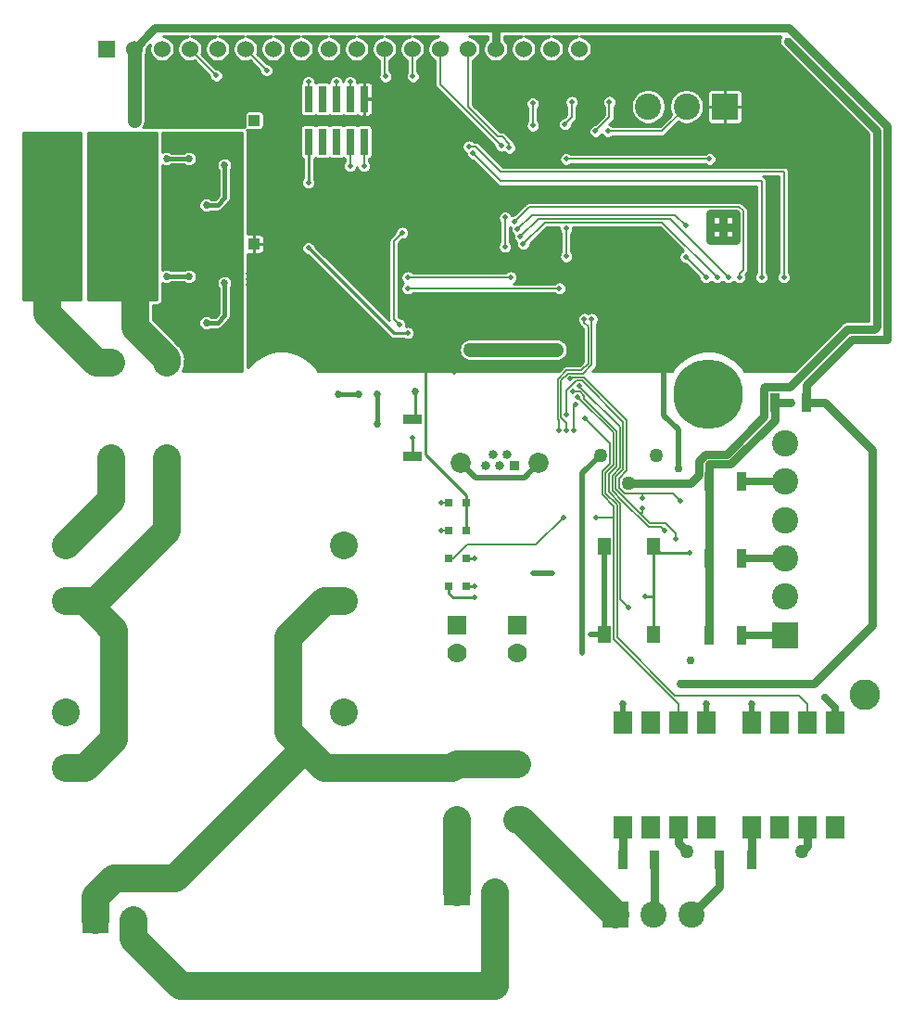
<source format=gtl>
G04 #@! TF.GenerationSoftware,KiCad,Pcbnew,(5.0.0-rc2-dev-640-gbf135b0)*
G04 #@! TF.CreationDate,2018-05-13T18:52:19-05:00*
G04 #@! TF.ProjectId,WiFi-Septic-Controller,576946692D5365707469632D436F6E74,rev?*
G04 #@! TF.SameCoordinates,Original*
G04 #@! TF.FileFunction,Copper,L1,Top,Signal*
G04 #@! TF.FilePolarity,Positive*
%FSLAX46Y46*%
G04 Gerber Fmt 4.6, Leading zero omitted, Abs format (unit mm)*
G04 Created by KiCad (PCBNEW (5.0.0-rc2-dev-640-gbf135b0)) date Sunday, May 13, 2018 at 06:52:19 PM*
%MOMM*%
%LPD*%
G01*
G04 APERTURE LIST*
%ADD10R,1.000000X1.000000*%
%ADD11R,1.524000X1.524000*%
%ADD12C,1.524000*%
%ADD13R,1.300000X1.550000*%
%ADD14C,1.260000*%
%ADD15C,6.350000*%
%ADD16R,1.900000X0.800000*%
%ADD17C,0.500000*%
%ADD18R,4.000000X2.500000*%
%ADD19R,1.500000X2.000000*%
%ADD20C,1.850000*%
%ADD21C,0.840000*%
%ADD22R,0.840000X0.840000*%
%ADD23R,0.740000X2.400000*%
%ADD24R,1.700000X0.900000*%
%ADD25C,2.540000*%
%ADD26R,1.780000X2.000000*%
%ADD27R,2.400000X2.400000*%
%ADD28C,2.400000*%
%ADD29C,1.778000*%
%ADD30R,1.778000X1.778000*%
%ADD31R,0.800000X0.800000*%
%ADD32R,0.900000X1.700000*%
%ADD33C,2.800000*%
%ADD34C,1.270000*%
%ADD35C,0.508000*%
%ADD36C,0.685800*%
%ADD37C,0.762000*%
%ADD38C,2.540000*%
%ADD39C,1.270000*%
%ADD40C,0.254000*%
%ADD41C,0.508000*%
%ADD42C,0.152400*%
%ADD43C,0.762000*%
%ADD44C,0.635000*%
%ADD45C,0.381000*%
G04 APERTURE END LIST*
D10*
X51500000Y-50292000D03*
X51500000Y-39000000D03*
D11*
X38000000Y-32500000D03*
D12*
X40540000Y-32500000D03*
X43080000Y-32500000D03*
X45620000Y-32500000D03*
X48160000Y-32500000D03*
X50700000Y-32500000D03*
X53240000Y-32500000D03*
X55780000Y-32500000D03*
X58320000Y-32500000D03*
X60860000Y-32500000D03*
X63400000Y-32500000D03*
X65940000Y-32500000D03*
X68480000Y-32500000D03*
X71020000Y-32500000D03*
X73560000Y-32500000D03*
X76100000Y-32500000D03*
X78640000Y-32500000D03*
X81180000Y-32500000D03*
D13*
X83475000Y-85895000D03*
X87975000Y-85895000D03*
X87975000Y-77935000D03*
X83475000Y-77935000D03*
D14*
X88225000Y-69580000D03*
X85685000Y-72120000D03*
X83145000Y-69580000D03*
D15*
X93000000Y-64000000D03*
D16*
X46750000Y-45300000D03*
X46750000Y-44200000D03*
D17*
X94350000Y-48735000D03*
X94350000Y-49935000D03*
X94350000Y-47535000D03*
X95550000Y-49935000D03*
X95550000Y-48735000D03*
X95550000Y-47535000D03*
X93150000Y-49935000D03*
X93150000Y-48735000D03*
X93150000Y-47535000D03*
D18*
X32620357Y-53899169D03*
X40620357Y-53899169D03*
X40620357Y-41399169D03*
X32620357Y-41399169D03*
D19*
X43550000Y-69870000D03*
X38450000Y-69870000D03*
X38450000Y-61130000D03*
X43550000Y-61130000D03*
D20*
X70375000Y-70280000D03*
X77525000Y-70280000D03*
D21*
X72650000Y-70500000D03*
X73300000Y-69500000D03*
X73950000Y-70500000D03*
X74600000Y-69500000D03*
D22*
X75250000Y-70500000D03*
D23*
X56460000Y-40950000D03*
X56460000Y-37050000D03*
X57730000Y-40950000D03*
X57730000Y-37050000D03*
X59000000Y-40950000D03*
X59000000Y-37050000D03*
X60270000Y-40950000D03*
X60270000Y-37050000D03*
X61540000Y-40950000D03*
X61540000Y-37050000D03*
D24*
X66000000Y-69700000D03*
X66000000Y-66300000D03*
D25*
X59700000Y-98160000D03*
X59700000Y-93080000D03*
X59700000Y-82920000D03*
X59700000Y-77840000D03*
X34300000Y-98160000D03*
X34300000Y-93080000D03*
X34300000Y-82920000D03*
X34300000Y-77840000D03*
D16*
X46750000Y-54950000D03*
X46750000Y-56050000D03*
D26*
X96940000Y-103515000D03*
X104560000Y-93985000D03*
X99480000Y-103515000D03*
X102020000Y-93985000D03*
X102020000Y-103515000D03*
X99480000Y-93985000D03*
X104560000Y-103515000D03*
X96940000Y-93985000D03*
X85190000Y-93985000D03*
X92810000Y-103515000D03*
X87730000Y-93985000D03*
X90270000Y-103515000D03*
X90270000Y-93985000D03*
X87730000Y-103515000D03*
X92810000Y-93985000D03*
X85190000Y-103515000D03*
D27*
X84482800Y-111500000D03*
D28*
X91482800Y-111500000D03*
X87982800Y-111500000D03*
X100000000Y-68500000D03*
X100000000Y-72000000D03*
X100000000Y-75500000D03*
X100000000Y-79000000D03*
D27*
X100000000Y-86000000D03*
D28*
X100000000Y-82500000D03*
D29*
X70000000Y-102890000D03*
X70000000Y-97810000D03*
X70000000Y-87650000D03*
D30*
X70000000Y-85110000D03*
X75500000Y-85110000D03*
D29*
X75500000Y-87650000D03*
X75500000Y-97810000D03*
X75500000Y-102890000D03*
D27*
X70000000Y-109500000D03*
D28*
X73500000Y-109500000D03*
D31*
X70904000Y-76454000D03*
X69304000Y-76454000D03*
X69304000Y-73914000D03*
X70904000Y-73914000D03*
X69304000Y-81534000D03*
X70904000Y-81534000D03*
D27*
X94500000Y-37750000D03*
D28*
X87500000Y-37750000D03*
X91000000Y-37750000D03*
D32*
X99050000Y-64750000D03*
X101950000Y-64750000D03*
X88080000Y-106470000D03*
X85180000Y-106470000D03*
X96930000Y-106470000D03*
X94030000Y-106470000D03*
X96000000Y-86000000D03*
X93100000Y-86000000D03*
X93100000Y-79000000D03*
X96000000Y-79000000D03*
X93100000Y-72000000D03*
X96000000Y-72000000D03*
D27*
X37000000Y-112000000D03*
D28*
X40500000Y-112000000D03*
D31*
X69304000Y-78994000D03*
X70904000Y-78994000D03*
D33*
X107315000Y-91440000D03*
D34*
X32500000Y-46750000D03*
X32500000Y-48000000D03*
X32500000Y-49250000D03*
X33750000Y-46750000D03*
X33750000Y-48000000D03*
X33750000Y-49250000D03*
D35*
X66000000Y-68000000D03*
X82250000Y-85895000D03*
D36*
X92810000Y-92250000D03*
D37*
X91336401Y-88276401D03*
D35*
X59000000Y-35500000D03*
X60270000Y-35500000D03*
X71628000Y-82550000D03*
X76962000Y-80344000D03*
X78782000Y-80344000D03*
X56460000Y-35500000D03*
D34*
X71247000Y-59944000D03*
X79121000Y-59944000D03*
D35*
X83475000Y-79000000D03*
D36*
X103632000Y-91694000D03*
D35*
X65532000Y-54356000D03*
X79375000Y-54356000D03*
X65532000Y-53340000D03*
X74930000Y-53340000D03*
X93091000Y-42545000D03*
X80010000Y-42545000D03*
X80010000Y-48895000D03*
X80010000Y-51435000D03*
X76073000Y-50292000D03*
X93792000Y-53340000D03*
X75819000Y-49657000D03*
X94808000Y-53340000D03*
X75565000Y-48961447D03*
X92776000Y-53340000D03*
X90932000Y-48641000D03*
X90932000Y-51496000D03*
X75311000Y-48260000D03*
X95824000Y-53340000D03*
X71501000Y-42037000D03*
X97856000Y-53340000D03*
X71120000Y-41402000D03*
X99888000Y-53340000D03*
X80842506Y-64907494D03*
X80670403Y-67310000D03*
X74089783Y-41323783D03*
X64770000Y-57658000D03*
X65024000Y-49276000D03*
X60270000Y-43180000D03*
X61540000Y-43180000D03*
D36*
X43500000Y-42500000D03*
X45550000Y-42500000D03*
X47150000Y-46750000D03*
X48800000Y-43100000D03*
X85190000Y-92250000D03*
X96940000Y-92250000D03*
D34*
X40540000Y-39000000D03*
D35*
X81500000Y-87650000D03*
D36*
X96266000Y-90424000D03*
X90424000Y-90424000D03*
D34*
X91000000Y-105750000D03*
X101500000Y-105750000D03*
D35*
X74803000Y-41529000D03*
X63500000Y-35000000D03*
X48045000Y-34925000D03*
X52642400Y-34442400D03*
X76950000Y-37465000D03*
X76962000Y-39497000D03*
X79883000Y-39370000D03*
X80518000Y-37338000D03*
X81751973Y-66248027D03*
X79750000Y-75250000D03*
X82750000Y-75250000D03*
D36*
X45550000Y-53250000D03*
X43500000Y-53250000D03*
X61050000Y-64000000D03*
X59190000Y-64000000D03*
X62730000Y-64000000D03*
X62730000Y-66750000D03*
D37*
X100500000Y-64750000D03*
D35*
X68580000Y-76454000D03*
X68580000Y-73914000D03*
X71628000Y-81534000D03*
D37*
X100250000Y-31793170D03*
D35*
X90400000Y-73750000D03*
X86995000Y-73533000D03*
X80391000Y-62611000D03*
X74422000Y-50546000D03*
X74422000Y-47879000D03*
X86995000Y-74422000D03*
X80010000Y-65913000D03*
X90000000Y-77250000D03*
X83820000Y-40005000D03*
X65532000Y-58420000D03*
X56460000Y-44704000D03*
X56460000Y-50673000D03*
X82677000Y-40005000D03*
X83947000Y-37338000D03*
X81080584Y-64291499D03*
X81250000Y-63250000D03*
X89000000Y-76450000D03*
X80010000Y-67310000D03*
X82321403Y-57150000D03*
X79349597Y-67310000D03*
X81661000Y-57150000D03*
D36*
X47150000Y-57500000D03*
X48800000Y-53850000D03*
D35*
X51000000Y-54000000D03*
X51000000Y-53500000D03*
X51000000Y-53000000D03*
X51500000Y-53000000D03*
X51500000Y-53500000D03*
X51500000Y-54000000D03*
X52000000Y-54000000D03*
X52000000Y-53500000D03*
X52000000Y-53000000D03*
X52500000Y-53000000D03*
X52500000Y-53500000D03*
X52500000Y-54000000D03*
D37*
X90250000Y-70750000D03*
D35*
X69750000Y-62000000D03*
X64250000Y-45650000D03*
D37*
X85250000Y-50000000D03*
D35*
X70750000Y-55000000D03*
X66000000Y-52590000D03*
X72750000Y-55000000D03*
X76000000Y-46500000D03*
X69750000Y-41500000D03*
D37*
X100904000Y-57089000D03*
X86368000Y-53715000D03*
D36*
X66250000Y-63750000D03*
D34*
X37000000Y-46750000D03*
X37000000Y-48000000D03*
X37000000Y-49250000D03*
X38250000Y-46750000D03*
X38250000Y-48000000D03*
X38250000Y-49250000D03*
D35*
X85725000Y-83450000D03*
X80645000Y-63754000D03*
X66000000Y-35000000D03*
X71628000Y-78994000D03*
X87250000Y-82500000D03*
X91250000Y-78500000D03*
D38*
X32620357Y-56620357D02*
X32620357Y-53899169D01*
X37130000Y-61130000D02*
X32620357Y-56620357D01*
X38450000Y-61130000D02*
X37130000Y-61130000D01*
D39*
X32620357Y-46629643D02*
X32500000Y-46750000D01*
X32620357Y-41399169D02*
X32620357Y-46629643D01*
X32500000Y-48000000D02*
X32500000Y-49250000D01*
X32500000Y-46750000D02*
X32500000Y-48000000D01*
X32500000Y-46750000D02*
X33750000Y-46750000D01*
X33750000Y-48000000D02*
X33750000Y-49250000D01*
X33750000Y-46750000D02*
X33750000Y-48000000D01*
D40*
X66000000Y-69700000D02*
X66000000Y-68000000D01*
X83500000Y-85870000D02*
X83475000Y-85895000D01*
X83500000Y-77960000D02*
X83475000Y-77935000D01*
D41*
X83330000Y-85750000D02*
X83475000Y-85895000D01*
X83475000Y-85895000D02*
X83475000Y-82000000D01*
X92810000Y-93985000D02*
X92810000Y-92250000D01*
D42*
X59000000Y-35500000D02*
X59000000Y-37050000D01*
X60270000Y-35500000D02*
X60270000Y-37050000D01*
D40*
X69666000Y-82550000D02*
X71628000Y-82550000D01*
X69304000Y-82188000D02*
X69666000Y-82550000D01*
X69304000Y-81534000D02*
X69304000Y-82188000D01*
D41*
X76962000Y-80344000D02*
X78782000Y-80344000D01*
X82250000Y-85895000D02*
X83475000Y-85895000D01*
D42*
X56460000Y-37050000D02*
X56460000Y-35500000D01*
D39*
X79121000Y-59944000D02*
X71247000Y-59944000D01*
D43*
X93150000Y-47535000D02*
X93150000Y-48735000D01*
X93150000Y-48735000D02*
X93150000Y-49935000D01*
X93150000Y-49935000D02*
X94350000Y-49935000D01*
X94350000Y-49935000D02*
X95550000Y-49935000D01*
X95550000Y-49935000D02*
X95550000Y-47535000D01*
X95550000Y-47535000D02*
X93150000Y-47535000D01*
X94350000Y-47535000D02*
X94350000Y-49935000D01*
X93150000Y-48735000D02*
X95550000Y-48735000D01*
D41*
X83475000Y-79000000D02*
X83475000Y-77935000D01*
X83475000Y-82000000D02*
X83475000Y-79000000D01*
D44*
X104560000Y-92622000D02*
X103632000Y-91694000D01*
X104560000Y-93985000D02*
X104560000Y-92622000D01*
D42*
X74422000Y-54356000D02*
X65532000Y-54356000D01*
X79375000Y-54356000D02*
X74422000Y-54356000D01*
X65532000Y-53340000D02*
X74930000Y-53340000D01*
X93091000Y-42545000D02*
X80010000Y-42545000D01*
X80010000Y-48895000D02*
X80010000Y-51435000D01*
X76073000Y-50292000D02*
X78054190Y-48310810D01*
X88762810Y-48310810D02*
X93792000Y-53340000D01*
X88519000Y-48310810D02*
X88762810Y-48310810D01*
X78054190Y-48310810D02*
X88519000Y-48310810D01*
X88519000Y-48310810D02*
X88696810Y-48310810D01*
X89474000Y-48006000D02*
X94808000Y-53340000D01*
X75819000Y-49657000D02*
X77470000Y-48006000D01*
X77470000Y-48006000D02*
X77597000Y-48006000D01*
X77597000Y-48006000D02*
X89474000Y-48006000D01*
X92776000Y-53340000D02*
X90932000Y-51496000D01*
X76850637Y-47675810D02*
X75565000Y-48961447D01*
X89966810Y-47675810D02*
X76850637Y-47675810D01*
X90932000Y-48641000D02*
X89966810Y-47675810D01*
X76645610Y-46925390D02*
X76581000Y-46990000D01*
X95802508Y-46925390D02*
X76645610Y-46925390D01*
X96159610Y-47282492D02*
X95802508Y-46925390D01*
X76581000Y-46990000D02*
X75311000Y-48260000D01*
X96159610Y-52645180D02*
X96159610Y-47282492D01*
X95824000Y-52980790D02*
X96159610Y-52645180D01*
X95824000Y-53340000D02*
X95824000Y-52980790D01*
X74041000Y-44577000D02*
X71501000Y-42037000D01*
X97856000Y-44577000D02*
X74041000Y-44577000D01*
X97856000Y-53340000D02*
X97856000Y-44577000D01*
X71120000Y-41402000D02*
X71755000Y-41402000D01*
X71755000Y-41402000D02*
X74041000Y-43688000D01*
X99888000Y-43688000D02*
X99568000Y-43688000D01*
X99568000Y-43688000D02*
X99822000Y-43688000D01*
X74041000Y-43688000D02*
X99568000Y-43688000D01*
X99888000Y-52980790D02*
X99888000Y-43688000D01*
X99888000Y-53340000D02*
X99888000Y-52980790D01*
X80670403Y-65079597D02*
X80842506Y-64907494D01*
X80670403Y-67310000D02*
X80670403Y-65079597D01*
X68500000Y-35734000D02*
X74089783Y-41323783D01*
X68480000Y-35714000D02*
X68500000Y-35734000D01*
X68480000Y-32500000D02*
X68480000Y-35714000D01*
X64770000Y-49530000D02*
X65024000Y-49276000D01*
X64770000Y-57658000D02*
X64262000Y-57150000D01*
X64262000Y-57150000D02*
X64262000Y-50038000D01*
X64262000Y-50038000D02*
X65024000Y-49276000D01*
X60270000Y-40950000D02*
X60270000Y-43180000D01*
X61540000Y-40950000D02*
X61540000Y-43180000D01*
D45*
X43500000Y-42500000D02*
X45550000Y-42500000D01*
X47150000Y-46750000D02*
X48150000Y-46750000D01*
X48800000Y-46100000D02*
X48800000Y-43100000D01*
X48150000Y-46750000D02*
X48800000Y-46100000D01*
D41*
X85190000Y-92250000D02*
X85190000Y-93985000D01*
X96940000Y-93985000D02*
X96940000Y-92250000D01*
D39*
X40540000Y-39000000D02*
X40540000Y-38000000D01*
X40540000Y-38000000D02*
X40540000Y-38960000D01*
D43*
X73560000Y-30640000D02*
X73600000Y-30600000D01*
X109300000Y-39549999D02*
X100350000Y-30600000D01*
X106088000Y-59000000D02*
X109300000Y-59000000D01*
X98250000Y-30600000D02*
X73600000Y-30600000D01*
X101950000Y-64750000D02*
X101950000Y-63138000D01*
X101950000Y-63138000D02*
X106088000Y-59000000D01*
X100350000Y-30600000D02*
X98250000Y-30600000D01*
X109300000Y-59000000D02*
X109300000Y-39549999D01*
D41*
X81500000Y-71225000D02*
X83145000Y-69580000D01*
X81500000Y-87650000D02*
X81500000Y-71225000D01*
D39*
X40540000Y-38000000D02*
X40540000Y-32500000D01*
D43*
X42440000Y-30600000D02*
X42500000Y-30600000D01*
X40540000Y-32500000D02*
X42440000Y-30600000D01*
X73600000Y-30600000D02*
X42500000Y-30600000D01*
X73560000Y-32500000D02*
X73560000Y-31400000D01*
X73560000Y-31400000D02*
X73560000Y-30640000D01*
X73560000Y-32000000D02*
X73560000Y-31400000D01*
X96266000Y-90424000D02*
X90424000Y-90424000D01*
X96750933Y-90424000D02*
X96266000Y-90424000D01*
X101950000Y-64750000D02*
X103612000Y-64750000D01*
X102616000Y-90424000D02*
X96750933Y-90424000D01*
X107950000Y-85090000D02*
X102616000Y-90424000D01*
X103612000Y-64750000D02*
X107950000Y-69088000D01*
X107950000Y-69088000D02*
X107950000Y-85090000D01*
D38*
X57903949Y-98160000D02*
X59700000Y-98160000D01*
X57903949Y-82920000D02*
X54610000Y-86213949D01*
X59700000Y-82920000D02*
X57903949Y-82920000D01*
X54610000Y-93345000D02*
X54610000Y-94866051D01*
X54610000Y-92837000D02*
X54610000Y-91948000D01*
X54610000Y-91948000D02*
X54610000Y-93345000D01*
X54610000Y-86213949D02*
X54610000Y-91948000D01*
X56134000Y-96393000D02*
X56134000Y-96390051D01*
X44323000Y-108204000D02*
X56134000Y-96393000D01*
X54610000Y-94866051D02*
X56134000Y-96390051D01*
X37000000Y-112000000D02*
X37000000Y-109939000D01*
X38735000Y-108204000D02*
X44323000Y-108204000D01*
X56134000Y-96390051D02*
X57903949Y-98160000D01*
X37000000Y-109939000D02*
X38735000Y-108204000D01*
X75500000Y-97810000D02*
X70000000Y-97810000D01*
X69650000Y-98160000D02*
X70000000Y-97810000D01*
X59700000Y-98160000D02*
X69650000Y-98160000D01*
X40500000Y-113697056D02*
X44802944Y-118000000D01*
X40500000Y-112000000D02*
X40500000Y-113697056D01*
X44802944Y-118000000D02*
X73500000Y-118000000D01*
X73500000Y-118000000D02*
X73500000Y-109500000D01*
D43*
X90270000Y-105020000D02*
X91000000Y-105750000D01*
X90270000Y-103515000D02*
X90270000Y-105020000D01*
X102020000Y-103515000D02*
X102020000Y-105230000D01*
X102020000Y-105230000D02*
X101500000Y-105750000D01*
D38*
X75872800Y-102890000D02*
X84482800Y-111500000D01*
X75500000Y-102890000D02*
X75872800Y-102890000D01*
D43*
X94030000Y-106470000D02*
X94030000Y-108952800D01*
X94030000Y-108952800D02*
X91482800Y-111500000D01*
X88080000Y-111402800D02*
X87982800Y-111500000D01*
X88080000Y-106470000D02*
X88080000Y-111402800D01*
D42*
X74146210Y-40513000D02*
X74803000Y-41169790D01*
X73787000Y-40513000D02*
X74146210Y-40513000D01*
X71020000Y-37746000D02*
X73787000Y-40513000D01*
X74803000Y-41169790D02*
X74803000Y-41529000D01*
X71020000Y-32500000D02*
X71020000Y-37746000D01*
X63400000Y-34900000D02*
X63500000Y-35000000D01*
X63400000Y-32500000D02*
X63400000Y-34900000D01*
X45620000Y-32500000D02*
X48045000Y-34925000D01*
X50700000Y-32500000D02*
X52642400Y-34442400D01*
X76950000Y-39485000D02*
X76962000Y-39497000D01*
X76950000Y-37465000D02*
X76950000Y-39485000D01*
D38*
X70000000Y-109500000D02*
X70000000Y-102890000D01*
D42*
X79883000Y-39370000D02*
X80391000Y-38862000D01*
X80518000Y-38735000D02*
X80391000Y-38862000D01*
X80518000Y-37338000D02*
X80518000Y-38735000D01*
X84353601Y-74500000D02*
X84353601Y-74467845D01*
X83302353Y-73163411D02*
X83302354Y-71042316D01*
X84353601Y-74214661D02*
X83302353Y-73163411D01*
X84353601Y-74500000D02*
X84353601Y-74214661D01*
X84003601Y-68499655D02*
X81751973Y-66248027D01*
X84003601Y-70341069D02*
X84003601Y-68499655D01*
X83302354Y-71042316D02*
X84003601Y-70341069D01*
X90270000Y-92250000D02*
X90270000Y-93985000D01*
X84353601Y-86333601D02*
X90270000Y-92250000D01*
X69692518Y-78994000D02*
X70936518Y-77750000D01*
X69304000Y-78994000D02*
X69692518Y-78994000D01*
X77250000Y-77750000D02*
X79750000Y-75250000D01*
X70936518Y-77750000D02*
X77250000Y-77750000D01*
X82750000Y-75250000D02*
X84353601Y-75250000D01*
X84353601Y-75250000D02*
X84353601Y-86333601D01*
X84353601Y-74500000D02*
X84353601Y-75250000D01*
D45*
X43500000Y-53250000D02*
X45550000Y-53250000D01*
X61050000Y-64000000D02*
X59190000Y-64000000D01*
X62730000Y-64000000D02*
X62730000Y-66750000D01*
D38*
X36096051Y-98160000D02*
X34300000Y-98160000D01*
X38735000Y-85558949D02*
X38735000Y-95521051D01*
X38735000Y-95521051D02*
X36096051Y-98160000D01*
X36096051Y-82920000D02*
X38735000Y-85558949D01*
X34300000Y-82920000D02*
X36096051Y-82920000D01*
X36096051Y-82920000D02*
X37095000Y-82920000D01*
X43550000Y-76465000D02*
X43550000Y-69870000D01*
X37095000Y-82920000D02*
X43550000Y-76465000D01*
X38450000Y-73690000D02*
X34300000Y-77840000D01*
X38450000Y-69870000D02*
X38450000Y-73690000D01*
D43*
X93100000Y-86000000D02*
X93100000Y-79000000D01*
X93100000Y-79000000D02*
X93100000Y-72000000D01*
X99050000Y-65150000D02*
X99050000Y-64750000D01*
X99050000Y-66362000D02*
X99050000Y-64750000D01*
X95024000Y-70388000D02*
X99050000Y-66362000D01*
X93100000Y-70388000D02*
X95024000Y-70388000D01*
X93100000Y-72000000D02*
X93100000Y-70388000D01*
X99050000Y-64750000D02*
X100500000Y-64750000D01*
D42*
X69304000Y-76454000D02*
X68580000Y-76454000D01*
X68580000Y-73914000D02*
X69304000Y-73914000D01*
D40*
X71628000Y-81534000D02*
X70904000Y-81534000D01*
D44*
X96000000Y-72000000D02*
X100000000Y-72000000D01*
X96000000Y-79000000D02*
X100000000Y-79000000D01*
X96000000Y-86000000D02*
X100000000Y-86000000D01*
D41*
X70375000Y-70280000D02*
X71695000Y-71600000D01*
X76205000Y-71600000D02*
X77525000Y-70280000D01*
X71695000Y-71600000D02*
X76205000Y-71600000D01*
D43*
X106456830Y-38000000D02*
X100250000Y-31793170D01*
X108385590Y-39928760D02*
X106456830Y-38000000D01*
X108164410Y-58085590D02*
X108385590Y-57864410D01*
X85685000Y-72120000D02*
X91380000Y-72120000D01*
X105709239Y-58085590D02*
X108164410Y-58085590D01*
X100428231Y-63366599D02*
X105709239Y-58085590D01*
X98066599Y-66052231D02*
X98066599Y-63473279D01*
X94645240Y-69473590D02*
X98066599Y-66052231D01*
X108385590Y-57864410D02*
X108385590Y-39928760D01*
X98066599Y-63473279D02*
X98173279Y-63366599D01*
X92116599Y-71383401D02*
X92116599Y-70078230D01*
X92116599Y-70078230D02*
X92721239Y-69473590D01*
X91380000Y-72120000D02*
X92116599Y-71383401D01*
X98173279Y-63366599D02*
X100428231Y-63366599D01*
X92721239Y-69473590D02*
X94645240Y-69473590D01*
D42*
X90400000Y-73750000D02*
X89750000Y-73100000D01*
X84826399Y-72532129D02*
X84826399Y-71673601D01*
X85394270Y-73100000D02*
X84826399Y-72532129D01*
X86995000Y-73100000D02*
X86995000Y-73533000D01*
X89750000Y-73100000D02*
X86995000Y-73100000D01*
X86995000Y-73100000D02*
X85394270Y-73100000D01*
X85527643Y-70972355D02*
X85527643Y-66350643D01*
X84826399Y-71673601D02*
X85527643Y-70972355D01*
X80539411Y-62462589D02*
X80391000Y-62611000D01*
X81639589Y-62462589D02*
X80539411Y-62462589D01*
X85527643Y-66350643D02*
X81639589Y-62462589D01*
X74422000Y-47879000D02*
X74422000Y-50546000D01*
X84521590Y-71547344D02*
X84521589Y-72658385D01*
X84521589Y-72658385D02*
X86680014Y-74816810D01*
X86995000Y-74816810D02*
X86995000Y-74422000D01*
X86680014Y-74816810D02*
X86995000Y-74816810D01*
X84963000Y-71105934D02*
X84521590Y-71547344D01*
X80010000Y-63674750D02*
X80010000Y-65913000D01*
X81481649Y-62767399D02*
X80917351Y-62767399D01*
X80917351Y-62767399D02*
X80010000Y-63674750D01*
X85222840Y-66508590D02*
X81481649Y-62767399D01*
X85222834Y-70846100D02*
X85222840Y-66508590D01*
X84963000Y-71105934D02*
X85222834Y-70846100D01*
X87681602Y-75818398D02*
X86680014Y-74816810D01*
X89082648Y-75818398D02*
X87681602Y-75818398D01*
X90000000Y-76735750D02*
X89082648Y-75818398D01*
X90000000Y-77250000D02*
X90000000Y-76735750D01*
X88745000Y-40005000D02*
X91000000Y-37750000D01*
X83820000Y-40005000D02*
X88745000Y-40005000D01*
D40*
X56460000Y-42404000D02*
X56460000Y-44704000D01*
X56460000Y-40950000D02*
X56460000Y-42404000D01*
X56515000Y-50673000D02*
X56515000Y-50673000D01*
X64262000Y-58420000D02*
X65532000Y-58420000D01*
X56515000Y-50673000D02*
X64262000Y-58420000D01*
X56460000Y-50673000D02*
X56515000Y-50673000D01*
D42*
X82677000Y-40005000D02*
X83947000Y-38735000D01*
X83947000Y-38735000D02*
X83947000Y-37338000D01*
X101270000Y-91500000D02*
X102020000Y-92250000D01*
X102020000Y-92250000D02*
X102020000Y-93985000D01*
X89951066Y-91500000D02*
X101270000Y-91500000D01*
X84658411Y-86207345D02*
X89951066Y-91500000D01*
X83607162Y-73037156D02*
X84658411Y-74088405D01*
X83607163Y-71168573D02*
X83607162Y-73037156D01*
X84308411Y-67519326D02*
X84308411Y-70467325D01*
X84658411Y-74088405D02*
X84658411Y-86207345D01*
X84308411Y-70467325D02*
X83607163Y-71168573D01*
X81080584Y-64291499D02*
X84308411Y-67519326D01*
X84216780Y-72784640D02*
X84216781Y-71421087D01*
X85141756Y-73709618D02*
X84216780Y-72784640D01*
X84216781Y-71421087D02*
X84918031Y-70719837D01*
X84918031Y-70719837D02*
X84918031Y-67750000D01*
X84918031Y-67750000D02*
X84918030Y-67236964D01*
X84918030Y-66983629D02*
X81250000Y-63315599D01*
X81250000Y-63315599D02*
X81250000Y-63250000D01*
X84918030Y-67236964D02*
X84918030Y-66983629D01*
X88673208Y-76123208D02*
X87555346Y-76123208D01*
X87555346Y-76123208D02*
X87500000Y-76067862D01*
X89000000Y-76450000D02*
X88673208Y-76123208D01*
X87500000Y-76067862D02*
X85141756Y-73709618D01*
D43*
X85190000Y-106460000D02*
X85180000Y-106470000D01*
X85190000Y-103515000D02*
X85190000Y-106460000D01*
X96940000Y-106460000D02*
X96930000Y-106470000D01*
X96940000Y-106740000D02*
X96950000Y-106750000D01*
X96940000Y-103515000D02*
X96940000Y-106460000D01*
D42*
X80010000Y-66627250D02*
X80010000Y-67310000D01*
X79527399Y-66144649D02*
X80010000Y-66627250D01*
X79527399Y-62760351D02*
X79527399Y-66144649D01*
X80159351Y-62128399D02*
X79527399Y-62760351D01*
X81534000Y-62128399D02*
X80159351Y-62128399D01*
X82321403Y-61340996D02*
X81534000Y-62128399D01*
X82321403Y-57150000D02*
X82321403Y-61340996D01*
X79349597Y-66397913D02*
X79349597Y-67310000D01*
X81407744Y-61823589D02*
X80033095Y-61823589D01*
X79222589Y-66270905D02*
X79349597Y-66397913D01*
X80033095Y-61823589D02*
X79222590Y-62634094D01*
X82016593Y-61214740D02*
X81407744Y-61823589D01*
X82016593Y-57864803D02*
X82016593Y-61214740D01*
X81661000Y-57509210D02*
X82016593Y-57864803D01*
X79222590Y-62634094D02*
X79222589Y-66270905D01*
X81661000Y-57150000D02*
X81661000Y-57509210D01*
D45*
X47150000Y-57500000D02*
X48150000Y-57500000D01*
X48800000Y-56850000D02*
X48800000Y-53850000D01*
X48150000Y-57500000D02*
X48800000Y-56850000D01*
D40*
X51000000Y-54000000D02*
X51000000Y-53500000D01*
X51000000Y-53000000D02*
X51500000Y-53000000D01*
X51500000Y-53500000D02*
X51500000Y-54000000D01*
X52000000Y-54000000D02*
X52000000Y-53500000D01*
X52000000Y-53000000D02*
X52500000Y-53000000D01*
X52500000Y-53500000D02*
X52500000Y-54000000D01*
X51000000Y-53500000D02*
X51000000Y-53000000D01*
X51500000Y-53500000D02*
X51500000Y-53000000D01*
X51500000Y-53000000D02*
X52000000Y-53000000D01*
X52500000Y-53000000D02*
X52500000Y-53500000D01*
X52500000Y-54000000D02*
X52000000Y-54000000D01*
X52000000Y-54000000D02*
X51500000Y-54000000D01*
X51500000Y-54000000D02*
X51000000Y-54000000D01*
X52000000Y-53000000D02*
X52000000Y-53500000D01*
X67129401Y-66973521D02*
X67129401Y-61829401D01*
D41*
X90250000Y-70750000D02*
X90250000Y-67500000D01*
X88935999Y-65950721D02*
X88935999Y-61564001D01*
X90250000Y-67264722D02*
X88935999Y-65950721D01*
X90250000Y-67500000D02*
X90250000Y-67264722D01*
D42*
X69750000Y-62000000D02*
X69750000Y-61500000D01*
D40*
X70904000Y-73914000D02*
X70904000Y-76454000D01*
X67129401Y-69485401D02*
X67129401Y-66973521D01*
X70904000Y-73260000D02*
X67129401Y-69485401D01*
X70904000Y-73914000D02*
X70904000Y-73260000D01*
X66250000Y-66050000D02*
X66000000Y-66300000D01*
X66250000Y-63750000D02*
X66250000Y-66050000D01*
D39*
X37000000Y-50278812D02*
X40620357Y-53899169D01*
X37000000Y-49250000D02*
X37000000Y-50278812D01*
X37000000Y-45019526D02*
X40620357Y-41399169D01*
X37000000Y-46750000D02*
X37000000Y-45019526D01*
D38*
X43550000Y-61130000D02*
X43550000Y-60800000D01*
X40620357Y-57870357D02*
X40620357Y-53899169D01*
X43550000Y-60800000D02*
X40620357Y-57870357D01*
D42*
X84963221Y-82688221D02*
X85725000Y-83450000D01*
X84613221Y-70593581D02*
X83911972Y-71294832D01*
X84963221Y-73962149D02*
X84963221Y-82688221D01*
X84613222Y-67393071D02*
X84613221Y-70593581D01*
X83911972Y-72910900D02*
X84963221Y-73962149D01*
X81661000Y-64440849D02*
X84613222Y-67393071D01*
X83911972Y-71294832D02*
X83911972Y-72910900D01*
X81661000Y-64157665D02*
X81661000Y-64440849D01*
X81257335Y-63754000D02*
X81661000Y-64157665D01*
X80645000Y-63754000D02*
X81257335Y-63754000D01*
X65940000Y-34940000D02*
X66000000Y-35000000D01*
X65940000Y-32500000D02*
X65940000Y-34940000D01*
D40*
X71628000Y-78994000D02*
X70904000Y-78994000D01*
X87975000Y-78437908D02*
X88226454Y-78186454D01*
X87975000Y-82500000D02*
X87250000Y-82500000D01*
X87975000Y-85895000D02*
X87975000Y-82500000D01*
X87975000Y-82500000D02*
X87975000Y-78437908D01*
X88540000Y-78500000D02*
X87975000Y-77935000D01*
X91250000Y-78500000D02*
X88540000Y-78500000D01*
G36*
X35623000Y-55373000D02*
X30405600Y-55373000D01*
X30405600Y-40127000D01*
X35623000Y-40127000D01*
X35623000Y-55373000D01*
X35623000Y-55373000D01*
G37*
X35623000Y-55373000D02*
X30405600Y-55373000D01*
X30405600Y-40127000D01*
X35623000Y-40127000D01*
X35623000Y-55373000D01*
G36*
X42623000Y-55373000D02*
X36377000Y-55373000D01*
X36377000Y-40127000D01*
X42623000Y-40127000D01*
X42623000Y-55373000D01*
X42623000Y-55373000D01*
G37*
X42623000Y-55373000D02*
X36377000Y-55373000D01*
X36377000Y-40127000D01*
X42623000Y-40127000D01*
X42623000Y-55373000D01*
G36*
X50373000Y-61873000D02*
X45008635Y-61873000D01*
X45081281Y-61764278D01*
X45175600Y-61290105D01*
X45175600Y-60960105D01*
X45207447Y-60800000D01*
X45081281Y-60165723D01*
X44812684Y-59763738D01*
X44812683Y-59763737D01*
X44721992Y-59628008D01*
X44586262Y-59537316D01*
X42410006Y-57361060D01*
X46451500Y-57361060D01*
X46451500Y-57638940D01*
X46557841Y-57895668D01*
X46754332Y-58092159D01*
X47011060Y-58198500D01*
X47288940Y-58198500D01*
X47545668Y-58092159D01*
X47591727Y-58046100D01*
X48096219Y-58046100D01*
X48150000Y-58056798D01*
X48203781Y-58046100D01*
X48203782Y-58046100D01*
X48363077Y-58014414D01*
X48543716Y-57893716D01*
X48574184Y-57848117D01*
X49148120Y-57274182D01*
X49193716Y-57243716D01*
X49314414Y-57063077D01*
X49346100Y-56903782D01*
X49346100Y-56903781D01*
X49356798Y-56850000D01*
X49346100Y-56796219D01*
X49346100Y-54291727D01*
X49392159Y-54245668D01*
X49498500Y-53988940D01*
X49498500Y-53711060D01*
X49392159Y-53454332D01*
X49195668Y-53257841D01*
X48938940Y-53151500D01*
X48661060Y-53151500D01*
X48404332Y-53257841D01*
X48207841Y-53454332D01*
X48101500Y-53711060D01*
X48101500Y-53988940D01*
X48207841Y-54245668D01*
X48253901Y-54291728D01*
X48253900Y-56623798D01*
X47923799Y-56953900D01*
X47591727Y-56953900D01*
X47545668Y-56907841D01*
X47288940Y-56801500D01*
X47011060Y-56801500D01*
X46754332Y-56907841D01*
X46557841Y-57104332D01*
X46451500Y-57361060D01*
X42410006Y-57361060D01*
X42245957Y-57197012D01*
X42245957Y-55855600D01*
X42750000Y-55855600D01*
X42886082Y-55828532D01*
X43001447Y-55751447D01*
X43078532Y-55636082D01*
X43105600Y-55500000D01*
X43105600Y-53842684D01*
X43361060Y-53948500D01*
X43638940Y-53948500D01*
X43895668Y-53842159D01*
X43941727Y-53796100D01*
X45108273Y-53796100D01*
X45154332Y-53842159D01*
X45411060Y-53948500D01*
X45688940Y-53948500D01*
X45945668Y-53842159D01*
X46142159Y-53645668D01*
X46248500Y-53388940D01*
X46248500Y-53111060D01*
X46142159Y-52854332D01*
X45945668Y-52657841D01*
X45688940Y-52551500D01*
X45411060Y-52551500D01*
X45154332Y-52657841D01*
X45108273Y-52703900D01*
X43941727Y-52703900D01*
X43895668Y-52657841D01*
X43638940Y-52551500D01*
X43361060Y-52551500D01*
X43105600Y-52657316D01*
X43105600Y-46611060D01*
X46451500Y-46611060D01*
X46451500Y-46888940D01*
X46557841Y-47145668D01*
X46754332Y-47342159D01*
X47011060Y-47448500D01*
X47288940Y-47448500D01*
X47545668Y-47342159D01*
X47591727Y-47296100D01*
X48096219Y-47296100D01*
X48150000Y-47306798D01*
X48203781Y-47296100D01*
X48203782Y-47296100D01*
X48363077Y-47264414D01*
X48543716Y-47143716D01*
X48574184Y-47098117D01*
X49148120Y-46524182D01*
X49193716Y-46493716D01*
X49314414Y-46313077D01*
X49346100Y-46153782D01*
X49346100Y-46153781D01*
X49356798Y-46100000D01*
X49346100Y-46046219D01*
X49346100Y-43541727D01*
X49392159Y-43495668D01*
X49498500Y-43238940D01*
X49498500Y-42961060D01*
X49392159Y-42704332D01*
X49195668Y-42507841D01*
X48938940Y-42401500D01*
X48661060Y-42401500D01*
X48404332Y-42507841D01*
X48207841Y-42704332D01*
X48101500Y-42961060D01*
X48101500Y-43238940D01*
X48207841Y-43495668D01*
X48253901Y-43541728D01*
X48253900Y-45873798D01*
X47923799Y-46203900D01*
X47591727Y-46203900D01*
X47545668Y-46157841D01*
X47288940Y-46051500D01*
X47011060Y-46051500D01*
X46754332Y-46157841D01*
X46557841Y-46354332D01*
X46451500Y-46611060D01*
X43105600Y-46611060D01*
X43105600Y-43092684D01*
X43361060Y-43198500D01*
X43638940Y-43198500D01*
X43895668Y-43092159D01*
X43941727Y-43046100D01*
X45108273Y-43046100D01*
X45154332Y-43092159D01*
X45411060Y-43198500D01*
X45688940Y-43198500D01*
X45945668Y-43092159D01*
X46142159Y-42895668D01*
X46248500Y-42638940D01*
X46248500Y-42361060D01*
X46142159Y-42104332D01*
X45945668Y-41907841D01*
X45688940Y-41801500D01*
X45411060Y-41801500D01*
X45154332Y-41907841D01*
X45108273Y-41953900D01*
X43941727Y-41953900D01*
X43895668Y-41907841D01*
X43638940Y-41801500D01*
X43361060Y-41801500D01*
X43105600Y-41907316D01*
X43105600Y-40127000D01*
X50373000Y-40127000D01*
X50373000Y-61873000D01*
X50373000Y-61873000D01*
G37*
X50373000Y-61873000D02*
X45008635Y-61873000D01*
X45081281Y-61764278D01*
X45175600Y-61290105D01*
X45175600Y-60960105D01*
X45207447Y-60800000D01*
X45081281Y-60165723D01*
X44812684Y-59763738D01*
X44812683Y-59763737D01*
X44721992Y-59628008D01*
X44586262Y-59537316D01*
X42410006Y-57361060D01*
X46451500Y-57361060D01*
X46451500Y-57638940D01*
X46557841Y-57895668D01*
X46754332Y-58092159D01*
X47011060Y-58198500D01*
X47288940Y-58198500D01*
X47545668Y-58092159D01*
X47591727Y-58046100D01*
X48096219Y-58046100D01*
X48150000Y-58056798D01*
X48203781Y-58046100D01*
X48203782Y-58046100D01*
X48363077Y-58014414D01*
X48543716Y-57893716D01*
X48574184Y-57848117D01*
X49148120Y-57274182D01*
X49193716Y-57243716D01*
X49314414Y-57063077D01*
X49346100Y-56903782D01*
X49346100Y-56903781D01*
X49356798Y-56850000D01*
X49346100Y-56796219D01*
X49346100Y-54291727D01*
X49392159Y-54245668D01*
X49498500Y-53988940D01*
X49498500Y-53711060D01*
X49392159Y-53454332D01*
X49195668Y-53257841D01*
X48938940Y-53151500D01*
X48661060Y-53151500D01*
X48404332Y-53257841D01*
X48207841Y-53454332D01*
X48101500Y-53711060D01*
X48101500Y-53988940D01*
X48207841Y-54245668D01*
X48253901Y-54291728D01*
X48253900Y-56623798D01*
X47923799Y-56953900D01*
X47591727Y-56953900D01*
X47545668Y-56907841D01*
X47288940Y-56801500D01*
X47011060Y-56801500D01*
X46754332Y-56907841D01*
X46557841Y-57104332D01*
X46451500Y-57361060D01*
X42410006Y-57361060D01*
X42245957Y-57197012D01*
X42245957Y-55855600D01*
X42750000Y-55855600D01*
X42886082Y-55828532D01*
X43001447Y-55751447D01*
X43078532Y-55636082D01*
X43105600Y-55500000D01*
X43105600Y-53842684D01*
X43361060Y-53948500D01*
X43638940Y-53948500D01*
X43895668Y-53842159D01*
X43941727Y-53796100D01*
X45108273Y-53796100D01*
X45154332Y-53842159D01*
X45411060Y-53948500D01*
X45688940Y-53948500D01*
X45945668Y-53842159D01*
X46142159Y-53645668D01*
X46248500Y-53388940D01*
X46248500Y-53111060D01*
X46142159Y-52854332D01*
X45945668Y-52657841D01*
X45688940Y-52551500D01*
X45411060Y-52551500D01*
X45154332Y-52657841D01*
X45108273Y-52703900D01*
X43941727Y-52703900D01*
X43895668Y-52657841D01*
X43638940Y-52551500D01*
X43361060Y-52551500D01*
X43105600Y-52657316D01*
X43105600Y-46611060D01*
X46451500Y-46611060D01*
X46451500Y-46888940D01*
X46557841Y-47145668D01*
X46754332Y-47342159D01*
X47011060Y-47448500D01*
X47288940Y-47448500D01*
X47545668Y-47342159D01*
X47591727Y-47296100D01*
X48096219Y-47296100D01*
X48150000Y-47306798D01*
X48203781Y-47296100D01*
X48203782Y-47296100D01*
X48363077Y-47264414D01*
X48543716Y-47143716D01*
X48574184Y-47098117D01*
X49148120Y-46524182D01*
X49193716Y-46493716D01*
X49314414Y-46313077D01*
X49346100Y-46153782D01*
X49346100Y-46153781D01*
X49356798Y-46100000D01*
X49346100Y-46046219D01*
X49346100Y-43541727D01*
X49392159Y-43495668D01*
X49498500Y-43238940D01*
X49498500Y-42961060D01*
X49392159Y-42704332D01*
X49195668Y-42507841D01*
X48938940Y-42401500D01*
X48661060Y-42401500D01*
X48404332Y-42507841D01*
X48207841Y-42704332D01*
X48101500Y-42961060D01*
X48101500Y-43238940D01*
X48207841Y-43495668D01*
X48253901Y-43541728D01*
X48253900Y-45873798D01*
X47923799Y-46203900D01*
X47591727Y-46203900D01*
X47545668Y-46157841D01*
X47288940Y-46051500D01*
X47011060Y-46051500D01*
X46754332Y-46157841D01*
X46557841Y-46354332D01*
X46451500Y-46611060D01*
X43105600Y-46611060D01*
X43105600Y-43092684D01*
X43361060Y-43198500D01*
X43638940Y-43198500D01*
X43895668Y-43092159D01*
X43941727Y-43046100D01*
X45108273Y-43046100D01*
X45154332Y-43092159D01*
X45411060Y-43198500D01*
X45688940Y-43198500D01*
X45945668Y-43092159D01*
X46142159Y-42895668D01*
X46248500Y-42638940D01*
X46248500Y-42361060D01*
X46142159Y-42104332D01*
X45945668Y-41907841D01*
X45688940Y-41801500D01*
X45411060Y-41801500D01*
X45154332Y-41907841D01*
X45108273Y-41953900D01*
X43941727Y-41953900D01*
X43895668Y-41907841D01*
X43638940Y-41801500D01*
X43361060Y-41801500D01*
X43105600Y-41907316D01*
X43105600Y-40127000D01*
X50373000Y-40127000D01*
X50373000Y-61873000D01*
G36*
X45286599Y-31400925D02*
X45078587Y-31487087D01*
X44891380Y-31612174D01*
X44732174Y-31771380D01*
X44607087Y-31958587D01*
X44520925Y-32166599D01*
X44477000Y-32387424D01*
X44477000Y-32612576D01*
X44520925Y-32833401D01*
X44607087Y-33041413D01*
X44732174Y-33228620D01*
X44891380Y-33387826D01*
X45078587Y-33512913D01*
X45286599Y-33599075D01*
X45507424Y-33643000D01*
X45732576Y-33643000D01*
X45953401Y-33599075D01*
X46037615Y-33564192D01*
X47410000Y-34936578D01*
X47410000Y-34987542D01*
X47434403Y-35110223D01*
X47482271Y-35225785D01*
X47551764Y-35329789D01*
X47640211Y-35418236D01*
X47744215Y-35487729D01*
X47859777Y-35535597D01*
X47982458Y-35560000D01*
X48107542Y-35560000D01*
X48230223Y-35535597D01*
X48345785Y-35487729D01*
X48449789Y-35418236D01*
X48538236Y-35329789D01*
X48607729Y-35225785D01*
X48655597Y-35110223D01*
X48680000Y-34987542D01*
X48680000Y-34862458D01*
X48655597Y-34739777D01*
X48607729Y-34624215D01*
X48538236Y-34520211D01*
X48449789Y-34431764D01*
X48345785Y-34362271D01*
X48230223Y-34314403D01*
X48107542Y-34290000D01*
X48056578Y-34290000D01*
X46684192Y-32917615D01*
X46719075Y-32833401D01*
X46763000Y-32612576D01*
X46763000Y-32387424D01*
X46719075Y-32166599D01*
X46632913Y-31958587D01*
X46507826Y-31771380D01*
X46348620Y-31612174D01*
X46161413Y-31487087D01*
X45953401Y-31400925D01*
X45757713Y-31362000D01*
X48022287Y-31362000D01*
X47826599Y-31400925D01*
X47618587Y-31487087D01*
X47431380Y-31612174D01*
X47272174Y-31771380D01*
X47147087Y-31958587D01*
X47060925Y-32166599D01*
X47017000Y-32387424D01*
X47017000Y-32612576D01*
X47060925Y-32833401D01*
X47147087Y-33041413D01*
X47272174Y-33228620D01*
X47431380Y-33387826D01*
X47618587Y-33512913D01*
X47826599Y-33599075D01*
X48047424Y-33643000D01*
X48272576Y-33643000D01*
X48493401Y-33599075D01*
X48701413Y-33512913D01*
X48888620Y-33387826D01*
X49047826Y-33228620D01*
X49172913Y-33041413D01*
X49259075Y-32833401D01*
X49303000Y-32612576D01*
X49303000Y-32387424D01*
X49259075Y-32166599D01*
X49172913Y-31958587D01*
X49047826Y-31771380D01*
X48888620Y-31612174D01*
X48701413Y-31487087D01*
X48493401Y-31400925D01*
X48297713Y-31362000D01*
X50562287Y-31362000D01*
X50366599Y-31400925D01*
X50158587Y-31487087D01*
X49971380Y-31612174D01*
X49812174Y-31771380D01*
X49687087Y-31958587D01*
X49600925Y-32166599D01*
X49557000Y-32387424D01*
X49557000Y-32612576D01*
X49600925Y-32833401D01*
X49687087Y-33041413D01*
X49812174Y-33228620D01*
X49971380Y-33387826D01*
X50158587Y-33512913D01*
X50366599Y-33599075D01*
X50587424Y-33643000D01*
X50812576Y-33643000D01*
X51033401Y-33599075D01*
X51117615Y-33564192D01*
X52007400Y-34453978D01*
X52007400Y-34504942D01*
X52031803Y-34627623D01*
X52079671Y-34743185D01*
X52149164Y-34847189D01*
X52237611Y-34935636D01*
X52341615Y-35005129D01*
X52457177Y-35052997D01*
X52579858Y-35077400D01*
X52704942Y-35077400D01*
X52827623Y-35052997D01*
X52943185Y-35005129D01*
X53047189Y-34935636D01*
X53135636Y-34847189D01*
X53205129Y-34743185D01*
X53252997Y-34627623D01*
X53277400Y-34504942D01*
X53277400Y-34379858D01*
X53252997Y-34257177D01*
X53205129Y-34141615D01*
X53135636Y-34037611D01*
X53047189Y-33949164D01*
X52943185Y-33879671D01*
X52827623Y-33831803D01*
X52704942Y-33807400D01*
X52653978Y-33807400D01*
X51764192Y-32917615D01*
X51799075Y-32833401D01*
X51843000Y-32612576D01*
X51843000Y-32387424D01*
X51799075Y-32166599D01*
X51712913Y-31958587D01*
X51587826Y-31771380D01*
X51428620Y-31612174D01*
X51241413Y-31487087D01*
X51033401Y-31400925D01*
X50837713Y-31362000D01*
X53102287Y-31362000D01*
X52906599Y-31400925D01*
X52698587Y-31487087D01*
X52511380Y-31612174D01*
X52352174Y-31771380D01*
X52227087Y-31958587D01*
X52140925Y-32166599D01*
X52097000Y-32387424D01*
X52097000Y-32612576D01*
X52140925Y-32833401D01*
X52227087Y-33041413D01*
X52352174Y-33228620D01*
X52511380Y-33387826D01*
X52698587Y-33512913D01*
X52906599Y-33599075D01*
X53127424Y-33643000D01*
X53352576Y-33643000D01*
X53573401Y-33599075D01*
X53781413Y-33512913D01*
X53968620Y-33387826D01*
X54127826Y-33228620D01*
X54252913Y-33041413D01*
X54339075Y-32833401D01*
X54383000Y-32612576D01*
X54383000Y-32387424D01*
X54339075Y-32166599D01*
X54252913Y-31958587D01*
X54127826Y-31771380D01*
X53968620Y-31612174D01*
X53781413Y-31487087D01*
X53573401Y-31400925D01*
X53377713Y-31362000D01*
X55642287Y-31362000D01*
X55446599Y-31400925D01*
X55238587Y-31487087D01*
X55051380Y-31612174D01*
X54892174Y-31771380D01*
X54767087Y-31958587D01*
X54680925Y-32166599D01*
X54637000Y-32387424D01*
X54637000Y-32612576D01*
X54680925Y-32833401D01*
X54767087Y-33041413D01*
X54892174Y-33228620D01*
X55051380Y-33387826D01*
X55238587Y-33512913D01*
X55446599Y-33599075D01*
X55667424Y-33643000D01*
X55892576Y-33643000D01*
X56113401Y-33599075D01*
X56321413Y-33512913D01*
X56508620Y-33387826D01*
X56667826Y-33228620D01*
X56792913Y-33041413D01*
X56879075Y-32833401D01*
X56923000Y-32612576D01*
X56923000Y-32387424D01*
X56879075Y-32166599D01*
X56792913Y-31958587D01*
X56667826Y-31771380D01*
X56508620Y-31612174D01*
X56321413Y-31487087D01*
X56113401Y-31400925D01*
X55917713Y-31362000D01*
X58182287Y-31362000D01*
X57986599Y-31400925D01*
X57778587Y-31487087D01*
X57591380Y-31612174D01*
X57432174Y-31771380D01*
X57307087Y-31958587D01*
X57220925Y-32166599D01*
X57177000Y-32387424D01*
X57177000Y-32612576D01*
X57220925Y-32833401D01*
X57307087Y-33041413D01*
X57432174Y-33228620D01*
X57591380Y-33387826D01*
X57778587Y-33512913D01*
X57986599Y-33599075D01*
X58207424Y-33643000D01*
X58432576Y-33643000D01*
X58653401Y-33599075D01*
X58861413Y-33512913D01*
X59048620Y-33387826D01*
X59207826Y-33228620D01*
X59332913Y-33041413D01*
X59419075Y-32833401D01*
X59463000Y-32612576D01*
X59463000Y-32387424D01*
X59419075Y-32166599D01*
X59332913Y-31958587D01*
X59207826Y-31771380D01*
X59048620Y-31612174D01*
X58861413Y-31487087D01*
X58653401Y-31400925D01*
X58457713Y-31362000D01*
X60722287Y-31362000D01*
X60526599Y-31400925D01*
X60318587Y-31487087D01*
X60131380Y-31612174D01*
X59972174Y-31771380D01*
X59847087Y-31958587D01*
X59760925Y-32166599D01*
X59717000Y-32387424D01*
X59717000Y-32612576D01*
X59760925Y-32833401D01*
X59847087Y-33041413D01*
X59972174Y-33228620D01*
X60131380Y-33387826D01*
X60318587Y-33512913D01*
X60526599Y-33599075D01*
X60747424Y-33643000D01*
X60972576Y-33643000D01*
X61193401Y-33599075D01*
X61401413Y-33512913D01*
X61588620Y-33387826D01*
X61747826Y-33228620D01*
X61872913Y-33041413D01*
X61959075Y-32833401D01*
X62003000Y-32612576D01*
X62003000Y-32387424D01*
X61959075Y-32166599D01*
X61872913Y-31958587D01*
X61747826Y-31771380D01*
X61588620Y-31612174D01*
X61401413Y-31487087D01*
X61193401Y-31400925D01*
X60997713Y-31362000D01*
X63262287Y-31362000D01*
X63066599Y-31400925D01*
X62858587Y-31487087D01*
X62671380Y-31612174D01*
X62512174Y-31771380D01*
X62387087Y-31958587D01*
X62300925Y-32166599D01*
X62257000Y-32387424D01*
X62257000Y-32612576D01*
X62300925Y-32833401D01*
X62387087Y-33041413D01*
X62512174Y-33228620D01*
X62671380Y-33387826D01*
X62858587Y-33512913D01*
X62942800Y-33547796D01*
X62942801Y-34690939D01*
X62937271Y-34699215D01*
X62889403Y-34814777D01*
X62865000Y-34937458D01*
X62865000Y-35062542D01*
X62889403Y-35185223D01*
X62937271Y-35300785D01*
X63006764Y-35404789D01*
X63095211Y-35493236D01*
X63199215Y-35562729D01*
X63314777Y-35610597D01*
X63437458Y-35635000D01*
X63562542Y-35635000D01*
X63685223Y-35610597D01*
X63800785Y-35562729D01*
X63904789Y-35493236D01*
X63993236Y-35404789D01*
X64062729Y-35300785D01*
X64110597Y-35185223D01*
X64135000Y-35062542D01*
X64135000Y-34937458D01*
X64110597Y-34814777D01*
X64062729Y-34699215D01*
X63993236Y-34595211D01*
X63904789Y-34506764D01*
X63857200Y-34474966D01*
X63857200Y-33547795D01*
X63941413Y-33512913D01*
X64128620Y-33387826D01*
X64287826Y-33228620D01*
X64412913Y-33041413D01*
X64499075Y-32833401D01*
X64543000Y-32612576D01*
X64543000Y-32387424D01*
X64499075Y-32166599D01*
X64412913Y-31958587D01*
X64287826Y-31771380D01*
X64128620Y-31612174D01*
X63941413Y-31487087D01*
X63733401Y-31400925D01*
X63537713Y-31362000D01*
X65802287Y-31362000D01*
X65606599Y-31400925D01*
X65398587Y-31487087D01*
X65211380Y-31612174D01*
X65052174Y-31771380D01*
X64927087Y-31958587D01*
X64840925Y-32166599D01*
X64797000Y-32387424D01*
X64797000Y-32612576D01*
X64840925Y-32833401D01*
X64927087Y-33041413D01*
X65052174Y-33228620D01*
X65211380Y-33387826D01*
X65398587Y-33512913D01*
X65482800Y-33547796D01*
X65482801Y-34631074D01*
X65437271Y-34699215D01*
X65389403Y-34814777D01*
X65365000Y-34937458D01*
X65365000Y-35062542D01*
X65389403Y-35185223D01*
X65437271Y-35300785D01*
X65506764Y-35404789D01*
X65595211Y-35493236D01*
X65699215Y-35562729D01*
X65814777Y-35610597D01*
X65937458Y-35635000D01*
X66062542Y-35635000D01*
X66185223Y-35610597D01*
X66300785Y-35562729D01*
X66404789Y-35493236D01*
X66493236Y-35404789D01*
X66562729Y-35300785D01*
X66610597Y-35185223D01*
X66635000Y-35062542D01*
X66635000Y-34937458D01*
X66610597Y-34814777D01*
X66562729Y-34699215D01*
X66493236Y-34595211D01*
X66404789Y-34506764D01*
X66397200Y-34501693D01*
X66397200Y-33547795D01*
X66481413Y-33512913D01*
X66668620Y-33387826D01*
X66827826Y-33228620D01*
X66952913Y-33041413D01*
X67039075Y-32833401D01*
X67083000Y-32612576D01*
X67083000Y-32387424D01*
X67039075Y-32166599D01*
X66952913Y-31958587D01*
X66827826Y-31771380D01*
X66668620Y-31612174D01*
X66481413Y-31487087D01*
X66273401Y-31400925D01*
X66077713Y-31362000D01*
X68342287Y-31362000D01*
X68146599Y-31400925D01*
X67938587Y-31487087D01*
X67751380Y-31612174D01*
X67592174Y-31771380D01*
X67467087Y-31958587D01*
X67380925Y-32166599D01*
X67337000Y-32387424D01*
X67337000Y-32612576D01*
X67380925Y-32833401D01*
X67467087Y-33041413D01*
X67592174Y-33228620D01*
X67751380Y-33387826D01*
X67938587Y-33512913D01*
X68022800Y-33547796D01*
X68022801Y-35691540D01*
X68020589Y-35714000D01*
X68029416Y-35803626D01*
X68055560Y-35889809D01*
X68098013Y-35969235D01*
X68117711Y-35993236D01*
X68155148Y-36038853D01*
X68172593Y-36053170D01*
X73454783Y-41335361D01*
X73454783Y-41386325D01*
X73479186Y-41509006D01*
X73527054Y-41624568D01*
X73596547Y-41728572D01*
X73684994Y-41817019D01*
X73788998Y-41886512D01*
X73904560Y-41934380D01*
X74027241Y-41958783D01*
X74152325Y-41958783D01*
X74275006Y-41934380D01*
X74302539Y-41922975D01*
X74309764Y-41933789D01*
X74398211Y-42022236D01*
X74502215Y-42091729D01*
X74617777Y-42139597D01*
X74740458Y-42164000D01*
X74865542Y-42164000D01*
X74988223Y-42139597D01*
X75103785Y-42091729D01*
X75207789Y-42022236D01*
X75296236Y-41933789D01*
X75365729Y-41829785D01*
X75413597Y-41714223D01*
X75438000Y-41591542D01*
X75438000Y-41466458D01*
X75413597Y-41343777D01*
X75365729Y-41228215D01*
X75296236Y-41124211D01*
X75253738Y-41081713D01*
X75253585Y-41080163D01*
X75227441Y-40993981D01*
X75191928Y-40927540D01*
X75184987Y-40914553D01*
X75142170Y-40862382D01*
X75127853Y-40844937D01*
X75110409Y-40830621D01*
X74485384Y-40205597D01*
X74471063Y-40188147D01*
X74401446Y-40131013D01*
X74322019Y-40088559D01*
X74235837Y-40062415D01*
X74168670Y-40055800D01*
X74168660Y-40055800D01*
X74146210Y-40053589D01*
X74123760Y-40055800D01*
X73976378Y-40055800D01*
X71477200Y-37556623D01*
X71477200Y-37402458D01*
X76315000Y-37402458D01*
X76315000Y-37527542D01*
X76339403Y-37650223D01*
X76387271Y-37765785D01*
X76456764Y-37869789D01*
X76492800Y-37905825D01*
X76492801Y-39068174D01*
X76468764Y-39092211D01*
X76399271Y-39196215D01*
X76351403Y-39311777D01*
X76327000Y-39434458D01*
X76327000Y-39559542D01*
X76351403Y-39682223D01*
X76399271Y-39797785D01*
X76468764Y-39901789D01*
X76557211Y-39990236D01*
X76661215Y-40059729D01*
X76776777Y-40107597D01*
X76899458Y-40132000D01*
X77024542Y-40132000D01*
X77147223Y-40107597D01*
X77262785Y-40059729D01*
X77366789Y-39990236D01*
X77455236Y-39901789D01*
X77524729Y-39797785D01*
X77572597Y-39682223D01*
X77597000Y-39559542D01*
X77597000Y-39434458D01*
X77572597Y-39311777D01*
X77570808Y-39307458D01*
X79248000Y-39307458D01*
X79248000Y-39432542D01*
X79272403Y-39555223D01*
X79320271Y-39670785D01*
X79389764Y-39774789D01*
X79478211Y-39863236D01*
X79582215Y-39932729D01*
X79697777Y-39980597D01*
X79820458Y-40005000D01*
X79945542Y-40005000D01*
X80068223Y-39980597D01*
X80160297Y-39942458D01*
X82042000Y-39942458D01*
X82042000Y-40067542D01*
X82066403Y-40190223D01*
X82114271Y-40305785D01*
X82183764Y-40409789D01*
X82272211Y-40498236D01*
X82376215Y-40567729D01*
X82491777Y-40615597D01*
X82614458Y-40640000D01*
X82739542Y-40640000D01*
X82862223Y-40615597D01*
X82977785Y-40567729D01*
X83081789Y-40498236D01*
X83170236Y-40409789D01*
X83239729Y-40305785D01*
X83248500Y-40284610D01*
X83257271Y-40305785D01*
X83326764Y-40409789D01*
X83415211Y-40498236D01*
X83519215Y-40567729D01*
X83634777Y-40615597D01*
X83757458Y-40640000D01*
X83882542Y-40640000D01*
X84005223Y-40615597D01*
X84120785Y-40567729D01*
X84224789Y-40498236D01*
X84260825Y-40462200D01*
X88722550Y-40462200D01*
X88745000Y-40464411D01*
X88767450Y-40462200D01*
X88767460Y-40462200D01*
X88834627Y-40455585D01*
X88920809Y-40429441D01*
X89000236Y-40386987D01*
X89069853Y-40329853D01*
X89084174Y-40312403D01*
X90247758Y-39148820D01*
X90251116Y-39151064D01*
X90538839Y-39270243D01*
X90844285Y-39331000D01*
X91155715Y-39331000D01*
X91461161Y-39270243D01*
X91748884Y-39151064D01*
X92007829Y-38978043D01*
X92228043Y-38757829D01*
X92401064Y-38498884D01*
X92520243Y-38211161D01*
X92581000Y-37905715D01*
X92581000Y-37864300D01*
X92893600Y-37864300D01*
X92893600Y-38990027D01*
X92909218Y-39068542D01*
X92939853Y-39142503D01*
X92984328Y-39209065D01*
X93040935Y-39265671D01*
X93107497Y-39310147D01*
X93181457Y-39340782D01*
X93259973Y-39356400D01*
X94385700Y-39356400D01*
X94487300Y-39254800D01*
X94487300Y-37762700D01*
X94512700Y-37762700D01*
X94512700Y-39254800D01*
X94614300Y-39356400D01*
X95740027Y-39356400D01*
X95818543Y-39340782D01*
X95892503Y-39310147D01*
X95959065Y-39265671D01*
X96015672Y-39209065D01*
X96060147Y-39142503D01*
X96090782Y-39068542D01*
X96106400Y-38990027D01*
X96106400Y-37864300D01*
X96004800Y-37762700D01*
X94512700Y-37762700D01*
X94487300Y-37762700D01*
X92995200Y-37762700D01*
X92893600Y-37864300D01*
X92581000Y-37864300D01*
X92581000Y-37594285D01*
X92520243Y-37288839D01*
X92401064Y-37001116D01*
X92228043Y-36742171D01*
X92007829Y-36521957D01*
X91989894Y-36509973D01*
X92893600Y-36509973D01*
X92893600Y-37635700D01*
X92995200Y-37737300D01*
X94487300Y-37737300D01*
X94487300Y-36245200D01*
X94512700Y-36245200D01*
X94512700Y-37737300D01*
X96004800Y-37737300D01*
X96106400Y-37635700D01*
X96106400Y-36509973D01*
X96090782Y-36431458D01*
X96060147Y-36357497D01*
X96015672Y-36290935D01*
X95959065Y-36234329D01*
X95892503Y-36189853D01*
X95818543Y-36159218D01*
X95740027Y-36143600D01*
X94614300Y-36143600D01*
X94512700Y-36245200D01*
X94487300Y-36245200D01*
X94385700Y-36143600D01*
X93259973Y-36143600D01*
X93181457Y-36159218D01*
X93107497Y-36189853D01*
X93040935Y-36234329D01*
X92984328Y-36290935D01*
X92939853Y-36357497D01*
X92909218Y-36431458D01*
X92893600Y-36509973D01*
X91989894Y-36509973D01*
X91748884Y-36348936D01*
X91461161Y-36229757D01*
X91155715Y-36169000D01*
X90844285Y-36169000D01*
X90538839Y-36229757D01*
X90251116Y-36348936D01*
X89992171Y-36521957D01*
X89771957Y-36742171D01*
X89598936Y-37001116D01*
X89479757Y-37288839D01*
X89419000Y-37594285D01*
X89419000Y-37905715D01*
X89479757Y-38211161D01*
X89598936Y-38498884D01*
X89601180Y-38502242D01*
X88555623Y-39547800D01*
X84260825Y-39547800D01*
X84224789Y-39511764D01*
X84120785Y-39442271D01*
X84005223Y-39394403D01*
X83945962Y-39382615D01*
X84254409Y-39074169D01*
X84271853Y-39059853D01*
X84286171Y-39042407D01*
X84328987Y-38990237D01*
X84358900Y-38934271D01*
X84371441Y-38910809D01*
X84397585Y-38824627D01*
X84404200Y-38757460D01*
X84404200Y-38757451D01*
X84406411Y-38735001D01*
X84404200Y-38712551D01*
X84404200Y-37778825D01*
X84440236Y-37742789D01*
X84509729Y-37638785D01*
X84528161Y-37594285D01*
X85919000Y-37594285D01*
X85919000Y-37905715D01*
X85979757Y-38211161D01*
X86098936Y-38498884D01*
X86271957Y-38757829D01*
X86492171Y-38978043D01*
X86751116Y-39151064D01*
X87038839Y-39270243D01*
X87344285Y-39331000D01*
X87655715Y-39331000D01*
X87961161Y-39270243D01*
X88248884Y-39151064D01*
X88507829Y-38978043D01*
X88728043Y-38757829D01*
X88901064Y-38498884D01*
X89020243Y-38211161D01*
X89081000Y-37905715D01*
X89081000Y-37594285D01*
X89020243Y-37288839D01*
X88901064Y-37001116D01*
X88728043Y-36742171D01*
X88507829Y-36521957D01*
X88248884Y-36348936D01*
X87961161Y-36229757D01*
X87655715Y-36169000D01*
X87344285Y-36169000D01*
X87038839Y-36229757D01*
X86751116Y-36348936D01*
X86492171Y-36521957D01*
X86271957Y-36742171D01*
X86098936Y-37001116D01*
X85979757Y-37288839D01*
X85919000Y-37594285D01*
X84528161Y-37594285D01*
X84557597Y-37523223D01*
X84582000Y-37400542D01*
X84582000Y-37275458D01*
X84557597Y-37152777D01*
X84509729Y-37037215D01*
X84440236Y-36933211D01*
X84351789Y-36844764D01*
X84247785Y-36775271D01*
X84132223Y-36727403D01*
X84009542Y-36703000D01*
X83884458Y-36703000D01*
X83761777Y-36727403D01*
X83646215Y-36775271D01*
X83542211Y-36844764D01*
X83453764Y-36933211D01*
X83384271Y-37037215D01*
X83336403Y-37152777D01*
X83312000Y-37275458D01*
X83312000Y-37400542D01*
X83336403Y-37523223D01*
X83384271Y-37638785D01*
X83453764Y-37742789D01*
X83489801Y-37778826D01*
X83489800Y-38545622D01*
X82665423Y-39370000D01*
X82614458Y-39370000D01*
X82491777Y-39394403D01*
X82376215Y-39442271D01*
X82272211Y-39511764D01*
X82183764Y-39600211D01*
X82114271Y-39704215D01*
X82066403Y-39819777D01*
X82042000Y-39942458D01*
X80160297Y-39942458D01*
X80183785Y-39932729D01*
X80287789Y-39863236D01*
X80376236Y-39774789D01*
X80445729Y-39670785D01*
X80493597Y-39555223D01*
X80518000Y-39432542D01*
X80518000Y-39381578D01*
X80730170Y-39169408D01*
X80730175Y-39169402D01*
X80825403Y-39074174D01*
X80842853Y-39059853D01*
X80899987Y-38990236D01*
X80942441Y-38910809D01*
X80968585Y-38824627D01*
X80975200Y-38757460D01*
X80975200Y-38757451D01*
X80977411Y-38735001D01*
X80975200Y-38712551D01*
X80975200Y-37778825D01*
X81011236Y-37742789D01*
X81080729Y-37638785D01*
X81128597Y-37523223D01*
X81153000Y-37400542D01*
X81153000Y-37275458D01*
X81128597Y-37152777D01*
X81080729Y-37037215D01*
X81011236Y-36933211D01*
X80922789Y-36844764D01*
X80818785Y-36775271D01*
X80703223Y-36727403D01*
X80580542Y-36703000D01*
X80455458Y-36703000D01*
X80332777Y-36727403D01*
X80217215Y-36775271D01*
X80113211Y-36844764D01*
X80024764Y-36933211D01*
X79955271Y-37037215D01*
X79907403Y-37152777D01*
X79883000Y-37275458D01*
X79883000Y-37400542D01*
X79907403Y-37523223D01*
X79955271Y-37638785D01*
X80024764Y-37742789D01*
X80060800Y-37778825D01*
X80060801Y-38545621D01*
X79871422Y-38735000D01*
X79820458Y-38735000D01*
X79697777Y-38759403D01*
X79582215Y-38807271D01*
X79478211Y-38876764D01*
X79389764Y-38965211D01*
X79320271Y-39069215D01*
X79272403Y-39184777D01*
X79248000Y-39307458D01*
X77570808Y-39307458D01*
X77524729Y-39196215D01*
X77455236Y-39092211D01*
X77407200Y-39044175D01*
X77407200Y-37905825D01*
X77443236Y-37869789D01*
X77512729Y-37765785D01*
X77560597Y-37650223D01*
X77585000Y-37527542D01*
X77585000Y-37402458D01*
X77560597Y-37279777D01*
X77512729Y-37164215D01*
X77443236Y-37060211D01*
X77354789Y-36971764D01*
X77250785Y-36902271D01*
X77135223Y-36854403D01*
X77012542Y-36830000D01*
X76887458Y-36830000D01*
X76764777Y-36854403D01*
X76649215Y-36902271D01*
X76545211Y-36971764D01*
X76456764Y-37060211D01*
X76387271Y-37164215D01*
X76339403Y-37279777D01*
X76315000Y-37402458D01*
X71477200Y-37402458D01*
X71477200Y-33547795D01*
X71561413Y-33512913D01*
X71748620Y-33387826D01*
X71907826Y-33228620D01*
X72032913Y-33041413D01*
X72119075Y-32833401D01*
X72163000Y-32612576D01*
X72163000Y-32387424D01*
X72119075Y-32166599D01*
X72032913Y-31958587D01*
X71907826Y-31771380D01*
X71748620Y-31612174D01*
X71561413Y-31487087D01*
X71353401Y-31400925D01*
X71157713Y-31362000D01*
X72798000Y-31362000D01*
X72798000Y-31645554D01*
X72672174Y-31771380D01*
X72547087Y-31958587D01*
X72460925Y-32166599D01*
X72417000Y-32387424D01*
X72417000Y-32612576D01*
X72460925Y-32833401D01*
X72547087Y-33041413D01*
X72672174Y-33228620D01*
X72831380Y-33387826D01*
X73018587Y-33512913D01*
X73226599Y-33599075D01*
X73447424Y-33643000D01*
X73672576Y-33643000D01*
X73893401Y-33599075D01*
X74101413Y-33512913D01*
X74288620Y-33387826D01*
X74447826Y-33228620D01*
X74572913Y-33041413D01*
X74659075Y-32833401D01*
X74703000Y-32612576D01*
X74703000Y-32387424D01*
X74659075Y-32166599D01*
X74572913Y-31958587D01*
X74447826Y-31771380D01*
X74322000Y-31645554D01*
X74322000Y-31362000D01*
X75962287Y-31362000D01*
X75766599Y-31400925D01*
X75558587Y-31487087D01*
X75371380Y-31612174D01*
X75212174Y-31771380D01*
X75087087Y-31958587D01*
X75000925Y-32166599D01*
X74957000Y-32387424D01*
X74957000Y-32612576D01*
X75000925Y-32833401D01*
X75087087Y-33041413D01*
X75212174Y-33228620D01*
X75371380Y-33387826D01*
X75558587Y-33512913D01*
X75766599Y-33599075D01*
X75987424Y-33643000D01*
X76212576Y-33643000D01*
X76433401Y-33599075D01*
X76641413Y-33512913D01*
X76828620Y-33387826D01*
X76987826Y-33228620D01*
X77112913Y-33041413D01*
X77199075Y-32833401D01*
X77243000Y-32612576D01*
X77243000Y-32387424D01*
X77199075Y-32166599D01*
X77112913Y-31958587D01*
X76987826Y-31771380D01*
X76828620Y-31612174D01*
X76641413Y-31487087D01*
X76433401Y-31400925D01*
X76237713Y-31362000D01*
X78502287Y-31362000D01*
X78306599Y-31400925D01*
X78098587Y-31487087D01*
X77911380Y-31612174D01*
X77752174Y-31771380D01*
X77627087Y-31958587D01*
X77540925Y-32166599D01*
X77497000Y-32387424D01*
X77497000Y-32612576D01*
X77540925Y-32833401D01*
X77627087Y-33041413D01*
X77752174Y-33228620D01*
X77911380Y-33387826D01*
X78098587Y-33512913D01*
X78306599Y-33599075D01*
X78527424Y-33643000D01*
X78752576Y-33643000D01*
X78973401Y-33599075D01*
X79181413Y-33512913D01*
X79368620Y-33387826D01*
X79527826Y-33228620D01*
X79652913Y-33041413D01*
X79739075Y-32833401D01*
X79783000Y-32612576D01*
X79783000Y-32387424D01*
X79739075Y-32166599D01*
X79652913Y-31958587D01*
X79527826Y-31771380D01*
X79368620Y-31612174D01*
X79181413Y-31487087D01*
X78973401Y-31400925D01*
X78777713Y-31362000D01*
X81042287Y-31362000D01*
X80846599Y-31400925D01*
X80638587Y-31487087D01*
X80451380Y-31612174D01*
X80292174Y-31771380D01*
X80167087Y-31958587D01*
X80080925Y-32166599D01*
X80037000Y-32387424D01*
X80037000Y-32612576D01*
X80080925Y-32833401D01*
X80167087Y-33041413D01*
X80292174Y-33228620D01*
X80451380Y-33387826D01*
X80638587Y-33512913D01*
X80846599Y-33599075D01*
X81067424Y-33643000D01*
X81292576Y-33643000D01*
X81513401Y-33599075D01*
X81721413Y-33512913D01*
X81908620Y-33387826D01*
X82067826Y-33228620D01*
X82192913Y-33041413D01*
X82279075Y-32833401D01*
X82323000Y-32612576D01*
X82323000Y-32387424D01*
X82279075Y-32166599D01*
X82192913Y-31958587D01*
X82067826Y-31771380D01*
X81908620Y-31612174D01*
X81721413Y-31487087D01*
X81513401Y-31400925D01*
X81317713Y-31362000D01*
X99618097Y-31362000D01*
X99613355Y-31367778D01*
X99595629Y-31400941D01*
X99574724Y-31432228D01*
X99560323Y-31466996D01*
X99542599Y-31500155D01*
X99531685Y-31536133D01*
X99517283Y-31570903D01*
X99509941Y-31607812D01*
X99499027Y-31643792D01*
X99495341Y-31681213D01*
X99488000Y-31718120D01*
X99488000Y-31755747D01*
X99484314Y-31793170D01*
X99488000Y-31830593D01*
X99488000Y-31868220D01*
X99495341Y-31905127D01*
X99499027Y-31942548D01*
X99509941Y-31978528D01*
X99517283Y-32015437D01*
X99531685Y-32050207D01*
X99542599Y-32086185D01*
X99560323Y-32119344D01*
X99574724Y-32154112D01*
X99595629Y-32185399D01*
X99613355Y-32218562D01*
X99637211Y-32247630D01*
X99658116Y-32278917D01*
X99764253Y-32385054D01*
X99764256Y-32385056D01*
X105944478Y-38565279D01*
X105944484Y-38565284D01*
X107623591Y-40244391D01*
X107623590Y-57323590D01*
X105746662Y-57323590D01*
X105709239Y-57319904D01*
X105671816Y-57323590D01*
X105671813Y-57323590D01*
X105559861Y-57334616D01*
X105416224Y-57378188D01*
X105365623Y-57405235D01*
X105283846Y-57448945D01*
X105201143Y-57516818D01*
X105167817Y-57544168D01*
X105143960Y-57573238D01*
X100844200Y-61873000D01*
X96313773Y-61873000D01*
X96058067Y-61490309D01*
X95509691Y-60941933D01*
X94864869Y-60511076D01*
X94148380Y-60214297D01*
X93387761Y-60063000D01*
X92612239Y-60063000D01*
X91851620Y-60214297D01*
X91135131Y-60511076D01*
X90490309Y-60941933D01*
X89941933Y-61490309D01*
X89686227Y-61873000D01*
X82435977Y-61873000D01*
X82628811Y-61680166D01*
X82646256Y-61665849D01*
X82703390Y-61596232D01*
X82745844Y-61516805D01*
X82771988Y-61430623D01*
X82778603Y-61363456D01*
X82778603Y-61363447D01*
X82780814Y-61340997D01*
X82778603Y-61318547D01*
X82778603Y-57590825D01*
X82814639Y-57554789D01*
X82884132Y-57450785D01*
X82932000Y-57335223D01*
X82956403Y-57212542D01*
X82956403Y-57087458D01*
X82932000Y-56964777D01*
X82884132Y-56849215D01*
X82814639Y-56745211D01*
X82726192Y-56656764D01*
X82622188Y-56587271D01*
X82506626Y-56539403D01*
X82383945Y-56515000D01*
X82258861Y-56515000D01*
X82136180Y-56539403D01*
X82020618Y-56587271D01*
X81991202Y-56606926D01*
X81961785Y-56587271D01*
X81846223Y-56539403D01*
X81723542Y-56515000D01*
X81598458Y-56515000D01*
X81475777Y-56539403D01*
X81360215Y-56587271D01*
X81256211Y-56656764D01*
X81167764Y-56745211D01*
X81098271Y-56849215D01*
X81050403Y-56964777D01*
X81026000Y-57087458D01*
X81026000Y-57212542D01*
X81050403Y-57335223D01*
X81098271Y-57450785D01*
X81167764Y-57554789D01*
X81210262Y-57597287D01*
X81210415Y-57598837D01*
X81228363Y-57657999D01*
X81236560Y-57685019D01*
X81276957Y-57760597D01*
X81279014Y-57764446D01*
X81336148Y-57834063D01*
X81353592Y-57848379D01*
X81559393Y-58054181D01*
X81559394Y-61025361D01*
X81218367Y-61366389D01*
X80055544Y-61366389D01*
X80033094Y-61364178D01*
X80010644Y-61366389D01*
X80010635Y-61366389D01*
X79943468Y-61373004D01*
X79857286Y-61399148D01*
X79777859Y-61441602D01*
X79708242Y-61498736D01*
X79693925Y-61516181D01*
X79337106Y-61873000D01*
X57313773Y-61873000D01*
X57058067Y-61490309D01*
X56509691Y-60941933D01*
X55864869Y-60511076D01*
X55148380Y-60214297D01*
X54387761Y-60063000D01*
X53612239Y-60063000D01*
X52851620Y-60214297D01*
X52135131Y-60511076D01*
X51490309Y-60941933D01*
X50941933Y-61490309D01*
X50881000Y-61581502D01*
X50881000Y-59944000D01*
X70226085Y-59944000D01*
X70231000Y-59993902D01*
X70231000Y-60044067D01*
X70240787Y-60093271D01*
X70245702Y-60143171D01*
X70260257Y-60191151D01*
X70270044Y-60240356D01*
X70289244Y-60286709D01*
X70303798Y-60334687D01*
X70327433Y-60378905D01*
X70346632Y-60425256D01*
X70374503Y-60466968D01*
X70398140Y-60511190D01*
X70429952Y-60549953D01*
X70457821Y-60591662D01*
X70493292Y-60627133D01*
X70525104Y-60665896D01*
X70563867Y-60697708D01*
X70599338Y-60733179D01*
X70641047Y-60761048D01*
X70679810Y-60792860D01*
X70724032Y-60816497D01*
X70765744Y-60844368D01*
X70812095Y-60863567D01*
X70856313Y-60887202D01*
X70904291Y-60901756D01*
X70950644Y-60920956D01*
X70999849Y-60930743D01*
X71047829Y-60945298D01*
X71097729Y-60950213D01*
X71146933Y-60960000D01*
X79221067Y-60960000D01*
X79270271Y-60950213D01*
X79320171Y-60945298D01*
X79368151Y-60930743D01*
X79417356Y-60920956D01*
X79463709Y-60901756D01*
X79511687Y-60887202D01*
X79555905Y-60863567D01*
X79602256Y-60844368D01*
X79643968Y-60816497D01*
X79688190Y-60792860D01*
X79726953Y-60761048D01*
X79768662Y-60733179D01*
X79804133Y-60697708D01*
X79842896Y-60665896D01*
X79874708Y-60627133D01*
X79910179Y-60591662D01*
X79938048Y-60549953D01*
X79969860Y-60511190D01*
X79993497Y-60466968D01*
X80021368Y-60425256D01*
X80040567Y-60378905D01*
X80064202Y-60334687D01*
X80078756Y-60286709D01*
X80097956Y-60240356D01*
X80107743Y-60191151D01*
X80122298Y-60143171D01*
X80127213Y-60093271D01*
X80137000Y-60044067D01*
X80137000Y-59993902D01*
X80141915Y-59944000D01*
X80137000Y-59894098D01*
X80137000Y-59843933D01*
X80127213Y-59794729D01*
X80122298Y-59744829D01*
X80107743Y-59696849D01*
X80097956Y-59647644D01*
X80078756Y-59601291D01*
X80064202Y-59553313D01*
X80040567Y-59509095D01*
X80021368Y-59462744D01*
X79993497Y-59421032D01*
X79969860Y-59376810D01*
X79938048Y-59338047D01*
X79910179Y-59296338D01*
X79874708Y-59260867D01*
X79842896Y-59222104D01*
X79804133Y-59190292D01*
X79768662Y-59154821D01*
X79726953Y-59126952D01*
X79688190Y-59095140D01*
X79643968Y-59071503D01*
X79602256Y-59043632D01*
X79555905Y-59024433D01*
X79511687Y-59000798D01*
X79463709Y-58986244D01*
X79417356Y-58967044D01*
X79368151Y-58957257D01*
X79320171Y-58942702D01*
X79270271Y-58937787D01*
X79221067Y-58928000D01*
X71146933Y-58928000D01*
X71097729Y-58937787D01*
X71047829Y-58942702D01*
X70999849Y-58957257D01*
X70950644Y-58967044D01*
X70904291Y-58986244D01*
X70856313Y-59000798D01*
X70812095Y-59024433D01*
X70765744Y-59043632D01*
X70724032Y-59071503D01*
X70679810Y-59095140D01*
X70641047Y-59126952D01*
X70599338Y-59154821D01*
X70563867Y-59190292D01*
X70525104Y-59222104D01*
X70493292Y-59260867D01*
X70457821Y-59296338D01*
X70429952Y-59338047D01*
X70398140Y-59376810D01*
X70374503Y-59421032D01*
X70346632Y-59462744D01*
X70327433Y-59509095D01*
X70303798Y-59553313D01*
X70289244Y-59601291D01*
X70270044Y-59647644D01*
X70260257Y-59696849D01*
X70245702Y-59744829D01*
X70240787Y-59794729D01*
X70231000Y-59843933D01*
X70231000Y-59894098D01*
X70226085Y-59944000D01*
X50881000Y-59944000D01*
X50881000Y-51182593D01*
X50881457Y-51182782D01*
X50959973Y-51198400D01*
X51385700Y-51198400D01*
X51487300Y-51096800D01*
X51487300Y-50304700D01*
X51512700Y-50304700D01*
X51512700Y-51096800D01*
X51614300Y-51198400D01*
X52040027Y-51198400D01*
X52118543Y-51182782D01*
X52192503Y-51152147D01*
X52259065Y-51107671D01*
X52315672Y-51051065D01*
X52360147Y-50984503D01*
X52390782Y-50910542D01*
X52406400Y-50832027D01*
X52406400Y-50610458D01*
X55825000Y-50610458D01*
X55825000Y-50735542D01*
X55849403Y-50858223D01*
X55897271Y-50973785D01*
X55966764Y-51077789D01*
X56055211Y-51166236D01*
X56159215Y-51235729D01*
X56274777Y-51283597D01*
X56397458Y-51308000D01*
X56431580Y-51308000D01*
X63885150Y-58761571D01*
X63901052Y-58780948D01*
X63920429Y-58796850D01*
X63978404Y-58844429D01*
X64066655Y-58891600D01*
X64066657Y-58891601D01*
X64162415Y-58920649D01*
X64237053Y-58928000D01*
X64237055Y-58928000D01*
X64261999Y-58930457D01*
X64286943Y-58928000D01*
X65149307Y-58928000D01*
X65231215Y-58982729D01*
X65346777Y-59030597D01*
X65469458Y-59055000D01*
X65594542Y-59055000D01*
X65717223Y-59030597D01*
X65832785Y-58982729D01*
X65936789Y-58913236D01*
X66025236Y-58824789D01*
X66094729Y-58720785D01*
X66142597Y-58605223D01*
X66167000Y-58482542D01*
X66167000Y-58357458D01*
X66142597Y-58234777D01*
X66094729Y-58119215D01*
X66025236Y-58015211D01*
X65936789Y-57926764D01*
X65832785Y-57857271D01*
X65717223Y-57809403D01*
X65594542Y-57785000D01*
X65469458Y-57785000D01*
X65388995Y-57801005D01*
X65405000Y-57720542D01*
X65405000Y-57595458D01*
X65380597Y-57472777D01*
X65332729Y-57357215D01*
X65263236Y-57253211D01*
X65174789Y-57164764D01*
X65070785Y-57095271D01*
X64955223Y-57047403D01*
X64832542Y-57023000D01*
X64781577Y-57023000D01*
X64719200Y-56960623D01*
X64719200Y-53277458D01*
X64897000Y-53277458D01*
X64897000Y-53402542D01*
X64921403Y-53525223D01*
X64969271Y-53640785D01*
X65038764Y-53744789D01*
X65127211Y-53833236D01*
X65149307Y-53848000D01*
X65127211Y-53862764D01*
X65038764Y-53951211D01*
X64969271Y-54055215D01*
X64921403Y-54170777D01*
X64897000Y-54293458D01*
X64897000Y-54418542D01*
X64921403Y-54541223D01*
X64969271Y-54656785D01*
X65038764Y-54760789D01*
X65127211Y-54849236D01*
X65231215Y-54918729D01*
X65346777Y-54966597D01*
X65469458Y-54991000D01*
X65594542Y-54991000D01*
X65717223Y-54966597D01*
X65832785Y-54918729D01*
X65936789Y-54849236D01*
X65972825Y-54813200D01*
X78934175Y-54813200D01*
X78970211Y-54849236D01*
X79074215Y-54918729D01*
X79189777Y-54966597D01*
X79312458Y-54991000D01*
X79437542Y-54991000D01*
X79560223Y-54966597D01*
X79675785Y-54918729D01*
X79779789Y-54849236D01*
X79868236Y-54760789D01*
X79937729Y-54656785D01*
X79985597Y-54541223D01*
X80010000Y-54418542D01*
X80010000Y-54293458D01*
X79985597Y-54170777D01*
X79937729Y-54055215D01*
X79868236Y-53951211D01*
X79779789Y-53862764D01*
X79675785Y-53793271D01*
X79560223Y-53745403D01*
X79437542Y-53721000D01*
X79312458Y-53721000D01*
X79189777Y-53745403D01*
X79074215Y-53793271D01*
X78970211Y-53862764D01*
X78934175Y-53898800D01*
X75236665Y-53898800D01*
X75334789Y-53833236D01*
X75423236Y-53744789D01*
X75492729Y-53640785D01*
X75540597Y-53525223D01*
X75565000Y-53402542D01*
X75565000Y-53277458D01*
X75540597Y-53154777D01*
X75492729Y-53039215D01*
X75423236Y-52935211D01*
X75334789Y-52846764D01*
X75230785Y-52777271D01*
X75115223Y-52729403D01*
X74992542Y-52705000D01*
X74867458Y-52705000D01*
X74744777Y-52729403D01*
X74629215Y-52777271D01*
X74525211Y-52846764D01*
X74489175Y-52882800D01*
X65972825Y-52882800D01*
X65936789Y-52846764D01*
X65832785Y-52777271D01*
X65717223Y-52729403D01*
X65594542Y-52705000D01*
X65469458Y-52705000D01*
X65346777Y-52729403D01*
X65231215Y-52777271D01*
X65127211Y-52846764D01*
X65038764Y-52935211D01*
X64969271Y-53039215D01*
X64921403Y-53154777D01*
X64897000Y-53277458D01*
X64719200Y-53277458D01*
X64719200Y-50227377D01*
X65035578Y-49911000D01*
X65086542Y-49911000D01*
X65209223Y-49886597D01*
X65324785Y-49838729D01*
X65428789Y-49769236D01*
X65517236Y-49680789D01*
X65586729Y-49576785D01*
X65634597Y-49461223D01*
X65659000Y-49338542D01*
X65659000Y-49213458D01*
X65634597Y-49090777D01*
X65586729Y-48975215D01*
X65517236Y-48871211D01*
X65428789Y-48782764D01*
X65324785Y-48713271D01*
X65209223Y-48665403D01*
X65086542Y-48641000D01*
X64961458Y-48641000D01*
X64838777Y-48665403D01*
X64723215Y-48713271D01*
X64619211Y-48782764D01*
X64530764Y-48871211D01*
X64461271Y-48975215D01*
X64413403Y-49090777D01*
X64389000Y-49213458D01*
X64389000Y-49264422D01*
X63954592Y-49698831D01*
X63937148Y-49713147D01*
X63922831Y-49730592D01*
X63922830Y-49730593D01*
X63880013Y-49782765D01*
X63848233Y-49842223D01*
X63837560Y-49862191D01*
X63811416Y-49948373D01*
X63810489Y-49957785D01*
X63802589Y-50038000D01*
X63804801Y-50060460D01*
X63804800Y-57127550D01*
X63802589Y-57150000D01*
X63804800Y-57172450D01*
X63804800Y-57172459D01*
X63811415Y-57239626D01*
X63816365Y-57255944D01*
X57076159Y-50515739D01*
X57070597Y-50487777D01*
X57022729Y-50372215D01*
X56953236Y-50268211D01*
X56864789Y-50179764D01*
X56760785Y-50110271D01*
X56645223Y-50062403D01*
X56522542Y-50038000D01*
X56397458Y-50038000D01*
X56274777Y-50062403D01*
X56159215Y-50110271D01*
X56055211Y-50179764D01*
X55966764Y-50268211D01*
X55897271Y-50372215D01*
X55849403Y-50487777D01*
X55825000Y-50610458D01*
X52406400Y-50610458D01*
X52406400Y-50406300D01*
X52304800Y-50304700D01*
X51512700Y-50304700D01*
X51487300Y-50304700D01*
X51467300Y-50304700D01*
X51467300Y-50279300D01*
X51487300Y-50279300D01*
X51487300Y-49487200D01*
X51512700Y-49487200D01*
X51512700Y-50279300D01*
X52304800Y-50279300D01*
X52406400Y-50177700D01*
X52406400Y-49751973D01*
X52390782Y-49673458D01*
X52360147Y-49599497D01*
X52315672Y-49532935D01*
X52259065Y-49476329D01*
X52192503Y-49431853D01*
X52118543Y-49401218D01*
X52040027Y-49385600D01*
X51614300Y-49385600D01*
X51512700Y-49487200D01*
X51487300Y-49487200D01*
X51385700Y-49385600D01*
X50959973Y-49385600D01*
X50881457Y-49401218D01*
X50881000Y-49401407D01*
X50881000Y-47816458D01*
X73787000Y-47816458D01*
X73787000Y-47941542D01*
X73811403Y-48064223D01*
X73859271Y-48179785D01*
X73928764Y-48283789D01*
X73964800Y-48319825D01*
X73964801Y-50105174D01*
X73928764Y-50141211D01*
X73859271Y-50245215D01*
X73811403Y-50360777D01*
X73787000Y-50483458D01*
X73787000Y-50608542D01*
X73811403Y-50731223D01*
X73859271Y-50846785D01*
X73928764Y-50950789D01*
X74017211Y-51039236D01*
X74121215Y-51108729D01*
X74236777Y-51156597D01*
X74359458Y-51181000D01*
X74484542Y-51181000D01*
X74607223Y-51156597D01*
X74722785Y-51108729D01*
X74826789Y-51039236D01*
X74915236Y-50950789D01*
X74984729Y-50846785D01*
X75032597Y-50731223D01*
X75057000Y-50608542D01*
X75057000Y-50483458D01*
X75032597Y-50360777D01*
X74984729Y-50245215D01*
X74915236Y-50141211D01*
X74879200Y-50105175D01*
X74879200Y-48726225D01*
X74906211Y-48753236D01*
X74952785Y-48784356D01*
X74930000Y-48898905D01*
X74930000Y-49023989D01*
X74954403Y-49146670D01*
X75002271Y-49262232D01*
X75071764Y-49366236D01*
X75160211Y-49454683D01*
X75205751Y-49485111D01*
X75184000Y-49594458D01*
X75184000Y-49719542D01*
X75208403Y-49842223D01*
X75256271Y-49957785D01*
X75325764Y-50061789D01*
X75414211Y-50150236D01*
X75449119Y-50173561D01*
X75438000Y-50229458D01*
X75438000Y-50354542D01*
X75462403Y-50477223D01*
X75510271Y-50592785D01*
X75579764Y-50696789D01*
X75668211Y-50785236D01*
X75772215Y-50854729D01*
X75887777Y-50902597D01*
X76010458Y-50927000D01*
X76135542Y-50927000D01*
X76258223Y-50902597D01*
X76373785Y-50854729D01*
X76477789Y-50785236D01*
X76566236Y-50696789D01*
X76635729Y-50592785D01*
X76683597Y-50477223D01*
X76708000Y-50354542D01*
X76708000Y-50303577D01*
X78243569Y-48768010D01*
X79387820Y-48768010D01*
X79375000Y-48832458D01*
X79375000Y-48957542D01*
X79399403Y-49080223D01*
X79447271Y-49195785D01*
X79516764Y-49299789D01*
X79552800Y-49335825D01*
X79552801Y-50994174D01*
X79516764Y-51030211D01*
X79447271Y-51134215D01*
X79399403Y-51249777D01*
X79375000Y-51372458D01*
X79375000Y-51497542D01*
X79399403Y-51620223D01*
X79447271Y-51735785D01*
X79516764Y-51839789D01*
X79605211Y-51928236D01*
X79709215Y-51997729D01*
X79824777Y-52045597D01*
X79947458Y-52070000D01*
X80072542Y-52070000D01*
X80195223Y-52045597D01*
X80310785Y-51997729D01*
X80414789Y-51928236D01*
X80503236Y-51839789D01*
X80572729Y-51735785D01*
X80620597Y-51620223D01*
X80645000Y-51497542D01*
X80645000Y-51372458D01*
X80620597Y-51249777D01*
X80572729Y-51134215D01*
X80503236Y-51030211D01*
X80467200Y-50994175D01*
X80467200Y-49335825D01*
X80503236Y-49299789D01*
X80572729Y-49195785D01*
X80620597Y-49080223D01*
X80645000Y-48957542D01*
X80645000Y-48832458D01*
X80632180Y-48768010D01*
X88573433Y-48768010D01*
X90707213Y-50901791D01*
X90631215Y-50933271D01*
X90527211Y-51002764D01*
X90438764Y-51091211D01*
X90369271Y-51195215D01*
X90321403Y-51310777D01*
X90297000Y-51433458D01*
X90297000Y-51558542D01*
X90321403Y-51681223D01*
X90369271Y-51796785D01*
X90438764Y-51900789D01*
X90527211Y-51989236D01*
X90631215Y-52058729D01*
X90746777Y-52106597D01*
X90869458Y-52131000D01*
X90920423Y-52131000D01*
X92141000Y-53351578D01*
X92141000Y-53402542D01*
X92165403Y-53525223D01*
X92213271Y-53640785D01*
X92282764Y-53744789D01*
X92371211Y-53833236D01*
X92475215Y-53902729D01*
X92590777Y-53950597D01*
X92713458Y-53975000D01*
X92838542Y-53975000D01*
X92961223Y-53950597D01*
X93076785Y-53902729D01*
X93180789Y-53833236D01*
X93269236Y-53744789D01*
X93284000Y-53722693D01*
X93298764Y-53744789D01*
X93387211Y-53833236D01*
X93491215Y-53902729D01*
X93606777Y-53950597D01*
X93729458Y-53975000D01*
X93854542Y-53975000D01*
X93977223Y-53950597D01*
X94092785Y-53902729D01*
X94196789Y-53833236D01*
X94285236Y-53744789D01*
X94300000Y-53722693D01*
X94314764Y-53744789D01*
X94403211Y-53833236D01*
X94507215Y-53902729D01*
X94622777Y-53950597D01*
X94745458Y-53975000D01*
X94870542Y-53975000D01*
X94993223Y-53950597D01*
X95108785Y-53902729D01*
X95212789Y-53833236D01*
X95301236Y-53744789D01*
X95316000Y-53722693D01*
X95330764Y-53744789D01*
X95419211Y-53833236D01*
X95523215Y-53902729D01*
X95638777Y-53950597D01*
X95761458Y-53975000D01*
X95886542Y-53975000D01*
X96009223Y-53950597D01*
X96124785Y-53902729D01*
X96228789Y-53833236D01*
X96317236Y-53744789D01*
X96386729Y-53640785D01*
X96434597Y-53525223D01*
X96459000Y-53402542D01*
X96459000Y-53277458D01*
X96434597Y-53154777D01*
X96394176Y-53057192D01*
X96467019Y-52984349D01*
X96484463Y-52970033D01*
X96516534Y-52930955D01*
X96541597Y-52900417D01*
X96584050Y-52820990D01*
X96584051Y-52820989D01*
X96610195Y-52734807D01*
X96616810Y-52667640D01*
X96616810Y-52667631D01*
X96619021Y-52645181D01*
X96616810Y-52622731D01*
X96616810Y-47304941D01*
X96619021Y-47282491D01*
X96616810Y-47260041D01*
X96616810Y-47260032D01*
X96610195Y-47192865D01*
X96584051Y-47106683D01*
X96551012Y-47044870D01*
X96541597Y-47027255D01*
X96498780Y-46975084D01*
X96484463Y-46957639D01*
X96467018Y-46943322D01*
X96141682Y-46617987D01*
X96127361Y-46600537D01*
X96057744Y-46543403D01*
X95978317Y-46500949D01*
X95892135Y-46474805D01*
X95824968Y-46468190D01*
X95824958Y-46468190D01*
X95802508Y-46465979D01*
X95780058Y-46468190D01*
X76668059Y-46468190D01*
X76645609Y-46465979D01*
X76623160Y-46468190D01*
X76623150Y-46468190D01*
X76555983Y-46474805D01*
X76469801Y-46500949D01*
X76390374Y-46543403D01*
X76320757Y-46600537D01*
X76306436Y-46617987D01*
X76273598Y-46650825D01*
X76273592Y-46650830D01*
X75299423Y-47625000D01*
X75248458Y-47625000D01*
X75125777Y-47649403D01*
X75030554Y-47688846D01*
X74984729Y-47578215D01*
X74915236Y-47474211D01*
X74826789Y-47385764D01*
X74722785Y-47316271D01*
X74607223Y-47268403D01*
X74484542Y-47244000D01*
X74359458Y-47244000D01*
X74236777Y-47268403D01*
X74121215Y-47316271D01*
X74017211Y-47385764D01*
X73928764Y-47474211D01*
X73859271Y-47578215D01*
X73811403Y-47693777D01*
X73787000Y-47816458D01*
X50881000Y-47816458D01*
X50881000Y-40000000D01*
X50851998Y-39854198D01*
X50850651Y-39852183D01*
X50853492Y-39853701D01*
X50925311Y-39875487D01*
X51000000Y-39882843D01*
X52000000Y-39882843D01*
X52074689Y-39875487D01*
X52146508Y-39853701D01*
X52212696Y-39818322D01*
X52270711Y-39770711D01*
X52287707Y-39750000D01*
X55707157Y-39750000D01*
X55707157Y-42150000D01*
X55714513Y-42224689D01*
X55736299Y-42296508D01*
X55771678Y-42362696D01*
X55819289Y-42420711D01*
X55877304Y-42468322D01*
X55943492Y-42503701D01*
X55952000Y-42506282D01*
X55952001Y-44321306D01*
X55897271Y-44403215D01*
X55849403Y-44518777D01*
X55825000Y-44641458D01*
X55825000Y-44766542D01*
X55849403Y-44889223D01*
X55897271Y-45004785D01*
X55966764Y-45108789D01*
X56055211Y-45197236D01*
X56159215Y-45266729D01*
X56274777Y-45314597D01*
X56397458Y-45339000D01*
X56522542Y-45339000D01*
X56645223Y-45314597D01*
X56760785Y-45266729D01*
X56864789Y-45197236D01*
X56953236Y-45108789D01*
X57022729Y-45004785D01*
X57070597Y-44889223D01*
X57095000Y-44766542D01*
X57095000Y-44641458D01*
X57070597Y-44518777D01*
X57022729Y-44403215D01*
X56968000Y-44321307D01*
X56968000Y-42506282D01*
X56976508Y-42503701D01*
X57042696Y-42468322D01*
X57095000Y-42425398D01*
X57147304Y-42468322D01*
X57213492Y-42503701D01*
X57285311Y-42525487D01*
X57360000Y-42532843D01*
X58100000Y-42532843D01*
X58174689Y-42525487D01*
X58246508Y-42503701D01*
X58312696Y-42468322D01*
X58365000Y-42425398D01*
X58417304Y-42468322D01*
X58483492Y-42503701D01*
X58555311Y-42525487D01*
X58630000Y-42532843D01*
X59370000Y-42532843D01*
X59444689Y-42525487D01*
X59516508Y-42503701D01*
X59582696Y-42468322D01*
X59635000Y-42425398D01*
X59687304Y-42468322D01*
X59753492Y-42503701D01*
X59812801Y-42521692D01*
X59812801Y-42739174D01*
X59776764Y-42775211D01*
X59707271Y-42879215D01*
X59659403Y-42994777D01*
X59635000Y-43117458D01*
X59635000Y-43242542D01*
X59659403Y-43365223D01*
X59707271Y-43480785D01*
X59776764Y-43584789D01*
X59865211Y-43673236D01*
X59969215Y-43742729D01*
X60084777Y-43790597D01*
X60207458Y-43815000D01*
X60332542Y-43815000D01*
X60455223Y-43790597D01*
X60570785Y-43742729D01*
X60674789Y-43673236D01*
X60763236Y-43584789D01*
X60832729Y-43480785D01*
X60880597Y-43365223D01*
X60905000Y-43242542D01*
X60929403Y-43365223D01*
X60977271Y-43480785D01*
X61046764Y-43584789D01*
X61135211Y-43673236D01*
X61239215Y-43742729D01*
X61354777Y-43790597D01*
X61477458Y-43815000D01*
X61602542Y-43815000D01*
X61725223Y-43790597D01*
X61840785Y-43742729D01*
X61944789Y-43673236D01*
X62033236Y-43584789D01*
X62102729Y-43480785D01*
X62150597Y-43365223D01*
X62175000Y-43242542D01*
X62175000Y-43117458D01*
X62150597Y-42994777D01*
X62102729Y-42879215D01*
X62033236Y-42775211D01*
X61997200Y-42739175D01*
X61997200Y-42521692D01*
X62056508Y-42503701D01*
X62122696Y-42468322D01*
X62180711Y-42420711D01*
X62228322Y-42362696D01*
X62263701Y-42296508D01*
X62285487Y-42224689D01*
X62292843Y-42150000D01*
X62292843Y-41339458D01*
X70485000Y-41339458D01*
X70485000Y-41464542D01*
X70509403Y-41587223D01*
X70557271Y-41702785D01*
X70626764Y-41806789D01*
X70715211Y-41895236D01*
X70819215Y-41964729D01*
X70866000Y-41984108D01*
X70866000Y-42099542D01*
X70890403Y-42222223D01*
X70938271Y-42337785D01*
X71007764Y-42441789D01*
X71096211Y-42530236D01*
X71200215Y-42599729D01*
X71315777Y-42647597D01*
X71438458Y-42672000D01*
X71489423Y-42672000D01*
X73701830Y-44884408D01*
X73716147Y-44901853D01*
X73733592Y-44916170D01*
X73785763Y-44958987D01*
X73816634Y-44975487D01*
X73865191Y-45001441D01*
X73951373Y-45027585D01*
X74018540Y-45034200D01*
X74018549Y-45034200D01*
X74040999Y-45036411D01*
X74063449Y-45034200D01*
X97398801Y-45034200D01*
X97398800Y-52899175D01*
X97362764Y-52935211D01*
X97293271Y-53039215D01*
X97245403Y-53154777D01*
X97221000Y-53277458D01*
X97221000Y-53402542D01*
X97245403Y-53525223D01*
X97293271Y-53640785D01*
X97362764Y-53744789D01*
X97451211Y-53833236D01*
X97555215Y-53902729D01*
X97670777Y-53950597D01*
X97793458Y-53975000D01*
X97918542Y-53975000D01*
X98041223Y-53950597D01*
X98156785Y-53902729D01*
X98260789Y-53833236D01*
X98349236Y-53744789D01*
X98418729Y-53640785D01*
X98466597Y-53525223D01*
X98491000Y-53402542D01*
X98491000Y-53277458D01*
X98466597Y-53154777D01*
X98418729Y-53039215D01*
X98349236Y-52935211D01*
X98313200Y-52899175D01*
X98313200Y-44599460D01*
X98315412Y-44577000D01*
X98306585Y-44487373D01*
X98280441Y-44401191D01*
X98237987Y-44321764D01*
X98180853Y-44252147D01*
X98111236Y-44195013D01*
X98031809Y-44152559D01*
X98007551Y-44145200D01*
X99430801Y-44145200D01*
X99430800Y-52899175D01*
X99394764Y-52935211D01*
X99325271Y-53039215D01*
X99277403Y-53154777D01*
X99253000Y-53277458D01*
X99253000Y-53402542D01*
X99277403Y-53525223D01*
X99325271Y-53640785D01*
X99394764Y-53744789D01*
X99483211Y-53833236D01*
X99587215Y-53902729D01*
X99702777Y-53950597D01*
X99825458Y-53975000D01*
X99950542Y-53975000D01*
X100073223Y-53950597D01*
X100188785Y-53902729D01*
X100292789Y-53833236D01*
X100381236Y-53744789D01*
X100450729Y-53640785D01*
X100498597Y-53525223D01*
X100523000Y-53402542D01*
X100523000Y-53277458D01*
X100498597Y-53154777D01*
X100450729Y-53039215D01*
X100381236Y-52935211D01*
X100345200Y-52899175D01*
X100345200Y-43710460D01*
X100347412Y-43688000D01*
X100338585Y-43598373D01*
X100312441Y-43512191D01*
X100269987Y-43432764D01*
X100212853Y-43363147D01*
X100143236Y-43306013D01*
X100063809Y-43263559D01*
X99977627Y-43237415D01*
X99910460Y-43230800D01*
X99888000Y-43228588D01*
X99865540Y-43230800D01*
X74230378Y-43230800D01*
X73482036Y-42482458D01*
X79375000Y-42482458D01*
X79375000Y-42607542D01*
X79399403Y-42730223D01*
X79447271Y-42845785D01*
X79516764Y-42949789D01*
X79605211Y-43038236D01*
X79709215Y-43107729D01*
X79824777Y-43155597D01*
X79947458Y-43180000D01*
X80072542Y-43180000D01*
X80195223Y-43155597D01*
X80310785Y-43107729D01*
X80414789Y-43038236D01*
X80450825Y-43002200D01*
X92650175Y-43002200D01*
X92686211Y-43038236D01*
X92790215Y-43107729D01*
X92905777Y-43155597D01*
X93028458Y-43180000D01*
X93153542Y-43180000D01*
X93276223Y-43155597D01*
X93391785Y-43107729D01*
X93495789Y-43038236D01*
X93584236Y-42949789D01*
X93653729Y-42845785D01*
X93701597Y-42730223D01*
X93726000Y-42607542D01*
X93726000Y-42482458D01*
X93701597Y-42359777D01*
X93653729Y-42244215D01*
X93584236Y-42140211D01*
X93495789Y-42051764D01*
X93391785Y-41982271D01*
X93276223Y-41934403D01*
X93153542Y-41910000D01*
X93028458Y-41910000D01*
X92905777Y-41934403D01*
X92790215Y-41982271D01*
X92686211Y-42051764D01*
X92650175Y-42087800D01*
X80450825Y-42087800D01*
X80414789Y-42051764D01*
X80310785Y-41982271D01*
X80195223Y-41934403D01*
X80072542Y-41910000D01*
X79947458Y-41910000D01*
X79824777Y-41934403D01*
X79709215Y-41982271D01*
X79605211Y-42051764D01*
X79516764Y-42140211D01*
X79447271Y-42244215D01*
X79399403Y-42359777D01*
X79375000Y-42482458D01*
X73482036Y-42482458D01*
X72094174Y-41094597D01*
X72079853Y-41077147D01*
X72010236Y-41020013D01*
X71930809Y-40977559D01*
X71844627Y-40951415D01*
X71777460Y-40944800D01*
X71777450Y-40944800D01*
X71755000Y-40942589D01*
X71732550Y-40944800D01*
X71560825Y-40944800D01*
X71524789Y-40908764D01*
X71420785Y-40839271D01*
X71305223Y-40791403D01*
X71182542Y-40767000D01*
X71057458Y-40767000D01*
X70934777Y-40791403D01*
X70819215Y-40839271D01*
X70715211Y-40908764D01*
X70626764Y-40997211D01*
X70557271Y-41101215D01*
X70509403Y-41216777D01*
X70485000Y-41339458D01*
X62292843Y-41339458D01*
X62292843Y-39750000D01*
X62285487Y-39675311D01*
X62263701Y-39603492D01*
X62228322Y-39537304D01*
X62180711Y-39479289D01*
X62122696Y-39431678D01*
X62056508Y-39396299D01*
X61984689Y-39374513D01*
X61910000Y-39367157D01*
X61170000Y-39367157D01*
X61095311Y-39374513D01*
X61023492Y-39396299D01*
X60957304Y-39431678D01*
X60905000Y-39474602D01*
X60852696Y-39431678D01*
X60786508Y-39396299D01*
X60714689Y-39374513D01*
X60640000Y-39367157D01*
X59900000Y-39367157D01*
X59825311Y-39374513D01*
X59753492Y-39396299D01*
X59687304Y-39431678D01*
X59635000Y-39474602D01*
X59582696Y-39431678D01*
X59516508Y-39396299D01*
X59444689Y-39374513D01*
X59370000Y-39367157D01*
X58630000Y-39367157D01*
X58555311Y-39374513D01*
X58483492Y-39396299D01*
X58417304Y-39431678D01*
X58365000Y-39474602D01*
X58312696Y-39431678D01*
X58246508Y-39396299D01*
X58174689Y-39374513D01*
X58100000Y-39367157D01*
X57360000Y-39367157D01*
X57285311Y-39374513D01*
X57213492Y-39396299D01*
X57147304Y-39431678D01*
X57095000Y-39474602D01*
X57042696Y-39431678D01*
X56976508Y-39396299D01*
X56904689Y-39374513D01*
X56830000Y-39367157D01*
X56090000Y-39367157D01*
X56015311Y-39374513D01*
X55943492Y-39396299D01*
X55877304Y-39431678D01*
X55819289Y-39479289D01*
X55771678Y-39537304D01*
X55736299Y-39603492D01*
X55714513Y-39675311D01*
X55707157Y-39750000D01*
X52287707Y-39750000D01*
X52318322Y-39712696D01*
X52353701Y-39646508D01*
X52375487Y-39574689D01*
X52382843Y-39500000D01*
X52382843Y-38500000D01*
X52375487Y-38425311D01*
X52353701Y-38353492D01*
X52318322Y-38287304D01*
X52270711Y-38229289D01*
X52212696Y-38181678D01*
X52146508Y-38146299D01*
X52074689Y-38124513D01*
X52000000Y-38117157D01*
X51000000Y-38117157D01*
X50925311Y-38124513D01*
X50853492Y-38146299D01*
X50787304Y-38181678D01*
X50729289Y-38229289D01*
X50681678Y-38287304D01*
X50646299Y-38353492D01*
X50624513Y-38425311D01*
X50617157Y-38500000D01*
X50617157Y-39500000D01*
X50624513Y-39574689D01*
X50646299Y-39646508D01*
X50647817Y-39649349D01*
X50645802Y-39648002D01*
X50500000Y-39619000D01*
X41348330Y-39619000D01*
X41357048Y-39605953D01*
X41388860Y-39567190D01*
X41412497Y-39522968D01*
X41440368Y-39481256D01*
X41459567Y-39434905D01*
X41483202Y-39390687D01*
X41497756Y-39342709D01*
X41516956Y-39296356D01*
X41526743Y-39247151D01*
X41541298Y-39199171D01*
X41546213Y-39149271D01*
X41556000Y-39100067D01*
X41556000Y-35850000D01*
X55707157Y-35850000D01*
X55707157Y-38250000D01*
X55714513Y-38324689D01*
X55736299Y-38396508D01*
X55771678Y-38462696D01*
X55819289Y-38520711D01*
X55877304Y-38568322D01*
X55943492Y-38603701D01*
X56015311Y-38625487D01*
X56090000Y-38632843D01*
X56830000Y-38632843D01*
X56904689Y-38625487D01*
X56976508Y-38603701D01*
X57042696Y-38568322D01*
X57095000Y-38525398D01*
X57147304Y-38568322D01*
X57213492Y-38603701D01*
X57285311Y-38625487D01*
X57360000Y-38632843D01*
X58100000Y-38632843D01*
X58174689Y-38625487D01*
X58246508Y-38603701D01*
X58312696Y-38568322D01*
X58365000Y-38525398D01*
X58417304Y-38568322D01*
X58483492Y-38603701D01*
X58555311Y-38625487D01*
X58630000Y-38632843D01*
X59370000Y-38632843D01*
X59444689Y-38625487D01*
X59516508Y-38603701D01*
X59582696Y-38568322D01*
X59635000Y-38525398D01*
X59687304Y-38568322D01*
X59753492Y-38603701D01*
X59825311Y-38625487D01*
X59900000Y-38632843D01*
X60640000Y-38632843D01*
X60714689Y-38625487D01*
X60786508Y-38603701D01*
X60852696Y-38568322D01*
X60886139Y-38540876D01*
X60910935Y-38565672D01*
X60977497Y-38610147D01*
X61051458Y-38640782D01*
X61129973Y-38656400D01*
X61425700Y-38656400D01*
X61527300Y-38554800D01*
X61527300Y-37062700D01*
X61552700Y-37062700D01*
X61552700Y-38554800D01*
X61654300Y-38656400D01*
X61950027Y-38656400D01*
X62028542Y-38640782D01*
X62102503Y-38610147D01*
X62169065Y-38565672D01*
X62225671Y-38509065D01*
X62270147Y-38442503D01*
X62300782Y-38368543D01*
X62316400Y-38290027D01*
X62316400Y-37164300D01*
X62214800Y-37062700D01*
X61552700Y-37062700D01*
X61527300Y-37062700D01*
X61507300Y-37062700D01*
X61507300Y-37037300D01*
X61527300Y-37037300D01*
X61527300Y-35545200D01*
X61552700Y-35545200D01*
X61552700Y-37037300D01*
X62214800Y-37037300D01*
X62316400Y-36935700D01*
X62316400Y-35809973D01*
X62300782Y-35731457D01*
X62270147Y-35657497D01*
X62225671Y-35590935D01*
X62169065Y-35534328D01*
X62102503Y-35489853D01*
X62028542Y-35459218D01*
X61950027Y-35443600D01*
X61654300Y-35443600D01*
X61552700Y-35545200D01*
X61527300Y-35545200D01*
X61425700Y-35443600D01*
X61129973Y-35443600D01*
X61051458Y-35459218D01*
X60977497Y-35489853D01*
X60910935Y-35534328D01*
X60905000Y-35540263D01*
X60905000Y-35437458D01*
X60880597Y-35314777D01*
X60832729Y-35199215D01*
X60763236Y-35095211D01*
X60674789Y-35006764D01*
X60570785Y-34937271D01*
X60455223Y-34889403D01*
X60332542Y-34865000D01*
X60207458Y-34865000D01*
X60084777Y-34889403D01*
X59969215Y-34937271D01*
X59865211Y-35006764D01*
X59776764Y-35095211D01*
X59707271Y-35199215D01*
X59659403Y-35314777D01*
X59635000Y-35437458D01*
X59610597Y-35314777D01*
X59562729Y-35199215D01*
X59493236Y-35095211D01*
X59404789Y-35006764D01*
X59300785Y-34937271D01*
X59185223Y-34889403D01*
X59062542Y-34865000D01*
X58937458Y-34865000D01*
X58814777Y-34889403D01*
X58699215Y-34937271D01*
X58595211Y-35006764D01*
X58506764Y-35095211D01*
X58437271Y-35199215D01*
X58389403Y-35314777D01*
X58365000Y-35437458D01*
X58365000Y-35562542D01*
X58367062Y-35572910D01*
X58365000Y-35574602D01*
X58312696Y-35531678D01*
X58246508Y-35496299D01*
X58174689Y-35474513D01*
X58100000Y-35467157D01*
X57360000Y-35467157D01*
X57285311Y-35474513D01*
X57213492Y-35496299D01*
X57147304Y-35531678D01*
X57095000Y-35574602D01*
X57092938Y-35572910D01*
X57095000Y-35562542D01*
X57095000Y-35437458D01*
X57070597Y-35314777D01*
X57022729Y-35199215D01*
X56953236Y-35095211D01*
X56864789Y-35006764D01*
X56760785Y-34937271D01*
X56645223Y-34889403D01*
X56522542Y-34865000D01*
X56397458Y-34865000D01*
X56274777Y-34889403D01*
X56159215Y-34937271D01*
X56055211Y-35006764D01*
X55966764Y-35095211D01*
X55897271Y-35199215D01*
X55849403Y-35314777D01*
X55825000Y-35437458D01*
X55825000Y-35562542D01*
X55827062Y-35572910D01*
X55819289Y-35579289D01*
X55771678Y-35637304D01*
X55736299Y-35703492D01*
X55714513Y-35775311D01*
X55707157Y-35850000D01*
X41556000Y-35850000D01*
X41556000Y-33033960D01*
X41639075Y-32833401D01*
X41683000Y-32612576D01*
X41683000Y-32434630D01*
X42002063Y-32115567D01*
X41980925Y-32166599D01*
X41937000Y-32387424D01*
X41937000Y-32612576D01*
X41980925Y-32833401D01*
X42067087Y-33041413D01*
X42192174Y-33228620D01*
X42351380Y-33387826D01*
X42538587Y-33512913D01*
X42746599Y-33599075D01*
X42967424Y-33643000D01*
X43192576Y-33643000D01*
X43413401Y-33599075D01*
X43621413Y-33512913D01*
X43808620Y-33387826D01*
X43967826Y-33228620D01*
X44092913Y-33041413D01*
X44179075Y-32833401D01*
X44223000Y-32612576D01*
X44223000Y-32387424D01*
X44179075Y-32166599D01*
X44092913Y-31958587D01*
X43967826Y-31771380D01*
X43808620Y-31612174D01*
X43621413Y-31487087D01*
X43413401Y-31400925D01*
X43217713Y-31362000D01*
X45482287Y-31362000D01*
X45286599Y-31400925D01*
X45286599Y-31400925D01*
G37*
X45286599Y-31400925D02*
X45078587Y-31487087D01*
X44891380Y-31612174D01*
X44732174Y-31771380D01*
X44607087Y-31958587D01*
X44520925Y-32166599D01*
X44477000Y-32387424D01*
X44477000Y-32612576D01*
X44520925Y-32833401D01*
X44607087Y-33041413D01*
X44732174Y-33228620D01*
X44891380Y-33387826D01*
X45078587Y-33512913D01*
X45286599Y-33599075D01*
X45507424Y-33643000D01*
X45732576Y-33643000D01*
X45953401Y-33599075D01*
X46037615Y-33564192D01*
X47410000Y-34936578D01*
X47410000Y-34987542D01*
X47434403Y-35110223D01*
X47482271Y-35225785D01*
X47551764Y-35329789D01*
X47640211Y-35418236D01*
X47744215Y-35487729D01*
X47859777Y-35535597D01*
X47982458Y-35560000D01*
X48107542Y-35560000D01*
X48230223Y-35535597D01*
X48345785Y-35487729D01*
X48449789Y-35418236D01*
X48538236Y-35329789D01*
X48607729Y-35225785D01*
X48655597Y-35110223D01*
X48680000Y-34987542D01*
X48680000Y-34862458D01*
X48655597Y-34739777D01*
X48607729Y-34624215D01*
X48538236Y-34520211D01*
X48449789Y-34431764D01*
X48345785Y-34362271D01*
X48230223Y-34314403D01*
X48107542Y-34290000D01*
X48056578Y-34290000D01*
X46684192Y-32917615D01*
X46719075Y-32833401D01*
X46763000Y-32612576D01*
X46763000Y-32387424D01*
X46719075Y-32166599D01*
X46632913Y-31958587D01*
X46507826Y-31771380D01*
X46348620Y-31612174D01*
X46161413Y-31487087D01*
X45953401Y-31400925D01*
X45757713Y-31362000D01*
X48022287Y-31362000D01*
X47826599Y-31400925D01*
X47618587Y-31487087D01*
X47431380Y-31612174D01*
X47272174Y-31771380D01*
X47147087Y-31958587D01*
X47060925Y-32166599D01*
X47017000Y-32387424D01*
X47017000Y-32612576D01*
X47060925Y-32833401D01*
X47147087Y-33041413D01*
X47272174Y-33228620D01*
X47431380Y-33387826D01*
X47618587Y-33512913D01*
X47826599Y-33599075D01*
X48047424Y-33643000D01*
X48272576Y-33643000D01*
X48493401Y-33599075D01*
X48701413Y-33512913D01*
X48888620Y-33387826D01*
X49047826Y-33228620D01*
X49172913Y-33041413D01*
X49259075Y-32833401D01*
X49303000Y-32612576D01*
X49303000Y-32387424D01*
X49259075Y-32166599D01*
X49172913Y-31958587D01*
X49047826Y-31771380D01*
X48888620Y-31612174D01*
X48701413Y-31487087D01*
X48493401Y-31400925D01*
X48297713Y-31362000D01*
X50562287Y-31362000D01*
X50366599Y-31400925D01*
X50158587Y-31487087D01*
X49971380Y-31612174D01*
X49812174Y-31771380D01*
X49687087Y-31958587D01*
X49600925Y-32166599D01*
X49557000Y-32387424D01*
X49557000Y-32612576D01*
X49600925Y-32833401D01*
X49687087Y-33041413D01*
X49812174Y-33228620D01*
X49971380Y-33387826D01*
X50158587Y-33512913D01*
X50366599Y-33599075D01*
X50587424Y-33643000D01*
X50812576Y-33643000D01*
X51033401Y-33599075D01*
X51117615Y-33564192D01*
X52007400Y-34453978D01*
X52007400Y-34504942D01*
X52031803Y-34627623D01*
X52079671Y-34743185D01*
X52149164Y-34847189D01*
X52237611Y-34935636D01*
X52341615Y-35005129D01*
X52457177Y-35052997D01*
X52579858Y-35077400D01*
X52704942Y-35077400D01*
X52827623Y-35052997D01*
X52943185Y-35005129D01*
X53047189Y-34935636D01*
X53135636Y-34847189D01*
X53205129Y-34743185D01*
X53252997Y-34627623D01*
X53277400Y-34504942D01*
X53277400Y-34379858D01*
X53252997Y-34257177D01*
X53205129Y-34141615D01*
X53135636Y-34037611D01*
X53047189Y-33949164D01*
X52943185Y-33879671D01*
X52827623Y-33831803D01*
X52704942Y-33807400D01*
X52653978Y-33807400D01*
X51764192Y-32917615D01*
X51799075Y-32833401D01*
X51843000Y-32612576D01*
X51843000Y-32387424D01*
X51799075Y-32166599D01*
X51712913Y-31958587D01*
X51587826Y-31771380D01*
X51428620Y-31612174D01*
X51241413Y-31487087D01*
X51033401Y-31400925D01*
X50837713Y-31362000D01*
X53102287Y-31362000D01*
X52906599Y-31400925D01*
X52698587Y-31487087D01*
X52511380Y-31612174D01*
X52352174Y-31771380D01*
X52227087Y-31958587D01*
X52140925Y-32166599D01*
X52097000Y-32387424D01*
X52097000Y-32612576D01*
X52140925Y-32833401D01*
X52227087Y-33041413D01*
X52352174Y-33228620D01*
X52511380Y-33387826D01*
X52698587Y-33512913D01*
X52906599Y-33599075D01*
X53127424Y-33643000D01*
X53352576Y-33643000D01*
X53573401Y-33599075D01*
X53781413Y-33512913D01*
X53968620Y-33387826D01*
X54127826Y-33228620D01*
X54252913Y-33041413D01*
X54339075Y-32833401D01*
X54383000Y-32612576D01*
X54383000Y-32387424D01*
X54339075Y-32166599D01*
X54252913Y-31958587D01*
X54127826Y-31771380D01*
X53968620Y-31612174D01*
X53781413Y-31487087D01*
X53573401Y-31400925D01*
X53377713Y-31362000D01*
X55642287Y-31362000D01*
X55446599Y-31400925D01*
X55238587Y-31487087D01*
X55051380Y-31612174D01*
X54892174Y-31771380D01*
X54767087Y-31958587D01*
X54680925Y-32166599D01*
X54637000Y-32387424D01*
X54637000Y-32612576D01*
X54680925Y-32833401D01*
X54767087Y-33041413D01*
X54892174Y-33228620D01*
X55051380Y-33387826D01*
X55238587Y-33512913D01*
X55446599Y-33599075D01*
X55667424Y-33643000D01*
X55892576Y-33643000D01*
X56113401Y-33599075D01*
X56321413Y-33512913D01*
X56508620Y-33387826D01*
X56667826Y-33228620D01*
X56792913Y-33041413D01*
X56879075Y-32833401D01*
X56923000Y-32612576D01*
X56923000Y-32387424D01*
X56879075Y-32166599D01*
X56792913Y-31958587D01*
X56667826Y-31771380D01*
X56508620Y-31612174D01*
X56321413Y-31487087D01*
X56113401Y-31400925D01*
X55917713Y-31362000D01*
X58182287Y-31362000D01*
X57986599Y-31400925D01*
X57778587Y-31487087D01*
X57591380Y-31612174D01*
X57432174Y-31771380D01*
X57307087Y-31958587D01*
X57220925Y-32166599D01*
X57177000Y-32387424D01*
X57177000Y-32612576D01*
X57220925Y-32833401D01*
X57307087Y-33041413D01*
X57432174Y-33228620D01*
X57591380Y-33387826D01*
X57778587Y-33512913D01*
X57986599Y-33599075D01*
X58207424Y-33643000D01*
X58432576Y-33643000D01*
X58653401Y-33599075D01*
X58861413Y-33512913D01*
X59048620Y-33387826D01*
X59207826Y-33228620D01*
X59332913Y-33041413D01*
X59419075Y-32833401D01*
X59463000Y-32612576D01*
X59463000Y-32387424D01*
X59419075Y-32166599D01*
X59332913Y-31958587D01*
X59207826Y-31771380D01*
X59048620Y-31612174D01*
X58861413Y-31487087D01*
X58653401Y-31400925D01*
X58457713Y-31362000D01*
X60722287Y-31362000D01*
X60526599Y-31400925D01*
X60318587Y-31487087D01*
X60131380Y-31612174D01*
X59972174Y-31771380D01*
X59847087Y-31958587D01*
X59760925Y-32166599D01*
X59717000Y-32387424D01*
X59717000Y-32612576D01*
X59760925Y-32833401D01*
X59847087Y-33041413D01*
X59972174Y-33228620D01*
X60131380Y-33387826D01*
X60318587Y-33512913D01*
X60526599Y-33599075D01*
X60747424Y-33643000D01*
X60972576Y-33643000D01*
X61193401Y-33599075D01*
X61401413Y-33512913D01*
X61588620Y-33387826D01*
X61747826Y-33228620D01*
X61872913Y-33041413D01*
X61959075Y-32833401D01*
X62003000Y-32612576D01*
X62003000Y-32387424D01*
X61959075Y-32166599D01*
X61872913Y-31958587D01*
X61747826Y-31771380D01*
X61588620Y-31612174D01*
X61401413Y-31487087D01*
X61193401Y-31400925D01*
X60997713Y-31362000D01*
X63262287Y-31362000D01*
X63066599Y-31400925D01*
X62858587Y-31487087D01*
X62671380Y-31612174D01*
X62512174Y-31771380D01*
X62387087Y-31958587D01*
X62300925Y-32166599D01*
X62257000Y-32387424D01*
X62257000Y-32612576D01*
X62300925Y-32833401D01*
X62387087Y-33041413D01*
X62512174Y-33228620D01*
X62671380Y-33387826D01*
X62858587Y-33512913D01*
X62942800Y-33547796D01*
X62942801Y-34690939D01*
X62937271Y-34699215D01*
X62889403Y-34814777D01*
X62865000Y-34937458D01*
X62865000Y-35062542D01*
X62889403Y-35185223D01*
X62937271Y-35300785D01*
X63006764Y-35404789D01*
X63095211Y-35493236D01*
X63199215Y-35562729D01*
X63314777Y-35610597D01*
X63437458Y-35635000D01*
X63562542Y-35635000D01*
X63685223Y-35610597D01*
X63800785Y-35562729D01*
X63904789Y-35493236D01*
X63993236Y-35404789D01*
X64062729Y-35300785D01*
X64110597Y-35185223D01*
X64135000Y-35062542D01*
X64135000Y-34937458D01*
X64110597Y-34814777D01*
X64062729Y-34699215D01*
X63993236Y-34595211D01*
X63904789Y-34506764D01*
X63857200Y-34474966D01*
X63857200Y-33547795D01*
X63941413Y-33512913D01*
X64128620Y-33387826D01*
X64287826Y-33228620D01*
X64412913Y-33041413D01*
X64499075Y-32833401D01*
X64543000Y-32612576D01*
X64543000Y-32387424D01*
X64499075Y-32166599D01*
X64412913Y-31958587D01*
X64287826Y-31771380D01*
X64128620Y-31612174D01*
X63941413Y-31487087D01*
X63733401Y-31400925D01*
X63537713Y-31362000D01*
X65802287Y-31362000D01*
X65606599Y-31400925D01*
X65398587Y-31487087D01*
X65211380Y-31612174D01*
X65052174Y-31771380D01*
X64927087Y-31958587D01*
X64840925Y-32166599D01*
X64797000Y-32387424D01*
X64797000Y-32612576D01*
X64840925Y-32833401D01*
X64927087Y-33041413D01*
X65052174Y-33228620D01*
X65211380Y-33387826D01*
X65398587Y-33512913D01*
X65482800Y-33547796D01*
X65482801Y-34631074D01*
X65437271Y-34699215D01*
X65389403Y-34814777D01*
X65365000Y-34937458D01*
X65365000Y-35062542D01*
X65389403Y-35185223D01*
X65437271Y-35300785D01*
X65506764Y-35404789D01*
X65595211Y-35493236D01*
X65699215Y-35562729D01*
X65814777Y-35610597D01*
X65937458Y-35635000D01*
X66062542Y-35635000D01*
X66185223Y-35610597D01*
X66300785Y-35562729D01*
X66404789Y-35493236D01*
X66493236Y-35404789D01*
X66562729Y-35300785D01*
X66610597Y-35185223D01*
X66635000Y-35062542D01*
X66635000Y-34937458D01*
X66610597Y-34814777D01*
X66562729Y-34699215D01*
X66493236Y-34595211D01*
X66404789Y-34506764D01*
X66397200Y-34501693D01*
X66397200Y-33547795D01*
X66481413Y-33512913D01*
X66668620Y-33387826D01*
X66827826Y-33228620D01*
X66952913Y-33041413D01*
X67039075Y-32833401D01*
X67083000Y-32612576D01*
X67083000Y-32387424D01*
X67039075Y-32166599D01*
X66952913Y-31958587D01*
X66827826Y-31771380D01*
X66668620Y-31612174D01*
X66481413Y-31487087D01*
X66273401Y-31400925D01*
X66077713Y-31362000D01*
X68342287Y-31362000D01*
X68146599Y-31400925D01*
X67938587Y-31487087D01*
X67751380Y-31612174D01*
X67592174Y-31771380D01*
X67467087Y-31958587D01*
X67380925Y-32166599D01*
X67337000Y-32387424D01*
X67337000Y-32612576D01*
X67380925Y-32833401D01*
X67467087Y-33041413D01*
X67592174Y-33228620D01*
X67751380Y-33387826D01*
X67938587Y-33512913D01*
X68022800Y-33547796D01*
X68022801Y-35691540D01*
X68020589Y-35714000D01*
X68029416Y-35803626D01*
X68055560Y-35889809D01*
X68098013Y-35969235D01*
X68117711Y-35993236D01*
X68155148Y-36038853D01*
X68172593Y-36053170D01*
X73454783Y-41335361D01*
X73454783Y-41386325D01*
X73479186Y-41509006D01*
X73527054Y-41624568D01*
X73596547Y-41728572D01*
X73684994Y-41817019D01*
X73788998Y-41886512D01*
X73904560Y-41934380D01*
X74027241Y-41958783D01*
X74152325Y-41958783D01*
X74275006Y-41934380D01*
X74302539Y-41922975D01*
X74309764Y-41933789D01*
X74398211Y-42022236D01*
X74502215Y-42091729D01*
X74617777Y-42139597D01*
X74740458Y-42164000D01*
X74865542Y-42164000D01*
X74988223Y-42139597D01*
X75103785Y-42091729D01*
X75207789Y-42022236D01*
X75296236Y-41933789D01*
X75365729Y-41829785D01*
X75413597Y-41714223D01*
X75438000Y-41591542D01*
X75438000Y-41466458D01*
X75413597Y-41343777D01*
X75365729Y-41228215D01*
X75296236Y-41124211D01*
X75253738Y-41081713D01*
X75253585Y-41080163D01*
X75227441Y-40993981D01*
X75191928Y-40927540D01*
X75184987Y-40914553D01*
X75142170Y-40862382D01*
X75127853Y-40844937D01*
X75110409Y-40830621D01*
X74485384Y-40205597D01*
X74471063Y-40188147D01*
X74401446Y-40131013D01*
X74322019Y-40088559D01*
X74235837Y-40062415D01*
X74168670Y-40055800D01*
X74168660Y-40055800D01*
X74146210Y-40053589D01*
X74123760Y-40055800D01*
X73976378Y-40055800D01*
X71477200Y-37556623D01*
X71477200Y-37402458D01*
X76315000Y-37402458D01*
X76315000Y-37527542D01*
X76339403Y-37650223D01*
X76387271Y-37765785D01*
X76456764Y-37869789D01*
X76492800Y-37905825D01*
X76492801Y-39068174D01*
X76468764Y-39092211D01*
X76399271Y-39196215D01*
X76351403Y-39311777D01*
X76327000Y-39434458D01*
X76327000Y-39559542D01*
X76351403Y-39682223D01*
X76399271Y-39797785D01*
X76468764Y-39901789D01*
X76557211Y-39990236D01*
X76661215Y-40059729D01*
X76776777Y-40107597D01*
X76899458Y-40132000D01*
X77024542Y-40132000D01*
X77147223Y-40107597D01*
X77262785Y-40059729D01*
X77366789Y-39990236D01*
X77455236Y-39901789D01*
X77524729Y-39797785D01*
X77572597Y-39682223D01*
X77597000Y-39559542D01*
X77597000Y-39434458D01*
X77572597Y-39311777D01*
X77570808Y-39307458D01*
X79248000Y-39307458D01*
X79248000Y-39432542D01*
X79272403Y-39555223D01*
X79320271Y-39670785D01*
X79389764Y-39774789D01*
X79478211Y-39863236D01*
X79582215Y-39932729D01*
X79697777Y-39980597D01*
X79820458Y-40005000D01*
X79945542Y-40005000D01*
X80068223Y-39980597D01*
X80160297Y-39942458D01*
X82042000Y-39942458D01*
X82042000Y-40067542D01*
X82066403Y-40190223D01*
X82114271Y-40305785D01*
X82183764Y-40409789D01*
X82272211Y-40498236D01*
X82376215Y-40567729D01*
X82491777Y-40615597D01*
X82614458Y-40640000D01*
X82739542Y-40640000D01*
X82862223Y-40615597D01*
X82977785Y-40567729D01*
X83081789Y-40498236D01*
X83170236Y-40409789D01*
X83239729Y-40305785D01*
X83248500Y-40284610D01*
X83257271Y-40305785D01*
X83326764Y-40409789D01*
X83415211Y-40498236D01*
X83519215Y-40567729D01*
X83634777Y-40615597D01*
X83757458Y-40640000D01*
X83882542Y-40640000D01*
X84005223Y-40615597D01*
X84120785Y-40567729D01*
X84224789Y-40498236D01*
X84260825Y-40462200D01*
X88722550Y-40462200D01*
X88745000Y-40464411D01*
X88767450Y-40462200D01*
X88767460Y-40462200D01*
X88834627Y-40455585D01*
X88920809Y-40429441D01*
X89000236Y-40386987D01*
X89069853Y-40329853D01*
X89084174Y-40312403D01*
X90247758Y-39148820D01*
X90251116Y-39151064D01*
X90538839Y-39270243D01*
X90844285Y-39331000D01*
X91155715Y-39331000D01*
X91461161Y-39270243D01*
X91748884Y-39151064D01*
X92007829Y-38978043D01*
X92228043Y-38757829D01*
X92401064Y-38498884D01*
X92520243Y-38211161D01*
X92581000Y-37905715D01*
X92581000Y-37864300D01*
X92893600Y-37864300D01*
X92893600Y-38990027D01*
X92909218Y-39068542D01*
X92939853Y-39142503D01*
X92984328Y-39209065D01*
X93040935Y-39265671D01*
X93107497Y-39310147D01*
X93181457Y-39340782D01*
X93259973Y-39356400D01*
X94385700Y-39356400D01*
X94487300Y-39254800D01*
X94487300Y-37762700D01*
X94512700Y-37762700D01*
X94512700Y-39254800D01*
X94614300Y-39356400D01*
X95740027Y-39356400D01*
X95818543Y-39340782D01*
X95892503Y-39310147D01*
X95959065Y-39265671D01*
X96015672Y-39209065D01*
X96060147Y-39142503D01*
X96090782Y-39068542D01*
X96106400Y-38990027D01*
X96106400Y-37864300D01*
X96004800Y-37762700D01*
X94512700Y-37762700D01*
X94487300Y-37762700D01*
X92995200Y-37762700D01*
X92893600Y-37864300D01*
X92581000Y-37864300D01*
X92581000Y-37594285D01*
X92520243Y-37288839D01*
X92401064Y-37001116D01*
X92228043Y-36742171D01*
X92007829Y-36521957D01*
X91989894Y-36509973D01*
X92893600Y-36509973D01*
X92893600Y-37635700D01*
X92995200Y-37737300D01*
X94487300Y-37737300D01*
X94487300Y-36245200D01*
X94512700Y-36245200D01*
X94512700Y-37737300D01*
X96004800Y-37737300D01*
X96106400Y-37635700D01*
X96106400Y-36509973D01*
X96090782Y-36431458D01*
X96060147Y-36357497D01*
X96015672Y-36290935D01*
X95959065Y-36234329D01*
X95892503Y-36189853D01*
X95818543Y-36159218D01*
X95740027Y-36143600D01*
X94614300Y-36143600D01*
X94512700Y-36245200D01*
X94487300Y-36245200D01*
X94385700Y-36143600D01*
X93259973Y-36143600D01*
X93181457Y-36159218D01*
X93107497Y-36189853D01*
X93040935Y-36234329D01*
X92984328Y-36290935D01*
X92939853Y-36357497D01*
X92909218Y-36431458D01*
X92893600Y-36509973D01*
X91989894Y-36509973D01*
X91748884Y-36348936D01*
X91461161Y-36229757D01*
X91155715Y-36169000D01*
X90844285Y-36169000D01*
X90538839Y-36229757D01*
X90251116Y-36348936D01*
X89992171Y-36521957D01*
X89771957Y-36742171D01*
X89598936Y-37001116D01*
X89479757Y-37288839D01*
X89419000Y-37594285D01*
X89419000Y-37905715D01*
X89479757Y-38211161D01*
X89598936Y-38498884D01*
X89601180Y-38502242D01*
X88555623Y-39547800D01*
X84260825Y-39547800D01*
X84224789Y-39511764D01*
X84120785Y-39442271D01*
X84005223Y-39394403D01*
X83945962Y-39382615D01*
X84254409Y-39074169D01*
X84271853Y-39059853D01*
X84286171Y-39042407D01*
X84328987Y-38990237D01*
X84358900Y-38934271D01*
X84371441Y-38910809D01*
X84397585Y-38824627D01*
X84404200Y-38757460D01*
X84404200Y-38757451D01*
X84406411Y-38735001D01*
X84404200Y-38712551D01*
X84404200Y-37778825D01*
X84440236Y-37742789D01*
X84509729Y-37638785D01*
X84528161Y-37594285D01*
X85919000Y-37594285D01*
X85919000Y-37905715D01*
X85979757Y-38211161D01*
X86098936Y-38498884D01*
X86271957Y-38757829D01*
X86492171Y-38978043D01*
X86751116Y-39151064D01*
X87038839Y-39270243D01*
X87344285Y-39331000D01*
X87655715Y-39331000D01*
X87961161Y-39270243D01*
X88248884Y-39151064D01*
X88507829Y-38978043D01*
X88728043Y-38757829D01*
X88901064Y-38498884D01*
X89020243Y-38211161D01*
X89081000Y-37905715D01*
X89081000Y-37594285D01*
X89020243Y-37288839D01*
X88901064Y-37001116D01*
X88728043Y-36742171D01*
X88507829Y-36521957D01*
X88248884Y-36348936D01*
X87961161Y-36229757D01*
X87655715Y-36169000D01*
X87344285Y-36169000D01*
X87038839Y-36229757D01*
X86751116Y-36348936D01*
X86492171Y-36521957D01*
X86271957Y-36742171D01*
X86098936Y-37001116D01*
X85979757Y-37288839D01*
X85919000Y-37594285D01*
X84528161Y-37594285D01*
X84557597Y-37523223D01*
X84582000Y-37400542D01*
X84582000Y-37275458D01*
X84557597Y-37152777D01*
X84509729Y-37037215D01*
X84440236Y-36933211D01*
X84351789Y-36844764D01*
X84247785Y-36775271D01*
X84132223Y-36727403D01*
X84009542Y-36703000D01*
X83884458Y-36703000D01*
X83761777Y-36727403D01*
X83646215Y-36775271D01*
X83542211Y-36844764D01*
X83453764Y-36933211D01*
X83384271Y-37037215D01*
X83336403Y-37152777D01*
X83312000Y-37275458D01*
X83312000Y-37400542D01*
X83336403Y-37523223D01*
X83384271Y-37638785D01*
X83453764Y-37742789D01*
X83489801Y-37778826D01*
X83489800Y-38545622D01*
X82665423Y-39370000D01*
X82614458Y-39370000D01*
X82491777Y-39394403D01*
X82376215Y-39442271D01*
X82272211Y-39511764D01*
X82183764Y-39600211D01*
X82114271Y-39704215D01*
X82066403Y-39819777D01*
X82042000Y-39942458D01*
X80160297Y-39942458D01*
X80183785Y-39932729D01*
X80287789Y-39863236D01*
X80376236Y-39774789D01*
X80445729Y-39670785D01*
X80493597Y-39555223D01*
X80518000Y-39432542D01*
X80518000Y-39381578D01*
X80730170Y-39169408D01*
X80730175Y-39169402D01*
X80825403Y-39074174D01*
X80842853Y-39059853D01*
X80899987Y-38990236D01*
X80942441Y-38910809D01*
X80968585Y-38824627D01*
X80975200Y-38757460D01*
X80975200Y-38757451D01*
X80977411Y-38735001D01*
X80975200Y-38712551D01*
X80975200Y-37778825D01*
X81011236Y-37742789D01*
X81080729Y-37638785D01*
X81128597Y-37523223D01*
X81153000Y-37400542D01*
X81153000Y-37275458D01*
X81128597Y-37152777D01*
X81080729Y-37037215D01*
X81011236Y-36933211D01*
X80922789Y-36844764D01*
X80818785Y-36775271D01*
X80703223Y-36727403D01*
X80580542Y-36703000D01*
X80455458Y-36703000D01*
X80332777Y-36727403D01*
X80217215Y-36775271D01*
X80113211Y-36844764D01*
X80024764Y-36933211D01*
X79955271Y-37037215D01*
X79907403Y-37152777D01*
X79883000Y-37275458D01*
X79883000Y-37400542D01*
X79907403Y-37523223D01*
X79955271Y-37638785D01*
X80024764Y-37742789D01*
X80060800Y-37778825D01*
X80060801Y-38545621D01*
X79871422Y-38735000D01*
X79820458Y-38735000D01*
X79697777Y-38759403D01*
X79582215Y-38807271D01*
X79478211Y-38876764D01*
X79389764Y-38965211D01*
X79320271Y-39069215D01*
X79272403Y-39184777D01*
X79248000Y-39307458D01*
X77570808Y-39307458D01*
X77524729Y-39196215D01*
X77455236Y-39092211D01*
X77407200Y-39044175D01*
X77407200Y-37905825D01*
X77443236Y-37869789D01*
X77512729Y-37765785D01*
X77560597Y-37650223D01*
X77585000Y-37527542D01*
X77585000Y-37402458D01*
X77560597Y-37279777D01*
X77512729Y-37164215D01*
X77443236Y-37060211D01*
X77354789Y-36971764D01*
X77250785Y-36902271D01*
X77135223Y-36854403D01*
X77012542Y-36830000D01*
X76887458Y-36830000D01*
X76764777Y-36854403D01*
X76649215Y-36902271D01*
X76545211Y-36971764D01*
X76456764Y-37060211D01*
X76387271Y-37164215D01*
X76339403Y-37279777D01*
X76315000Y-37402458D01*
X71477200Y-37402458D01*
X71477200Y-33547795D01*
X71561413Y-33512913D01*
X71748620Y-33387826D01*
X71907826Y-33228620D01*
X72032913Y-33041413D01*
X72119075Y-32833401D01*
X72163000Y-32612576D01*
X72163000Y-32387424D01*
X72119075Y-32166599D01*
X72032913Y-31958587D01*
X71907826Y-31771380D01*
X71748620Y-31612174D01*
X71561413Y-31487087D01*
X71353401Y-31400925D01*
X71157713Y-31362000D01*
X72798000Y-31362000D01*
X72798000Y-31645554D01*
X72672174Y-31771380D01*
X72547087Y-31958587D01*
X72460925Y-32166599D01*
X72417000Y-32387424D01*
X72417000Y-32612576D01*
X72460925Y-32833401D01*
X72547087Y-33041413D01*
X72672174Y-33228620D01*
X72831380Y-33387826D01*
X73018587Y-33512913D01*
X73226599Y-33599075D01*
X73447424Y-33643000D01*
X73672576Y-33643000D01*
X73893401Y-33599075D01*
X74101413Y-33512913D01*
X74288620Y-33387826D01*
X74447826Y-33228620D01*
X74572913Y-33041413D01*
X74659075Y-32833401D01*
X74703000Y-32612576D01*
X74703000Y-32387424D01*
X74659075Y-32166599D01*
X74572913Y-31958587D01*
X74447826Y-31771380D01*
X74322000Y-31645554D01*
X74322000Y-31362000D01*
X75962287Y-31362000D01*
X75766599Y-31400925D01*
X75558587Y-31487087D01*
X75371380Y-31612174D01*
X75212174Y-31771380D01*
X75087087Y-31958587D01*
X75000925Y-32166599D01*
X74957000Y-32387424D01*
X74957000Y-32612576D01*
X75000925Y-32833401D01*
X75087087Y-33041413D01*
X75212174Y-33228620D01*
X75371380Y-33387826D01*
X75558587Y-33512913D01*
X75766599Y-33599075D01*
X75987424Y-33643000D01*
X76212576Y-33643000D01*
X76433401Y-33599075D01*
X76641413Y-33512913D01*
X76828620Y-33387826D01*
X76987826Y-33228620D01*
X77112913Y-33041413D01*
X77199075Y-32833401D01*
X77243000Y-32612576D01*
X77243000Y-32387424D01*
X77199075Y-32166599D01*
X77112913Y-31958587D01*
X76987826Y-31771380D01*
X76828620Y-31612174D01*
X76641413Y-31487087D01*
X76433401Y-31400925D01*
X76237713Y-31362000D01*
X78502287Y-31362000D01*
X78306599Y-31400925D01*
X78098587Y-31487087D01*
X77911380Y-31612174D01*
X77752174Y-31771380D01*
X77627087Y-31958587D01*
X77540925Y-32166599D01*
X77497000Y-32387424D01*
X77497000Y-32612576D01*
X77540925Y-32833401D01*
X77627087Y-33041413D01*
X77752174Y-33228620D01*
X77911380Y-33387826D01*
X78098587Y-33512913D01*
X78306599Y-33599075D01*
X78527424Y-33643000D01*
X78752576Y-33643000D01*
X78973401Y-33599075D01*
X79181413Y-33512913D01*
X79368620Y-33387826D01*
X79527826Y-33228620D01*
X79652913Y-33041413D01*
X79739075Y-32833401D01*
X79783000Y-32612576D01*
X79783000Y-32387424D01*
X79739075Y-32166599D01*
X79652913Y-31958587D01*
X79527826Y-31771380D01*
X79368620Y-31612174D01*
X79181413Y-31487087D01*
X78973401Y-31400925D01*
X78777713Y-31362000D01*
X81042287Y-31362000D01*
X80846599Y-31400925D01*
X80638587Y-31487087D01*
X80451380Y-31612174D01*
X80292174Y-31771380D01*
X80167087Y-31958587D01*
X80080925Y-32166599D01*
X80037000Y-32387424D01*
X80037000Y-32612576D01*
X80080925Y-32833401D01*
X80167087Y-33041413D01*
X80292174Y-33228620D01*
X80451380Y-33387826D01*
X80638587Y-33512913D01*
X80846599Y-33599075D01*
X81067424Y-33643000D01*
X81292576Y-33643000D01*
X81513401Y-33599075D01*
X81721413Y-33512913D01*
X81908620Y-33387826D01*
X82067826Y-33228620D01*
X82192913Y-33041413D01*
X82279075Y-32833401D01*
X82323000Y-32612576D01*
X82323000Y-32387424D01*
X82279075Y-32166599D01*
X82192913Y-31958587D01*
X82067826Y-31771380D01*
X81908620Y-31612174D01*
X81721413Y-31487087D01*
X81513401Y-31400925D01*
X81317713Y-31362000D01*
X99618097Y-31362000D01*
X99613355Y-31367778D01*
X99595629Y-31400941D01*
X99574724Y-31432228D01*
X99560323Y-31466996D01*
X99542599Y-31500155D01*
X99531685Y-31536133D01*
X99517283Y-31570903D01*
X99509941Y-31607812D01*
X99499027Y-31643792D01*
X99495341Y-31681213D01*
X99488000Y-31718120D01*
X99488000Y-31755747D01*
X99484314Y-31793170D01*
X99488000Y-31830593D01*
X99488000Y-31868220D01*
X99495341Y-31905127D01*
X99499027Y-31942548D01*
X99509941Y-31978528D01*
X99517283Y-32015437D01*
X99531685Y-32050207D01*
X99542599Y-32086185D01*
X99560323Y-32119344D01*
X99574724Y-32154112D01*
X99595629Y-32185399D01*
X99613355Y-32218562D01*
X99637211Y-32247630D01*
X99658116Y-32278917D01*
X99764253Y-32385054D01*
X99764256Y-32385056D01*
X105944478Y-38565279D01*
X105944484Y-38565284D01*
X107623591Y-40244391D01*
X107623590Y-57323590D01*
X105746662Y-57323590D01*
X105709239Y-57319904D01*
X105671816Y-57323590D01*
X105671813Y-57323590D01*
X105559861Y-57334616D01*
X105416224Y-57378188D01*
X105365623Y-57405235D01*
X105283846Y-57448945D01*
X105201143Y-57516818D01*
X105167817Y-57544168D01*
X105143960Y-57573238D01*
X100844200Y-61873000D01*
X96313773Y-61873000D01*
X96058067Y-61490309D01*
X95509691Y-60941933D01*
X94864869Y-60511076D01*
X94148380Y-60214297D01*
X93387761Y-60063000D01*
X92612239Y-60063000D01*
X91851620Y-60214297D01*
X91135131Y-60511076D01*
X90490309Y-60941933D01*
X89941933Y-61490309D01*
X89686227Y-61873000D01*
X82435977Y-61873000D01*
X82628811Y-61680166D01*
X82646256Y-61665849D01*
X82703390Y-61596232D01*
X82745844Y-61516805D01*
X82771988Y-61430623D01*
X82778603Y-61363456D01*
X82778603Y-61363447D01*
X82780814Y-61340997D01*
X82778603Y-61318547D01*
X82778603Y-57590825D01*
X82814639Y-57554789D01*
X82884132Y-57450785D01*
X82932000Y-57335223D01*
X82956403Y-57212542D01*
X82956403Y-57087458D01*
X82932000Y-56964777D01*
X82884132Y-56849215D01*
X82814639Y-56745211D01*
X82726192Y-56656764D01*
X82622188Y-56587271D01*
X82506626Y-56539403D01*
X82383945Y-56515000D01*
X82258861Y-56515000D01*
X82136180Y-56539403D01*
X82020618Y-56587271D01*
X81991202Y-56606926D01*
X81961785Y-56587271D01*
X81846223Y-56539403D01*
X81723542Y-56515000D01*
X81598458Y-56515000D01*
X81475777Y-56539403D01*
X81360215Y-56587271D01*
X81256211Y-56656764D01*
X81167764Y-56745211D01*
X81098271Y-56849215D01*
X81050403Y-56964777D01*
X81026000Y-57087458D01*
X81026000Y-57212542D01*
X81050403Y-57335223D01*
X81098271Y-57450785D01*
X81167764Y-57554789D01*
X81210262Y-57597287D01*
X81210415Y-57598837D01*
X81228363Y-57657999D01*
X81236560Y-57685019D01*
X81276957Y-57760597D01*
X81279014Y-57764446D01*
X81336148Y-57834063D01*
X81353592Y-57848379D01*
X81559393Y-58054181D01*
X81559394Y-61025361D01*
X81218367Y-61366389D01*
X80055544Y-61366389D01*
X80033094Y-61364178D01*
X80010644Y-61366389D01*
X80010635Y-61366389D01*
X79943468Y-61373004D01*
X79857286Y-61399148D01*
X79777859Y-61441602D01*
X79708242Y-61498736D01*
X79693925Y-61516181D01*
X79337106Y-61873000D01*
X57313773Y-61873000D01*
X57058067Y-61490309D01*
X56509691Y-60941933D01*
X55864869Y-60511076D01*
X55148380Y-60214297D01*
X54387761Y-60063000D01*
X53612239Y-60063000D01*
X52851620Y-60214297D01*
X52135131Y-60511076D01*
X51490309Y-60941933D01*
X50941933Y-61490309D01*
X50881000Y-61581502D01*
X50881000Y-59944000D01*
X70226085Y-59944000D01*
X70231000Y-59993902D01*
X70231000Y-60044067D01*
X70240787Y-60093271D01*
X70245702Y-60143171D01*
X70260257Y-60191151D01*
X70270044Y-60240356D01*
X70289244Y-60286709D01*
X70303798Y-60334687D01*
X70327433Y-60378905D01*
X70346632Y-60425256D01*
X70374503Y-60466968D01*
X70398140Y-60511190D01*
X70429952Y-60549953D01*
X70457821Y-60591662D01*
X70493292Y-60627133D01*
X70525104Y-60665896D01*
X70563867Y-60697708D01*
X70599338Y-60733179D01*
X70641047Y-60761048D01*
X70679810Y-60792860D01*
X70724032Y-60816497D01*
X70765744Y-60844368D01*
X70812095Y-60863567D01*
X70856313Y-60887202D01*
X70904291Y-60901756D01*
X70950644Y-60920956D01*
X70999849Y-60930743D01*
X71047829Y-60945298D01*
X71097729Y-60950213D01*
X71146933Y-60960000D01*
X79221067Y-60960000D01*
X79270271Y-60950213D01*
X79320171Y-60945298D01*
X79368151Y-60930743D01*
X79417356Y-60920956D01*
X79463709Y-60901756D01*
X79511687Y-60887202D01*
X79555905Y-60863567D01*
X79602256Y-60844368D01*
X79643968Y-60816497D01*
X79688190Y-60792860D01*
X79726953Y-60761048D01*
X79768662Y-60733179D01*
X79804133Y-60697708D01*
X79842896Y-60665896D01*
X79874708Y-60627133D01*
X79910179Y-60591662D01*
X79938048Y-60549953D01*
X79969860Y-60511190D01*
X79993497Y-60466968D01*
X80021368Y-60425256D01*
X80040567Y-60378905D01*
X80064202Y-60334687D01*
X80078756Y-60286709D01*
X80097956Y-60240356D01*
X80107743Y-60191151D01*
X80122298Y-60143171D01*
X80127213Y-60093271D01*
X80137000Y-60044067D01*
X80137000Y-59993902D01*
X80141915Y-59944000D01*
X80137000Y-59894098D01*
X80137000Y-59843933D01*
X80127213Y-59794729D01*
X80122298Y-59744829D01*
X80107743Y-59696849D01*
X80097956Y-59647644D01*
X80078756Y-59601291D01*
X80064202Y-59553313D01*
X80040567Y-59509095D01*
X80021368Y-59462744D01*
X79993497Y-59421032D01*
X79969860Y-59376810D01*
X79938048Y-59338047D01*
X79910179Y-59296338D01*
X79874708Y-59260867D01*
X79842896Y-59222104D01*
X79804133Y-59190292D01*
X79768662Y-59154821D01*
X79726953Y-59126952D01*
X79688190Y-59095140D01*
X79643968Y-59071503D01*
X79602256Y-59043632D01*
X79555905Y-59024433D01*
X79511687Y-59000798D01*
X79463709Y-58986244D01*
X79417356Y-58967044D01*
X79368151Y-58957257D01*
X79320171Y-58942702D01*
X79270271Y-58937787D01*
X79221067Y-58928000D01*
X71146933Y-58928000D01*
X71097729Y-58937787D01*
X71047829Y-58942702D01*
X70999849Y-58957257D01*
X70950644Y-58967044D01*
X70904291Y-58986244D01*
X70856313Y-59000798D01*
X70812095Y-59024433D01*
X70765744Y-59043632D01*
X70724032Y-59071503D01*
X70679810Y-59095140D01*
X70641047Y-59126952D01*
X70599338Y-59154821D01*
X70563867Y-59190292D01*
X70525104Y-59222104D01*
X70493292Y-59260867D01*
X70457821Y-59296338D01*
X70429952Y-59338047D01*
X70398140Y-59376810D01*
X70374503Y-59421032D01*
X70346632Y-59462744D01*
X70327433Y-59509095D01*
X70303798Y-59553313D01*
X70289244Y-59601291D01*
X70270044Y-59647644D01*
X70260257Y-59696849D01*
X70245702Y-59744829D01*
X70240787Y-59794729D01*
X70231000Y-59843933D01*
X70231000Y-59894098D01*
X70226085Y-59944000D01*
X50881000Y-59944000D01*
X50881000Y-51182593D01*
X50881457Y-51182782D01*
X50959973Y-51198400D01*
X51385700Y-51198400D01*
X51487300Y-51096800D01*
X51487300Y-50304700D01*
X51512700Y-50304700D01*
X51512700Y-51096800D01*
X51614300Y-51198400D01*
X52040027Y-51198400D01*
X52118543Y-51182782D01*
X52192503Y-51152147D01*
X52259065Y-51107671D01*
X52315672Y-51051065D01*
X52360147Y-50984503D01*
X52390782Y-50910542D01*
X52406400Y-50832027D01*
X52406400Y-50610458D01*
X55825000Y-50610458D01*
X55825000Y-50735542D01*
X55849403Y-50858223D01*
X55897271Y-50973785D01*
X55966764Y-51077789D01*
X56055211Y-51166236D01*
X56159215Y-51235729D01*
X56274777Y-51283597D01*
X56397458Y-51308000D01*
X56431580Y-51308000D01*
X63885150Y-58761571D01*
X63901052Y-58780948D01*
X63920429Y-58796850D01*
X63978404Y-58844429D01*
X64066655Y-58891600D01*
X64066657Y-58891601D01*
X64162415Y-58920649D01*
X64237053Y-58928000D01*
X64237055Y-58928000D01*
X64261999Y-58930457D01*
X64286943Y-58928000D01*
X65149307Y-58928000D01*
X65231215Y-58982729D01*
X65346777Y-59030597D01*
X65469458Y-59055000D01*
X65594542Y-59055000D01*
X65717223Y-59030597D01*
X65832785Y-58982729D01*
X65936789Y-58913236D01*
X66025236Y-58824789D01*
X66094729Y-58720785D01*
X66142597Y-58605223D01*
X66167000Y-58482542D01*
X66167000Y-58357458D01*
X66142597Y-58234777D01*
X66094729Y-58119215D01*
X66025236Y-58015211D01*
X65936789Y-57926764D01*
X65832785Y-57857271D01*
X65717223Y-57809403D01*
X65594542Y-57785000D01*
X65469458Y-57785000D01*
X65388995Y-57801005D01*
X65405000Y-57720542D01*
X65405000Y-57595458D01*
X65380597Y-57472777D01*
X65332729Y-57357215D01*
X65263236Y-57253211D01*
X65174789Y-57164764D01*
X65070785Y-57095271D01*
X64955223Y-57047403D01*
X64832542Y-57023000D01*
X64781577Y-57023000D01*
X64719200Y-56960623D01*
X64719200Y-53277458D01*
X64897000Y-53277458D01*
X64897000Y-53402542D01*
X64921403Y-53525223D01*
X64969271Y-53640785D01*
X65038764Y-53744789D01*
X65127211Y-53833236D01*
X65149307Y-53848000D01*
X65127211Y-53862764D01*
X65038764Y-53951211D01*
X64969271Y-54055215D01*
X64921403Y-54170777D01*
X64897000Y-54293458D01*
X64897000Y-54418542D01*
X64921403Y-54541223D01*
X64969271Y-54656785D01*
X65038764Y-54760789D01*
X65127211Y-54849236D01*
X65231215Y-54918729D01*
X65346777Y-54966597D01*
X65469458Y-54991000D01*
X65594542Y-54991000D01*
X65717223Y-54966597D01*
X65832785Y-54918729D01*
X65936789Y-54849236D01*
X65972825Y-54813200D01*
X78934175Y-54813200D01*
X78970211Y-54849236D01*
X79074215Y-54918729D01*
X79189777Y-54966597D01*
X79312458Y-54991000D01*
X79437542Y-54991000D01*
X79560223Y-54966597D01*
X79675785Y-54918729D01*
X79779789Y-54849236D01*
X79868236Y-54760789D01*
X79937729Y-54656785D01*
X79985597Y-54541223D01*
X80010000Y-54418542D01*
X80010000Y-54293458D01*
X79985597Y-54170777D01*
X79937729Y-54055215D01*
X79868236Y-53951211D01*
X79779789Y-53862764D01*
X79675785Y-53793271D01*
X79560223Y-53745403D01*
X79437542Y-53721000D01*
X79312458Y-53721000D01*
X79189777Y-53745403D01*
X79074215Y-53793271D01*
X78970211Y-53862764D01*
X78934175Y-53898800D01*
X75236665Y-53898800D01*
X75334789Y-53833236D01*
X75423236Y-53744789D01*
X75492729Y-53640785D01*
X75540597Y-53525223D01*
X75565000Y-53402542D01*
X75565000Y-53277458D01*
X75540597Y-53154777D01*
X75492729Y-53039215D01*
X75423236Y-52935211D01*
X75334789Y-52846764D01*
X75230785Y-52777271D01*
X75115223Y-52729403D01*
X74992542Y-52705000D01*
X74867458Y-52705000D01*
X74744777Y-52729403D01*
X74629215Y-52777271D01*
X74525211Y-52846764D01*
X74489175Y-52882800D01*
X65972825Y-52882800D01*
X65936789Y-52846764D01*
X65832785Y-52777271D01*
X65717223Y-52729403D01*
X65594542Y-52705000D01*
X65469458Y-52705000D01*
X65346777Y-52729403D01*
X65231215Y-52777271D01*
X65127211Y-52846764D01*
X65038764Y-52935211D01*
X64969271Y-53039215D01*
X64921403Y-53154777D01*
X64897000Y-53277458D01*
X64719200Y-53277458D01*
X64719200Y-50227377D01*
X65035578Y-49911000D01*
X65086542Y-49911000D01*
X65209223Y-49886597D01*
X65324785Y-49838729D01*
X65428789Y-49769236D01*
X65517236Y-49680789D01*
X65586729Y-49576785D01*
X65634597Y-49461223D01*
X65659000Y-49338542D01*
X65659000Y-49213458D01*
X65634597Y-49090777D01*
X65586729Y-48975215D01*
X65517236Y-48871211D01*
X65428789Y-48782764D01*
X65324785Y-48713271D01*
X65209223Y-48665403D01*
X65086542Y-48641000D01*
X64961458Y-48641000D01*
X64838777Y-48665403D01*
X64723215Y-48713271D01*
X64619211Y-48782764D01*
X64530764Y-48871211D01*
X64461271Y-48975215D01*
X64413403Y-49090777D01*
X64389000Y-49213458D01*
X64389000Y-49264422D01*
X63954592Y-49698831D01*
X63937148Y-49713147D01*
X63922831Y-49730592D01*
X63922830Y-49730593D01*
X63880013Y-49782765D01*
X63848233Y-49842223D01*
X63837560Y-49862191D01*
X63811416Y-49948373D01*
X63810489Y-49957785D01*
X63802589Y-50038000D01*
X63804801Y-50060460D01*
X63804800Y-57127550D01*
X63802589Y-57150000D01*
X63804800Y-57172450D01*
X63804800Y-57172459D01*
X63811415Y-57239626D01*
X63816365Y-57255944D01*
X57076159Y-50515739D01*
X57070597Y-50487777D01*
X57022729Y-50372215D01*
X56953236Y-50268211D01*
X56864789Y-50179764D01*
X56760785Y-50110271D01*
X56645223Y-50062403D01*
X56522542Y-50038000D01*
X56397458Y-50038000D01*
X56274777Y-50062403D01*
X56159215Y-50110271D01*
X56055211Y-50179764D01*
X55966764Y-50268211D01*
X55897271Y-50372215D01*
X55849403Y-50487777D01*
X55825000Y-50610458D01*
X52406400Y-50610458D01*
X52406400Y-50406300D01*
X52304800Y-50304700D01*
X51512700Y-50304700D01*
X51487300Y-50304700D01*
X51467300Y-50304700D01*
X51467300Y-50279300D01*
X51487300Y-50279300D01*
X51487300Y-49487200D01*
X51512700Y-49487200D01*
X51512700Y-50279300D01*
X52304800Y-50279300D01*
X52406400Y-50177700D01*
X52406400Y-49751973D01*
X52390782Y-49673458D01*
X52360147Y-49599497D01*
X52315672Y-49532935D01*
X52259065Y-49476329D01*
X52192503Y-49431853D01*
X52118543Y-49401218D01*
X52040027Y-49385600D01*
X51614300Y-49385600D01*
X51512700Y-49487200D01*
X51487300Y-49487200D01*
X51385700Y-49385600D01*
X50959973Y-49385600D01*
X50881457Y-49401218D01*
X50881000Y-49401407D01*
X50881000Y-47816458D01*
X73787000Y-47816458D01*
X73787000Y-47941542D01*
X73811403Y-48064223D01*
X73859271Y-48179785D01*
X73928764Y-48283789D01*
X73964800Y-48319825D01*
X73964801Y-50105174D01*
X73928764Y-50141211D01*
X73859271Y-50245215D01*
X73811403Y-50360777D01*
X73787000Y-50483458D01*
X73787000Y-50608542D01*
X73811403Y-50731223D01*
X73859271Y-50846785D01*
X73928764Y-50950789D01*
X74017211Y-51039236D01*
X74121215Y-51108729D01*
X74236777Y-51156597D01*
X74359458Y-51181000D01*
X74484542Y-51181000D01*
X74607223Y-51156597D01*
X74722785Y-51108729D01*
X74826789Y-51039236D01*
X74915236Y-50950789D01*
X74984729Y-50846785D01*
X75032597Y-50731223D01*
X75057000Y-50608542D01*
X75057000Y-50483458D01*
X75032597Y-50360777D01*
X74984729Y-50245215D01*
X74915236Y-50141211D01*
X74879200Y-50105175D01*
X74879200Y-48726225D01*
X74906211Y-48753236D01*
X74952785Y-48784356D01*
X74930000Y-48898905D01*
X74930000Y-49023989D01*
X74954403Y-49146670D01*
X75002271Y-49262232D01*
X75071764Y-49366236D01*
X75160211Y-49454683D01*
X75205751Y-49485111D01*
X75184000Y-49594458D01*
X75184000Y-49719542D01*
X75208403Y-49842223D01*
X75256271Y-49957785D01*
X75325764Y-50061789D01*
X75414211Y-50150236D01*
X75449119Y-50173561D01*
X75438000Y-50229458D01*
X75438000Y-50354542D01*
X75462403Y-50477223D01*
X75510271Y-50592785D01*
X75579764Y-50696789D01*
X75668211Y-50785236D01*
X75772215Y-50854729D01*
X75887777Y-50902597D01*
X76010458Y-50927000D01*
X76135542Y-50927000D01*
X76258223Y-50902597D01*
X76373785Y-50854729D01*
X76477789Y-50785236D01*
X76566236Y-50696789D01*
X76635729Y-50592785D01*
X76683597Y-50477223D01*
X76708000Y-50354542D01*
X76708000Y-50303577D01*
X78243569Y-48768010D01*
X79387820Y-48768010D01*
X79375000Y-48832458D01*
X79375000Y-48957542D01*
X79399403Y-49080223D01*
X79447271Y-49195785D01*
X79516764Y-49299789D01*
X79552800Y-49335825D01*
X79552801Y-50994174D01*
X79516764Y-51030211D01*
X79447271Y-51134215D01*
X79399403Y-51249777D01*
X79375000Y-51372458D01*
X79375000Y-51497542D01*
X79399403Y-51620223D01*
X79447271Y-51735785D01*
X79516764Y-51839789D01*
X79605211Y-51928236D01*
X79709215Y-51997729D01*
X79824777Y-52045597D01*
X79947458Y-52070000D01*
X80072542Y-52070000D01*
X80195223Y-52045597D01*
X80310785Y-51997729D01*
X80414789Y-51928236D01*
X80503236Y-51839789D01*
X80572729Y-51735785D01*
X80620597Y-51620223D01*
X80645000Y-51497542D01*
X80645000Y-51372458D01*
X80620597Y-51249777D01*
X80572729Y-51134215D01*
X80503236Y-51030211D01*
X80467200Y-50994175D01*
X80467200Y-49335825D01*
X80503236Y-49299789D01*
X80572729Y-49195785D01*
X80620597Y-49080223D01*
X80645000Y-48957542D01*
X80645000Y-48832458D01*
X80632180Y-48768010D01*
X88573433Y-48768010D01*
X90707213Y-50901791D01*
X90631215Y-50933271D01*
X90527211Y-51002764D01*
X90438764Y-51091211D01*
X90369271Y-51195215D01*
X90321403Y-51310777D01*
X90297000Y-51433458D01*
X90297000Y-51558542D01*
X90321403Y-51681223D01*
X90369271Y-51796785D01*
X90438764Y-51900789D01*
X90527211Y-51989236D01*
X90631215Y-52058729D01*
X90746777Y-52106597D01*
X90869458Y-52131000D01*
X90920423Y-52131000D01*
X92141000Y-53351578D01*
X92141000Y-53402542D01*
X92165403Y-53525223D01*
X92213271Y-53640785D01*
X92282764Y-53744789D01*
X92371211Y-53833236D01*
X92475215Y-53902729D01*
X92590777Y-53950597D01*
X92713458Y-53975000D01*
X92838542Y-53975000D01*
X92961223Y-53950597D01*
X93076785Y-53902729D01*
X93180789Y-53833236D01*
X93269236Y-53744789D01*
X93284000Y-53722693D01*
X93298764Y-53744789D01*
X93387211Y-53833236D01*
X93491215Y-53902729D01*
X93606777Y-53950597D01*
X93729458Y-53975000D01*
X93854542Y-53975000D01*
X93977223Y-53950597D01*
X94092785Y-53902729D01*
X94196789Y-53833236D01*
X94285236Y-53744789D01*
X94300000Y-53722693D01*
X94314764Y-53744789D01*
X94403211Y-53833236D01*
X94507215Y-53902729D01*
X94622777Y-53950597D01*
X94745458Y-53975000D01*
X94870542Y-53975000D01*
X94993223Y-53950597D01*
X95108785Y-53902729D01*
X95212789Y-53833236D01*
X95301236Y-53744789D01*
X95316000Y-53722693D01*
X95330764Y-53744789D01*
X95419211Y-53833236D01*
X95523215Y-53902729D01*
X95638777Y-53950597D01*
X95761458Y-53975000D01*
X95886542Y-53975000D01*
X96009223Y-53950597D01*
X96124785Y-53902729D01*
X96228789Y-53833236D01*
X96317236Y-53744789D01*
X96386729Y-53640785D01*
X96434597Y-53525223D01*
X96459000Y-53402542D01*
X96459000Y-53277458D01*
X96434597Y-53154777D01*
X96394176Y-53057192D01*
X96467019Y-52984349D01*
X96484463Y-52970033D01*
X96516534Y-52930955D01*
X96541597Y-52900417D01*
X96584050Y-52820990D01*
X96584051Y-52820989D01*
X96610195Y-52734807D01*
X96616810Y-52667640D01*
X96616810Y-52667631D01*
X96619021Y-52645181D01*
X96616810Y-52622731D01*
X96616810Y-47304941D01*
X96619021Y-47282491D01*
X96616810Y-47260041D01*
X96616810Y-47260032D01*
X96610195Y-47192865D01*
X96584051Y-47106683D01*
X96551012Y-47044870D01*
X96541597Y-47027255D01*
X96498780Y-46975084D01*
X96484463Y-46957639D01*
X96467018Y-46943322D01*
X96141682Y-46617987D01*
X96127361Y-46600537D01*
X96057744Y-46543403D01*
X95978317Y-46500949D01*
X95892135Y-46474805D01*
X95824968Y-46468190D01*
X95824958Y-46468190D01*
X95802508Y-46465979D01*
X95780058Y-46468190D01*
X76668059Y-46468190D01*
X76645609Y-46465979D01*
X76623160Y-46468190D01*
X76623150Y-46468190D01*
X76555983Y-46474805D01*
X76469801Y-46500949D01*
X76390374Y-46543403D01*
X76320757Y-46600537D01*
X76306436Y-46617987D01*
X76273598Y-46650825D01*
X76273592Y-46650830D01*
X75299423Y-47625000D01*
X75248458Y-47625000D01*
X75125777Y-47649403D01*
X75030554Y-47688846D01*
X74984729Y-47578215D01*
X74915236Y-47474211D01*
X74826789Y-47385764D01*
X74722785Y-47316271D01*
X74607223Y-47268403D01*
X74484542Y-47244000D01*
X74359458Y-47244000D01*
X74236777Y-47268403D01*
X74121215Y-47316271D01*
X74017211Y-47385764D01*
X73928764Y-47474211D01*
X73859271Y-47578215D01*
X73811403Y-47693777D01*
X73787000Y-47816458D01*
X50881000Y-47816458D01*
X50881000Y-40000000D01*
X50851998Y-39854198D01*
X50850651Y-39852183D01*
X50853492Y-39853701D01*
X50925311Y-39875487D01*
X51000000Y-39882843D01*
X52000000Y-39882843D01*
X52074689Y-39875487D01*
X52146508Y-39853701D01*
X52212696Y-39818322D01*
X52270711Y-39770711D01*
X52287707Y-39750000D01*
X55707157Y-39750000D01*
X55707157Y-42150000D01*
X55714513Y-42224689D01*
X55736299Y-42296508D01*
X55771678Y-42362696D01*
X55819289Y-42420711D01*
X55877304Y-42468322D01*
X55943492Y-42503701D01*
X55952000Y-42506282D01*
X55952001Y-44321306D01*
X55897271Y-44403215D01*
X55849403Y-44518777D01*
X55825000Y-44641458D01*
X55825000Y-44766542D01*
X55849403Y-44889223D01*
X55897271Y-45004785D01*
X55966764Y-45108789D01*
X56055211Y-45197236D01*
X56159215Y-45266729D01*
X56274777Y-45314597D01*
X56397458Y-45339000D01*
X56522542Y-45339000D01*
X56645223Y-45314597D01*
X56760785Y-45266729D01*
X56864789Y-45197236D01*
X56953236Y-45108789D01*
X57022729Y-45004785D01*
X57070597Y-44889223D01*
X57095000Y-44766542D01*
X57095000Y-44641458D01*
X57070597Y-44518777D01*
X57022729Y-44403215D01*
X56968000Y-44321307D01*
X56968000Y-42506282D01*
X56976508Y-42503701D01*
X57042696Y-42468322D01*
X57095000Y-42425398D01*
X57147304Y-42468322D01*
X57213492Y-42503701D01*
X57285311Y-42525487D01*
X57360000Y-42532843D01*
X58100000Y-42532843D01*
X58174689Y-42525487D01*
X58246508Y-42503701D01*
X58312696Y-42468322D01*
X58365000Y-42425398D01*
X58417304Y-42468322D01*
X58483492Y-42503701D01*
X58555311Y-42525487D01*
X58630000Y-42532843D01*
X59370000Y-42532843D01*
X59444689Y-42525487D01*
X59516508Y-42503701D01*
X59582696Y-42468322D01*
X59635000Y-42425398D01*
X59687304Y-42468322D01*
X59753492Y-42503701D01*
X59812801Y-42521692D01*
X59812801Y-42739174D01*
X59776764Y-42775211D01*
X59707271Y-42879215D01*
X59659403Y-42994777D01*
X59635000Y-43117458D01*
X59635000Y-43242542D01*
X59659403Y-43365223D01*
X59707271Y-43480785D01*
X59776764Y-43584789D01*
X59865211Y-43673236D01*
X59969215Y-43742729D01*
X60084777Y-43790597D01*
X60207458Y-43815000D01*
X60332542Y-43815000D01*
X60455223Y-43790597D01*
X60570785Y-43742729D01*
X60674789Y-43673236D01*
X60763236Y-43584789D01*
X60832729Y-43480785D01*
X60880597Y-43365223D01*
X60905000Y-43242542D01*
X60929403Y-43365223D01*
X60977271Y-43480785D01*
X61046764Y-43584789D01*
X61135211Y-43673236D01*
X61239215Y-43742729D01*
X61354777Y-43790597D01*
X61477458Y-43815000D01*
X61602542Y-43815000D01*
X61725223Y-43790597D01*
X61840785Y-43742729D01*
X61944789Y-43673236D01*
X62033236Y-43584789D01*
X62102729Y-43480785D01*
X62150597Y-43365223D01*
X62175000Y-43242542D01*
X62175000Y-43117458D01*
X62150597Y-42994777D01*
X62102729Y-42879215D01*
X62033236Y-42775211D01*
X61997200Y-42739175D01*
X61997200Y-42521692D01*
X62056508Y-42503701D01*
X62122696Y-42468322D01*
X62180711Y-42420711D01*
X62228322Y-42362696D01*
X62263701Y-42296508D01*
X62285487Y-42224689D01*
X62292843Y-42150000D01*
X62292843Y-41339458D01*
X70485000Y-41339458D01*
X70485000Y-41464542D01*
X70509403Y-41587223D01*
X70557271Y-41702785D01*
X70626764Y-41806789D01*
X70715211Y-41895236D01*
X70819215Y-41964729D01*
X70866000Y-41984108D01*
X70866000Y-42099542D01*
X70890403Y-42222223D01*
X70938271Y-42337785D01*
X71007764Y-42441789D01*
X71096211Y-42530236D01*
X71200215Y-42599729D01*
X71315777Y-42647597D01*
X71438458Y-42672000D01*
X71489423Y-42672000D01*
X73701830Y-44884408D01*
X73716147Y-44901853D01*
X73733592Y-44916170D01*
X73785763Y-44958987D01*
X73816634Y-44975487D01*
X73865191Y-45001441D01*
X73951373Y-45027585D01*
X74018540Y-45034200D01*
X74018549Y-45034200D01*
X74040999Y-45036411D01*
X74063449Y-45034200D01*
X97398801Y-45034200D01*
X97398800Y-52899175D01*
X97362764Y-52935211D01*
X97293271Y-53039215D01*
X97245403Y-53154777D01*
X97221000Y-53277458D01*
X97221000Y-53402542D01*
X97245403Y-53525223D01*
X97293271Y-53640785D01*
X97362764Y-53744789D01*
X97451211Y-53833236D01*
X97555215Y-53902729D01*
X97670777Y-53950597D01*
X97793458Y-53975000D01*
X97918542Y-53975000D01*
X98041223Y-53950597D01*
X98156785Y-53902729D01*
X98260789Y-53833236D01*
X98349236Y-53744789D01*
X98418729Y-53640785D01*
X98466597Y-53525223D01*
X98491000Y-53402542D01*
X98491000Y-53277458D01*
X98466597Y-53154777D01*
X98418729Y-53039215D01*
X98349236Y-52935211D01*
X98313200Y-52899175D01*
X98313200Y-44599460D01*
X98315412Y-44577000D01*
X98306585Y-44487373D01*
X98280441Y-44401191D01*
X98237987Y-44321764D01*
X98180853Y-44252147D01*
X98111236Y-44195013D01*
X98031809Y-44152559D01*
X98007551Y-44145200D01*
X99430801Y-44145200D01*
X99430800Y-52899175D01*
X99394764Y-52935211D01*
X99325271Y-53039215D01*
X99277403Y-53154777D01*
X99253000Y-53277458D01*
X99253000Y-53402542D01*
X99277403Y-53525223D01*
X99325271Y-53640785D01*
X99394764Y-53744789D01*
X99483211Y-53833236D01*
X99587215Y-53902729D01*
X99702777Y-53950597D01*
X99825458Y-53975000D01*
X99950542Y-53975000D01*
X100073223Y-53950597D01*
X100188785Y-53902729D01*
X100292789Y-53833236D01*
X100381236Y-53744789D01*
X100450729Y-53640785D01*
X100498597Y-53525223D01*
X100523000Y-53402542D01*
X100523000Y-53277458D01*
X100498597Y-53154777D01*
X100450729Y-53039215D01*
X100381236Y-52935211D01*
X100345200Y-52899175D01*
X100345200Y-43710460D01*
X100347412Y-43688000D01*
X100338585Y-43598373D01*
X100312441Y-43512191D01*
X100269987Y-43432764D01*
X100212853Y-43363147D01*
X100143236Y-43306013D01*
X100063809Y-43263559D01*
X99977627Y-43237415D01*
X99910460Y-43230800D01*
X99888000Y-43228588D01*
X99865540Y-43230800D01*
X74230378Y-43230800D01*
X73482036Y-42482458D01*
X79375000Y-42482458D01*
X79375000Y-42607542D01*
X79399403Y-42730223D01*
X79447271Y-42845785D01*
X79516764Y-42949789D01*
X79605211Y-43038236D01*
X79709215Y-43107729D01*
X79824777Y-43155597D01*
X79947458Y-43180000D01*
X80072542Y-43180000D01*
X80195223Y-43155597D01*
X80310785Y-43107729D01*
X80414789Y-43038236D01*
X80450825Y-43002200D01*
X92650175Y-43002200D01*
X92686211Y-43038236D01*
X92790215Y-43107729D01*
X92905777Y-43155597D01*
X93028458Y-43180000D01*
X93153542Y-43180000D01*
X93276223Y-43155597D01*
X93391785Y-43107729D01*
X93495789Y-43038236D01*
X93584236Y-42949789D01*
X93653729Y-42845785D01*
X93701597Y-42730223D01*
X93726000Y-42607542D01*
X93726000Y-42482458D01*
X93701597Y-42359777D01*
X93653729Y-42244215D01*
X93584236Y-42140211D01*
X93495789Y-42051764D01*
X93391785Y-41982271D01*
X93276223Y-41934403D01*
X93153542Y-41910000D01*
X93028458Y-41910000D01*
X92905777Y-41934403D01*
X92790215Y-41982271D01*
X92686211Y-42051764D01*
X92650175Y-42087800D01*
X80450825Y-42087800D01*
X80414789Y-42051764D01*
X80310785Y-41982271D01*
X80195223Y-41934403D01*
X80072542Y-41910000D01*
X79947458Y-41910000D01*
X79824777Y-41934403D01*
X79709215Y-41982271D01*
X79605211Y-42051764D01*
X79516764Y-42140211D01*
X79447271Y-42244215D01*
X79399403Y-42359777D01*
X79375000Y-42482458D01*
X73482036Y-42482458D01*
X72094174Y-41094597D01*
X72079853Y-41077147D01*
X72010236Y-41020013D01*
X71930809Y-40977559D01*
X71844627Y-40951415D01*
X71777460Y-40944800D01*
X71777450Y-40944800D01*
X71755000Y-40942589D01*
X71732550Y-40944800D01*
X71560825Y-40944800D01*
X71524789Y-40908764D01*
X71420785Y-40839271D01*
X71305223Y-40791403D01*
X71182542Y-40767000D01*
X71057458Y-40767000D01*
X70934777Y-40791403D01*
X70819215Y-40839271D01*
X70715211Y-40908764D01*
X70626764Y-40997211D01*
X70557271Y-41101215D01*
X70509403Y-41216777D01*
X70485000Y-41339458D01*
X62292843Y-41339458D01*
X62292843Y-39750000D01*
X62285487Y-39675311D01*
X62263701Y-39603492D01*
X62228322Y-39537304D01*
X62180711Y-39479289D01*
X62122696Y-39431678D01*
X62056508Y-39396299D01*
X61984689Y-39374513D01*
X61910000Y-39367157D01*
X61170000Y-39367157D01*
X61095311Y-39374513D01*
X61023492Y-39396299D01*
X60957304Y-39431678D01*
X60905000Y-39474602D01*
X60852696Y-39431678D01*
X60786508Y-39396299D01*
X60714689Y-39374513D01*
X60640000Y-39367157D01*
X59900000Y-39367157D01*
X59825311Y-39374513D01*
X59753492Y-39396299D01*
X59687304Y-39431678D01*
X59635000Y-39474602D01*
X59582696Y-39431678D01*
X59516508Y-39396299D01*
X59444689Y-39374513D01*
X59370000Y-39367157D01*
X58630000Y-39367157D01*
X58555311Y-39374513D01*
X58483492Y-39396299D01*
X58417304Y-39431678D01*
X58365000Y-39474602D01*
X58312696Y-39431678D01*
X58246508Y-39396299D01*
X58174689Y-39374513D01*
X58100000Y-39367157D01*
X57360000Y-39367157D01*
X57285311Y-39374513D01*
X57213492Y-39396299D01*
X57147304Y-39431678D01*
X57095000Y-39474602D01*
X57042696Y-39431678D01*
X56976508Y-39396299D01*
X56904689Y-39374513D01*
X56830000Y-39367157D01*
X56090000Y-39367157D01*
X56015311Y-39374513D01*
X55943492Y-39396299D01*
X55877304Y-39431678D01*
X55819289Y-39479289D01*
X55771678Y-39537304D01*
X55736299Y-39603492D01*
X55714513Y-39675311D01*
X55707157Y-39750000D01*
X52287707Y-39750000D01*
X52318322Y-39712696D01*
X52353701Y-39646508D01*
X52375487Y-39574689D01*
X52382843Y-39500000D01*
X52382843Y-38500000D01*
X52375487Y-38425311D01*
X52353701Y-38353492D01*
X52318322Y-38287304D01*
X52270711Y-38229289D01*
X52212696Y-38181678D01*
X52146508Y-38146299D01*
X52074689Y-38124513D01*
X52000000Y-38117157D01*
X51000000Y-38117157D01*
X50925311Y-38124513D01*
X50853492Y-38146299D01*
X50787304Y-38181678D01*
X50729289Y-38229289D01*
X50681678Y-38287304D01*
X50646299Y-38353492D01*
X50624513Y-38425311D01*
X50617157Y-38500000D01*
X50617157Y-39500000D01*
X50624513Y-39574689D01*
X50646299Y-39646508D01*
X50647817Y-39649349D01*
X50645802Y-39648002D01*
X50500000Y-39619000D01*
X41348330Y-39619000D01*
X41357048Y-39605953D01*
X41388860Y-39567190D01*
X41412497Y-39522968D01*
X41440368Y-39481256D01*
X41459567Y-39434905D01*
X41483202Y-39390687D01*
X41497756Y-39342709D01*
X41516956Y-39296356D01*
X41526743Y-39247151D01*
X41541298Y-39199171D01*
X41546213Y-39149271D01*
X41556000Y-39100067D01*
X41556000Y-35850000D01*
X55707157Y-35850000D01*
X55707157Y-38250000D01*
X55714513Y-38324689D01*
X55736299Y-38396508D01*
X55771678Y-38462696D01*
X55819289Y-38520711D01*
X55877304Y-38568322D01*
X55943492Y-38603701D01*
X56015311Y-38625487D01*
X56090000Y-38632843D01*
X56830000Y-38632843D01*
X56904689Y-38625487D01*
X56976508Y-38603701D01*
X57042696Y-38568322D01*
X57095000Y-38525398D01*
X57147304Y-38568322D01*
X57213492Y-38603701D01*
X57285311Y-38625487D01*
X57360000Y-38632843D01*
X58100000Y-38632843D01*
X58174689Y-38625487D01*
X58246508Y-38603701D01*
X58312696Y-38568322D01*
X58365000Y-38525398D01*
X58417304Y-38568322D01*
X58483492Y-38603701D01*
X58555311Y-38625487D01*
X58630000Y-38632843D01*
X59370000Y-38632843D01*
X59444689Y-38625487D01*
X59516508Y-38603701D01*
X59582696Y-38568322D01*
X59635000Y-38525398D01*
X59687304Y-38568322D01*
X59753492Y-38603701D01*
X59825311Y-38625487D01*
X59900000Y-38632843D01*
X60640000Y-38632843D01*
X60714689Y-38625487D01*
X60786508Y-38603701D01*
X60852696Y-38568322D01*
X60886139Y-38540876D01*
X60910935Y-38565672D01*
X60977497Y-38610147D01*
X61051458Y-38640782D01*
X61129973Y-38656400D01*
X61425700Y-38656400D01*
X61527300Y-38554800D01*
X61527300Y-37062700D01*
X61552700Y-37062700D01*
X61552700Y-38554800D01*
X61654300Y-38656400D01*
X61950027Y-38656400D01*
X62028542Y-38640782D01*
X62102503Y-38610147D01*
X62169065Y-38565672D01*
X62225671Y-38509065D01*
X62270147Y-38442503D01*
X62300782Y-38368543D01*
X62316400Y-38290027D01*
X62316400Y-37164300D01*
X62214800Y-37062700D01*
X61552700Y-37062700D01*
X61527300Y-37062700D01*
X61507300Y-37062700D01*
X61507300Y-37037300D01*
X61527300Y-37037300D01*
X61527300Y-35545200D01*
X61552700Y-35545200D01*
X61552700Y-37037300D01*
X62214800Y-37037300D01*
X62316400Y-36935700D01*
X62316400Y-35809973D01*
X62300782Y-35731457D01*
X62270147Y-35657497D01*
X62225671Y-35590935D01*
X62169065Y-35534328D01*
X62102503Y-35489853D01*
X62028542Y-35459218D01*
X61950027Y-35443600D01*
X61654300Y-35443600D01*
X61552700Y-35545200D01*
X61527300Y-35545200D01*
X61425700Y-35443600D01*
X61129973Y-35443600D01*
X61051458Y-35459218D01*
X60977497Y-35489853D01*
X60910935Y-35534328D01*
X60905000Y-35540263D01*
X60905000Y-35437458D01*
X60880597Y-35314777D01*
X60832729Y-35199215D01*
X60763236Y-35095211D01*
X60674789Y-35006764D01*
X60570785Y-34937271D01*
X60455223Y-34889403D01*
X60332542Y-34865000D01*
X60207458Y-34865000D01*
X60084777Y-34889403D01*
X59969215Y-34937271D01*
X59865211Y-35006764D01*
X59776764Y-35095211D01*
X59707271Y-35199215D01*
X59659403Y-35314777D01*
X59635000Y-35437458D01*
X59610597Y-35314777D01*
X59562729Y-35199215D01*
X59493236Y-35095211D01*
X59404789Y-35006764D01*
X59300785Y-34937271D01*
X59185223Y-34889403D01*
X59062542Y-34865000D01*
X58937458Y-34865000D01*
X58814777Y-34889403D01*
X58699215Y-34937271D01*
X58595211Y-35006764D01*
X58506764Y-35095211D01*
X58437271Y-35199215D01*
X58389403Y-35314777D01*
X58365000Y-35437458D01*
X58365000Y-35562542D01*
X58367062Y-35572910D01*
X58365000Y-35574602D01*
X58312696Y-35531678D01*
X58246508Y-35496299D01*
X58174689Y-35474513D01*
X58100000Y-35467157D01*
X57360000Y-35467157D01*
X57285311Y-35474513D01*
X57213492Y-35496299D01*
X57147304Y-35531678D01*
X57095000Y-35574602D01*
X57092938Y-35572910D01*
X57095000Y-35562542D01*
X57095000Y-35437458D01*
X57070597Y-35314777D01*
X57022729Y-35199215D01*
X56953236Y-35095211D01*
X56864789Y-35006764D01*
X56760785Y-34937271D01*
X56645223Y-34889403D01*
X56522542Y-34865000D01*
X56397458Y-34865000D01*
X56274777Y-34889403D01*
X56159215Y-34937271D01*
X56055211Y-35006764D01*
X55966764Y-35095211D01*
X55897271Y-35199215D01*
X55849403Y-35314777D01*
X55825000Y-35437458D01*
X55825000Y-35562542D01*
X55827062Y-35572910D01*
X55819289Y-35579289D01*
X55771678Y-35637304D01*
X55736299Y-35703492D01*
X55714513Y-35775311D01*
X55707157Y-35850000D01*
X41556000Y-35850000D01*
X41556000Y-33033960D01*
X41639075Y-32833401D01*
X41683000Y-32612576D01*
X41683000Y-32434630D01*
X42002063Y-32115567D01*
X41980925Y-32166599D01*
X41937000Y-32387424D01*
X41937000Y-32612576D01*
X41980925Y-32833401D01*
X42067087Y-33041413D01*
X42192174Y-33228620D01*
X42351380Y-33387826D01*
X42538587Y-33512913D01*
X42746599Y-33599075D01*
X42967424Y-33643000D01*
X43192576Y-33643000D01*
X43413401Y-33599075D01*
X43621413Y-33512913D01*
X43808620Y-33387826D01*
X43967826Y-33228620D01*
X44092913Y-33041413D01*
X44179075Y-32833401D01*
X44223000Y-32612576D01*
X44223000Y-32387424D01*
X44179075Y-32166599D01*
X44092913Y-31958587D01*
X43967826Y-31771380D01*
X43808620Y-31612174D01*
X43621413Y-31487087D01*
X43413401Y-31400925D01*
X43217713Y-31362000D01*
X45482287Y-31362000D01*
X45286599Y-31400925D01*
M02*

</source>
